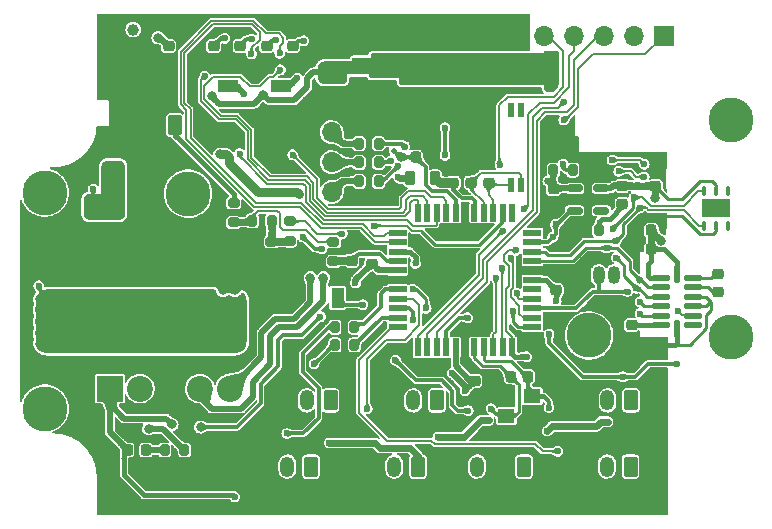
<source format=gbr>
%TF.GenerationSoftware,KiCad,Pcbnew,(6.0.7)*%
%TF.CreationDate,2022-10-06T21:18:37+03:00*%
%TF.ProjectId,RadioSens,52616469-6f53-4656-9e73-2e6b69636164,rev?*%
%TF.SameCoordinates,Original*%
%TF.FileFunction,Copper,L1,Top*%
%TF.FilePolarity,Positive*%
%FSLAX46Y46*%
G04 Gerber Fmt 4.6, Leading zero omitted, Abs format (unit mm)*
G04 Created by KiCad (PCBNEW (6.0.7)) date 2022-10-06 21:18:37*
%MOMM*%
%LPD*%
G01*
G04 APERTURE LIST*
G04 Aperture macros list*
%AMRoundRect*
0 Rectangle with rounded corners*
0 $1 Rounding radius*
0 $2 $3 $4 $5 $6 $7 $8 $9 X,Y pos of 4 corners*
0 Add a 4 corners polygon primitive as box body*
4,1,4,$2,$3,$4,$5,$6,$7,$8,$9,$2,$3,0*
0 Add four circle primitives for the rounded corners*
1,1,$1+$1,$2,$3*
1,1,$1+$1,$4,$5*
1,1,$1+$1,$6,$7*
1,1,$1+$1,$8,$9*
0 Add four rect primitives between the rounded corners*
20,1,$1+$1,$2,$3,$4,$5,0*
20,1,$1+$1,$4,$5,$6,$7,0*
20,1,$1+$1,$6,$7,$8,$9,0*
20,1,$1+$1,$8,$9,$2,$3,0*%
G04 Aperture macros list end*
%TA.AperFunction,SMDPad,CuDef*%
%ADD10RoundRect,0.200000X0.200000X0.275000X-0.200000X0.275000X-0.200000X-0.275000X0.200000X-0.275000X0*%
%TD*%
%TA.AperFunction,SMDPad,CuDef*%
%ADD11RoundRect,0.200000X-0.275000X0.200000X-0.275000X-0.200000X0.275000X-0.200000X0.275000X0.200000X0*%
%TD*%
%TA.AperFunction,SMDPad,CuDef*%
%ADD12RoundRect,0.218750X0.218750X0.256250X-0.218750X0.256250X-0.218750X-0.256250X0.218750X-0.256250X0*%
%TD*%
%TA.AperFunction,SMDPad,CuDef*%
%ADD13RoundRect,0.218750X-0.256250X0.218750X-0.256250X-0.218750X0.256250X-0.218750X0.256250X0.218750X0*%
%TD*%
%TA.AperFunction,SMDPad,CuDef*%
%ADD14RoundRect,0.100000X0.100000X-0.300000X0.100000X0.300000X-0.100000X0.300000X-0.100000X-0.300000X0*%
%TD*%
%TA.AperFunction,SMDPad,CuDef*%
%ADD15R,2.400000X1.500000*%
%TD*%
%TA.AperFunction,SMDPad,CuDef*%
%ADD16R,1.700000X1.100000*%
%TD*%
%TA.AperFunction,ComponentPad*%
%ADD17RoundRect,0.250000X0.350000X0.625000X-0.350000X0.625000X-0.350000X-0.625000X0.350000X-0.625000X0*%
%TD*%
%TA.AperFunction,ComponentPad*%
%ADD18O,1.200000X1.750000*%
%TD*%
%TA.AperFunction,SMDPad,CuDef*%
%ADD19RoundRect,0.225000X0.225000X0.250000X-0.225000X0.250000X-0.225000X-0.250000X0.225000X-0.250000X0*%
%TD*%
%TA.AperFunction,SMDPad,CuDef*%
%ADD20C,0.600000*%
%TD*%
%TA.AperFunction,ComponentPad*%
%ADD21C,2.000000*%
%TD*%
%TA.AperFunction,SMDPad,CuDef*%
%ADD22RoundRect,0.200000X-0.200000X-0.275000X0.200000X-0.275000X0.200000X0.275000X-0.200000X0.275000X0*%
%TD*%
%TA.AperFunction,ComponentPad*%
%ADD23R,1.050000X1.500000*%
%TD*%
%TA.AperFunction,ComponentPad*%
%ADD24O,1.050000X1.500000*%
%TD*%
%TA.AperFunction,ComponentPad*%
%ADD25C,3.800000*%
%TD*%
%TA.AperFunction,SMDPad,CuDef*%
%ADD26RoundRect,0.250000X1.000000X-1.750000X1.000000X1.750000X-1.000000X1.750000X-1.000000X-1.750000X0*%
%TD*%
%TA.AperFunction,SMDPad,CuDef*%
%ADD27RoundRect,0.225000X0.250000X-0.225000X0.250000X0.225000X-0.250000X0.225000X-0.250000X-0.225000X0*%
%TD*%
%TA.AperFunction,ComponentPad*%
%ADD28R,1.700000X1.700000*%
%TD*%
%TA.AperFunction,ComponentPad*%
%ADD29O,1.700000X1.700000*%
%TD*%
%TA.AperFunction,SMDPad,CuDef*%
%ADD30RoundRect,0.225000X-0.250000X0.225000X-0.250000X-0.225000X0.250000X-0.225000X0.250000X0.225000X0*%
%TD*%
%TA.AperFunction,SMDPad,CuDef*%
%ADD31C,0.500000*%
%TD*%
%TA.AperFunction,SMDPad,CuDef*%
%ADD32RoundRect,0.250000X-0.925000X0.787500X-0.925000X-0.787500X0.925000X-0.787500X0.925000X0.787500X0*%
%TD*%
%TA.AperFunction,SMDPad,CuDef*%
%ADD33RoundRect,0.200000X0.275000X-0.200000X0.275000X0.200000X-0.275000X0.200000X-0.275000X-0.200000X0*%
%TD*%
%TA.AperFunction,SMDPad,CuDef*%
%ADD34RoundRect,0.250001X-0.462499X-0.624999X0.462499X-0.624999X0.462499X0.624999X-0.462499X0.624999X0*%
%TD*%
%TA.AperFunction,SMDPad,CuDef*%
%ADD35R,0.600000X1.200000*%
%TD*%
%TA.AperFunction,SMDPad,CuDef*%
%ADD36R,0.550000X1.500000*%
%TD*%
%TA.AperFunction,SMDPad,CuDef*%
%ADD37R,1.500000X0.550000*%
%TD*%
%TA.AperFunction,SMDPad,CuDef*%
%ADD38RoundRect,0.150000X-0.512500X-0.150000X0.512500X-0.150000X0.512500X0.150000X-0.512500X0.150000X0*%
%TD*%
%TA.AperFunction,SMDPad,CuDef*%
%ADD39RoundRect,0.225000X-0.225000X-0.250000X0.225000X-0.250000X0.225000X0.250000X-0.225000X0.250000X0*%
%TD*%
%TA.AperFunction,ComponentPad*%
%ADD40R,2.200000X2.200000*%
%TD*%
%TA.AperFunction,ComponentPad*%
%ADD41C,2.200000*%
%TD*%
%TA.AperFunction,SMDPad,CuDef*%
%ADD42RoundRect,0.250001X-0.624999X0.462499X-0.624999X-0.462499X0.624999X-0.462499X0.624999X0.462499X0*%
%TD*%
%TA.AperFunction,SMDPad,CuDef*%
%ADD43C,1.000000*%
%TD*%
%TA.AperFunction,SMDPad,CuDef*%
%ADD44RoundRect,0.218750X-0.218750X-0.381250X0.218750X-0.381250X0.218750X0.381250X-0.218750X0.381250X0*%
%TD*%
%TA.AperFunction,SMDPad,CuDef*%
%ADD45R,1.400000X1.200000*%
%TD*%
%TA.AperFunction,SMDPad,CuDef*%
%ADD46R,1.100000X1.700000*%
%TD*%
%TA.AperFunction,SMDPad,CuDef*%
%ADD47RoundRect,0.125000X-0.675000X-0.125000X0.675000X-0.125000X0.675000X0.125000X-0.675000X0.125000X0*%
%TD*%
%TA.AperFunction,SMDPad,CuDef*%
%ADD48RoundRect,0.125000X0.125000X-0.675000X0.125000X0.675000X-0.125000X0.675000X-0.125000X-0.675000X0*%
%TD*%
%TA.AperFunction,ViaPad*%
%ADD49C,0.800000*%
%TD*%
%TA.AperFunction,ViaPad*%
%ADD50C,0.600000*%
%TD*%
%TA.AperFunction,ViaPad*%
%ADD51C,1.000000*%
%TD*%
%TA.AperFunction,Conductor*%
%ADD52C,0.250000*%
%TD*%
%TA.AperFunction,Conductor*%
%ADD53C,0.400000*%
%TD*%
%TA.AperFunction,Conductor*%
%ADD54C,0.300000*%
%TD*%
%TA.AperFunction,Conductor*%
%ADD55C,0.600000*%
%TD*%
%TA.AperFunction,Conductor*%
%ADD56C,0.500000*%
%TD*%
%TA.AperFunction,Conductor*%
%ADD57C,0.200000*%
%TD*%
%TA.AperFunction,Conductor*%
%ADD58C,0.750000*%
%TD*%
%TA.AperFunction,Conductor*%
%ADD59C,0.153000*%
%TD*%
G04 APERTURE END LIST*
D10*
%TO.P,R15,1*%
%TO.N,SENS_1*%
X97244815Y-105348180D03*
%TO.P,R15,2*%
%TO.N,/Sensor 1/SIGNAL*%
X95594815Y-105348180D03*
%TD*%
D11*
%TO.P,R31,1*%
%TO.N,/Battery/BAT_UNFUSED*%
X87019815Y-94823180D03*
%TO.P,R31,2*%
%TO.N,Net-(R28-Pad2)*%
X87019815Y-96473180D03*
%TD*%
D12*
%TO.P,HL6,1,A*%
%TO.N,Net-(HL6-Pad1)*%
X79607315Y-115748180D03*
%TO.P,HL6,2,C*%
%TO.N,12V*%
X78032315Y-115748180D03*
%TD*%
D13*
%TO.P,HL4,1,A*%
%TO.N,Net-(HL4-Pad1)*%
X87554839Y-81560680D03*
%TO.P,HL4,2,C*%
%TO.N,GND*%
X87554839Y-83135680D03*
%TD*%
D14*
%TO.P,DA4,1,SDA*%
%TO.N,IIC_SDA*%
X126869815Y-96748180D03*
%TO.P,DA4,2,VSS*%
%TO.N,GND*%
X127869815Y-96748180D03*
%TO.P,DA4,3,NC*%
%TO.N,unconnected-(DA4-Pad3)*%
X128869815Y-96748180D03*
%TO.P,DA4,4,NC*%
%TO.N,unconnected-(DA4-Pad4)*%
X128869815Y-93848180D03*
%TO.P,DA4,5,VDD*%
%TO.N,/3VDC*%
X127869815Y-93848180D03*
%TO.P,DA4,6,SCL*%
%TO.N,IIC_SCL*%
X126869815Y-93848180D03*
D15*
%TO.P,DA4,7*%
%TO.N,N/C*%
X127869815Y-95298180D03*
%TD*%
D16*
%TO.P,SB2,1*%
%TO.N,BUT_1*%
X91019815Y-84948180D03*
%TO.P,SB2,2*%
%TO.N,GND*%
X91019815Y-89148180D03*
%TD*%
D17*
%TO.P,XT7,1,1*%
%TO.N,VCC*%
X95219815Y-111548180D03*
D18*
%TO.P,XT7,2,2*%
%TO.N,/Sensor 4/SIGNAL*%
X93219815Y-111548180D03*
%TO.P,XT7,3,3*%
%TO.N,GND*%
X91219815Y-111548180D03*
%TD*%
D19*
%TO.P,C19,1*%
%TO.N,GND*%
X103994815Y-90948180D03*
%TO.P,C19,2*%
%TO.N,AREF*%
X102444815Y-90948180D03*
%TD*%
D13*
%TO.P,HL1,1,A*%
%TO.N,Net-(HL1-Pad1)*%
X85319815Y-81560680D03*
%TO.P,HL1,2,C*%
%TO.N,GND*%
X85319815Y-83135680D03*
%TD*%
D20*
%TO.P,XB12,1,1*%
%TO.N,/3VDC*%
X121219815Y-93348180D03*
%TD*%
D21*
%TO.P,XP9,1,1*%
%TO.N,GND*%
X72900000Y-109100000D03*
%TD*%
D22*
%TO.P,R18,1*%
%TO.N,Net-(DA1-Pad5)*%
X97644815Y-92998180D03*
%TO.P,R18,2*%
%TO.N,HC12_SET*%
X99294815Y-92998180D03*
%TD*%
D23*
%TO.P,DD3,1,GND*%
%TO.N,GND*%
X116649815Y-100908180D03*
D24*
%TO.P,DD3,2,DQ*%
%TO.N,DS18B20_DQ*%
X117919815Y-100908180D03*
%TO.P,DD3,3,VDD*%
%TO.N,VCC*%
X119189815Y-100908180D03*
%TD*%
D10*
%TO.P,R71,1*%
%TO.N,3V_EN*%
X115744815Y-92048180D03*
%TO.P,R71,2*%
%TO.N,/Voltage Regulator 3V/VIN*%
X114094815Y-92048180D03*
%TD*%
D19*
%TO.P,C21,1*%
%TO.N,XTAL2*%
X110494815Y-109548180D03*
%TO.P,C21,2*%
%TO.N,GND*%
X108944815Y-109548180D03*
%TD*%
D25*
%TO.P,J3,1,Pin_1*%
%TO.N,unconnected-(J3-Pad1)*%
X71019815Y-93948180D03*
%TD*%
D26*
%TO.P,C27,1,+*%
%TO.N,/DC-DC XL1509/VIN_FUSED*%
X75069815Y-104598180D03*
%TO.P,C27,2,-*%
%TO.N,GND*%
X75069815Y-98498180D03*
%TD*%
D27*
%TO.P,C24,1*%
%TO.N,GND*%
X107419815Y-111423180D03*
%TO.P,C24,2*%
%TO.N,VCC*%
X107419815Y-109873180D03*
%TD*%
D20*
%TO.P,XB9,1,1*%
%TO.N,/IIC Connector/INT1*%
X121419815Y-104198180D03*
%TD*%
D17*
%TO.P,XT5,1,1*%
%TO.N,VCC*%
X120669815Y-111548180D03*
D18*
%TO.P,XT5,2,2*%
%TO.N,/Sensor 7/SIGNAL*%
X118669815Y-111548180D03*
%TO.P,XT5,3,3*%
%TO.N,GND*%
X116669815Y-111548180D03*
%TD*%
D19*
%TO.P,C37,1*%
%TO.N,/3VDC*%
X122394815Y-97148180D03*
%TO.P,C37,2*%
%TO.N,GND*%
X120844815Y-97148180D03*
%TD*%
D20*
%TO.P,XB8,1,1*%
%TO.N,/IIC Connector/INT2*%
X121419815Y-103198180D03*
%TD*%
D17*
%TO.P,XT6,1,1*%
%TO.N,VCC*%
X102619815Y-117148180D03*
D18*
%TO.P,XT6,2,2*%
%TO.N,/Sensor 2/SIGNAL*%
X100619815Y-117148180D03*
%TO.P,XT6,3,3*%
%TO.N,GND*%
X98619815Y-117148180D03*
%TD*%
D17*
%TO.P,XT3,1,1*%
%TO.N,VCC*%
X104219815Y-111548180D03*
D18*
%TO.P,XT3,2,2*%
%TO.N,/Sensor 6/SIGNAL*%
X102219815Y-111548180D03*
%TO.P,XT3,3,3*%
%TO.N,GND*%
X100219815Y-111548180D03*
%TD*%
D28*
%TO.P,DA1,1,VCC*%
%TO.N,VCC*%
X95314815Y-83758180D03*
D29*
%TO.P,DA1,2,GND*%
%TO.N,GND*%
X95314815Y-86298180D03*
%TO.P,DA1,3,RXD*%
%TO.N,Net-(DA1-Pad3)*%
X95314815Y-88838180D03*
%TO.P,DA1,4,TXD*%
%TO.N,Net-(DA1-Pad4)*%
X95314815Y-91378180D03*
%TO.P,DA1,5,SET*%
%TO.N,Net-(DA1-Pad5)*%
X95314815Y-93918180D03*
%TD*%
D25*
%TO.P,J4,1,Pin_1*%
%TO.N,unconnected-(J4-Pad1)*%
X71019815Y-112248180D03*
%TD*%
D20*
%TO.P,XB5,1,1*%
%TO.N,/DC-DC XL1509/VIN_FUSED*%
X70519815Y-101848180D03*
%TD*%
D17*
%TO.P,XT10,1,1*%
%TO.N,VCC*%
X111619815Y-117148180D03*
D18*
%TO.P,XT10,2,2*%
%TO.N,GND*%
X109619815Y-117148180D03*
%TO.P,XT10,3,3*%
%TO.N,SENS_3*%
X107619815Y-117148180D03*
%TD*%
D27*
%TO.P,C46,1*%
%TO.N,Net-(C46-Pad1)*%
X119919815Y-94923180D03*
%TO.P,C46,2*%
%TO.N,/3VDC*%
X119919815Y-93373180D03*
%TD*%
D10*
%TO.P,R64,1*%
%TO.N,/GND_RAW*%
X82844815Y-115748180D03*
%TO.P,R64,2*%
%TO.N,Net-(HL6-Pad1)*%
X81194815Y-115748180D03*
%TD*%
D30*
%TO.P,C23,1*%
%TO.N,VCC*%
X98719815Y-99973180D03*
%TO.P,C23,2*%
%TO.N,GND*%
X98719815Y-101523180D03*
%TD*%
D27*
%TO.P,C22,1*%
%TO.N,VCC*%
X114319815Y-102223180D03*
%TO.P,C22,2*%
%TO.N,GND*%
X114319815Y-100673180D03*
%TD*%
D31*
%TO.P,XB4,1,1*%
%TO.N,AREF*%
X100569815Y-90398180D03*
%TD*%
D30*
%TO.P,C45,1*%
%TO.N,/Voltage Regulator 3V/VIN*%
X114119815Y-93648180D03*
%TO.P,C45,2*%
%TO.N,GND*%
X114119815Y-95198180D03*
%TD*%
D32*
%TO.P,C3,1,+*%
%TO.N,VCC*%
X102819815Y-83585680D03*
%TO.P,C3,2,-*%
%TO.N,GND*%
X102819815Y-88510680D03*
%TD*%
D13*
%TO.P,HL3,1,A*%
%TO.N,Net-(HL3-Pad1)*%
X81519815Y-81560680D03*
%TO.P,HL3,2,C*%
%TO.N,GND*%
X81519815Y-83135680D03*
%TD*%
D33*
%TO.P,R30,1*%
%TO.N,GND*%
X90219815Y-99773180D03*
%TO.P,R30,2*%
%TO.N,Net-(R29-Pad2)*%
X90219815Y-98123180D03*
%TD*%
D34*
%TO.P,C33,1*%
%TO.N,5V*%
X76832315Y-92548180D03*
%TO.P,C33,2*%
%TO.N,GND*%
X79807315Y-92548180D03*
%TD*%
D27*
%TO.P,C17,1*%
%TO.N,TOSC2*%
X107119815Y-93123180D03*
%TO.P,C17,2*%
%TO.N,GND*%
X107119815Y-91573180D03*
%TD*%
D10*
%TO.P,R43,1*%
%TO.N,SENS_4*%
X97244815Y-106848180D03*
%TO.P,R43,2*%
%TO.N,/Sensor 4/SIGNAL*%
X95594815Y-106848180D03*
%TD*%
D35*
%TO.P,BQ1,1,1*%
%TO.N,TOSC2*%
X111369815Y-93298180D03*
%TO.P,BQ1,2,2*%
%TO.N,unconnected-(BQ1-Pad2)*%
X111369815Y-86998180D03*
%TO.P,BQ1,3,3*%
%TO.N,unconnected-(BQ1-Pad3)*%
X110469815Y-86998180D03*
%TO.P,BQ1,4,4*%
%TO.N,TOSC1*%
X110469815Y-93298180D03*
%TD*%
D36*
%TO.P,DD1,1,PB5_PCINT13/ICP3/MOSI*%
%TO.N,MOSI*%
X102608693Y-107048180D03*
%TO.P,DD1,2,PB6_PCINT14/OC3A/MISO*%
%TO.N,MISO*%
X103408693Y-107048180D03*
%TO.P,DD1,3,PB7_PCINT15/OC3B/SCK*%
%TO.N,SCK*%
X104208693Y-107048180D03*
%TO.P,DD1,4,~{RESET}*%
%TO.N,RESET*%
X105008693Y-107048180D03*
%TO.P,DD1,5,VCC*%
%TO.N,VCC*%
X105808693Y-107048180D03*
%TO.P,DD1,6,GND*%
%TO.N,GND*%
X106608693Y-107048180D03*
%TO.P,DD1,7,XTAL2*%
%TO.N,XTAL2*%
X107408693Y-107048180D03*
%TO.P,DD1,8,XTAL1*%
%TO.N,XTAL1*%
X108208693Y-107048180D03*
%TO.P,DD1,9,PD0_PCINT24/RXD0/T3\u002A*%
%TO.N,RXD0*%
X109008693Y-107048180D03*
%TO.P,DD1,10,PD1_PCINT25/TXD0*%
%TO.N,TXD0*%
X109808693Y-107048180D03*
%TO.P,DD1,11,PD2_PCINT26/RXD1/INT0*%
%TO.N,RXD1*%
X110608693Y-107048180D03*
D37*
%TO.P,DD1,12,PD3_PCINT27/TXD1/INT1*%
%TO.N,TXD1*%
X112308693Y-105348180D03*
%TO.P,DD1,13,PD4_PCINT28/XCK1/OC1B*%
%TO.N,RS485_SET*%
X112308693Y-104548180D03*
%TO.P,DD1,14,PD5_PCINT29/OC1A*%
%TO.N,DS18B20_DQ*%
X112308693Y-103748180D03*
%TO.P,DD1,15,PD6_PCINT30/OC2B/ICP*%
%TO.N,HC12_SET*%
X112308693Y-102948180D03*
%TO.P,DD1,16,PD7_PCINT31/OC2A*%
%TO.N,unconnected-(DD1-Pad16)*%
X112308693Y-102148180D03*
%TO.P,DD1,17,VCC*%
%TO.N,VCC*%
X112308693Y-101348180D03*
%TO.P,DD1,18,GND*%
%TO.N,GND*%
X112308693Y-100548180D03*
%TO.P,DD1,19,PC0_PCINT16/SCL*%
%TO.N,IIC_SCL*%
X112308693Y-99748180D03*
%TO.P,DD1,20,PC1_PCINT17/SDA*%
%TO.N,IIC_SDA*%
X112308693Y-98948180D03*
%TO.P,DD1,21,PC2_PCINT18/TCK*%
%TO.N,3V_EN*%
X112308693Y-98148180D03*
%TO.P,DD1,22,PC3_PCINT19/TMS*%
%TO.N,unconnected-(DD1-Pad22)*%
X112308693Y-97348180D03*
D36*
%TO.P,DD1,23,PC4_TDO/PCINT20*%
%TO.N,unconnected-(DD1-Pad23)*%
X110608693Y-95648180D03*
%TO.P,DD1,24,PC5_TDI/PCINT21*%
%TO.N,BAT_DIV_EN*%
X109808693Y-95648180D03*
%TO.P,DD1,25,PC6_TOSC1/PCINT22*%
%TO.N,TOSC1*%
X109008693Y-95648180D03*
%TO.P,DD1,26,PC7_TOSC2/PCINT23*%
%TO.N,TOSC2*%
X108208693Y-95648180D03*
%TO.P,DD1,27,AVCC*%
%TO.N,AVCC*%
X107408693Y-95648180D03*
%TO.P,DD1,28,GND*%
%TO.N,GND*%
X106608693Y-95648180D03*
%TO.P,DD1,29,AREF*%
%TO.N,AREF*%
X105808693Y-95648180D03*
%TO.P,DD1,30,PA7_ADC7/PCINT7*%
%TO.N,BUT_1*%
X105008693Y-95648180D03*
%TO.P,DD1,31,PA6_ADC6/PCINT6*%
%TO.N,BUT_2*%
X104208693Y-95648180D03*
%TO.P,DD1,32,PA5_ADC5/PCINT5*%
%TO.N,LED_1*%
X103408693Y-95648180D03*
%TO.P,DD1,33,PA4_ADC4/PCINT4*%
%TO.N,LED_2*%
X102608693Y-95648180D03*
D37*
%TO.P,DD1,34,PA3_ADC3/PCINT3*%
%TO.N,LED_3*%
X100908693Y-97348180D03*
%TO.P,DD1,35,PA2_ADC2/PCINT2*%
%TO.N,LED_4*%
X100908693Y-98148180D03*
%TO.P,DD1,36,PA1_ADC1/PCINT1*%
%TO.N,ADC_EXTERN_VOL*%
X100908693Y-98948180D03*
%TO.P,DD1,37,PA0_ADC0/PCINT0*%
%TO.N,ADC_BAT_VOL*%
X100908693Y-99748180D03*
%TO.P,DD1,38,VCC*%
%TO.N,VCC*%
X100908693Y-100548180D03*
%TO.P,DD1,39,GND*%
%TO.N,GND*%
X100908693Y-101348180D03*
%TO.P,DD1,40,PB0_XCK0/T0/PCINT8*%
%TO.N,SENS_1*%
X100908693Y-102148180D03*
%TO.P,DD1,41,PB1_T1/CLKO/PCINT9*%
%TO.N,SENS_2*%
X100908693Y-102948180D03*
%TO.P,DD1,42,PB2_AIN0/INT2/PCINT10*%
%TO.N,SENS_3*%
X100908693Y-103748180D03*
%TO.P,DD1,43,PB3_AIN1/OC0A/PCINT11*%
%TO.N,SENS_4*%
X100908693Y-104548180D03*
%TO.P,DD1,44,PB4_SS/OC0B/PCINT12*%
%TO.N,SENS_5*%
X100908693Y-105348180D03*
%TD*%
D11*
%TO.P,R29,1*%
%TO.N,BAT_DIV_EN*%
X91769815Y-96398180D03*
%TO.P,R29,2*%
%TO.N,Net-(R29-Pad2)*%
X91769815Y-98048180D03*
%TD*%
D38*
%TO.P,DA6,1,VIN*%
%TO.N,/Voltage Regulator 3V/VIN*%
X115882315Y-93598180D03*
%TO.P,DA6,2,GND*%
%TO.N,GND*%
X115882315Y-94548180D03*
%TO.P,DA6,3,ON/OFF*%
%TO.N,3V_EN*%
X115882315Y-95498180D03*
%TO.P,DA6,4,NC*%
%TO.N,unconnected-(DA6-Pad4)*%
X118157315Y-95498180D03*
%TO.P,DA6,5,VOUT*%
%TO.N,/3VDC*%
X118157315Y-93598180D03*
%TD*%
D27*
%TO.P,C14,1*%
%TO.N,TOSC1*%
X108619815Y-93123180D03*
%TO.P,C14,2*%
%TO.N,GND*%
X108619815Y-91573180D03*
%TD*%
D20*
%TO.P,XB11,1,1*%
%TO.N,3V_EN*%
X114019815Y-97748180D03*
%TD*%
D25*
%TO.P,J2,1,Pin_1*%
%TO.N,unconnected-(J2-Pad1)*%
X117119815Y-106048180D03*
%TD*%
D26*
%TO.P,C26,1,+*%
%TO.N,/DC-DC XL1509/VIN_FUSED*%
X84019815Y-104598180D03*
%TO.P,C26,2,-*%
%TO.N,GND*%
X84019815Y-98498180D03*
%TD*%
D22*
%TO.P,R17,1*%
%TO.N,Net-(DA1-Pad4)*%
X97644815Y-91398180D03*
%TO.P,R17,2*%
%TO.N,RXD0*%
X99294815Y-91398180D03*
%TD*%
D39*
%TO.P,C20,1*%
%TO.N,XTAL1*%
X111944815Y-109548180D03*
%TO.P,C20,2*%
%TO.N,GND*%
X113494815Y-109548180D03*
%TD*%
D13*
%TO.P,HL2,1,A*%
%TO.N,Net-(HL2-Pad1)*%
X92024888Y-81560680D03*
%TO.P,HL2,2,C*%
%TO.N,GND*%
X92024888Y-83135680D03*
%TD*%
D33*
%TO.P,R28,1*%
%TO.N,ADC_BAT_VOL*%
X95469815Y-99773180D03*
%TO.P,R28,2*%
%TO.N,Net-(R28-Pad2)*%
X95469815Y-98123180D03*
%TD*%
D25*
%TO.P,J1,1,Pin_1*%
%TO.N,unconnected-(J1-Pad1)*%
X83160251Y-94045062D03*
%TD*%
D22*
%TO.P,R16,1*%
%TO.N,Net-(DA1-Pad3)*%
X97644815Y-89798180D03*
%TO.P,R16,2*%
%TO.N,TXD0*%
X99294815Y-89798180D03*
%TD*%
D16*
%TO.P,SB1,1*%
%TO.N,BUT_2*%
X86519815Y-84948180D03*
%TO.P,SB1,2*%
%TO.N,GND*%
X86519815Y-89148180D03*
%TD*%
D30*
%TO.P,C39,1*%
%TO.N,/IIC Connector/SETC*%
X128069815Y-100823180D03*
%TO.P,C39,2*%
%TO.N,/IIC Connector/SETP*%
X128069815Y-102373180D03*
%TD*%
D22*
%TO.P,R72,1*%
%TO.N,GND*%
X116294815Y-97148180D03*
%TO.P,R72,2*%
%TO.N,Net-(C46-Pad1)*%
X117944815Y-97148180D03*
%TD*%
D17*
%TO.P,XT2,1,1*%
%TO.N,VCC*%
X93569815Y-117148180D03*
D18*
%TO.P,XT2,2,2*%
%TO.N,/Sensor 1/SIGNAL*%
X91569815Y-117148180D03*
%TO.P,XT2,3,3*%
%TO.N,GND*%
X89569815Y-117148180D03*
%TD*%
D13*
%TO.P,HL5,1,A*%
%TO.N,Net-(HL5-Pad1)*%
X89819815Y-81560680D03*
%TO.P,HL5,2,C*%
%TO.N,GND*%
X89819815Y-83135680D03*
%TD*%
D17*
%TO.P,XT8,1,1*%
%TO.N,VCC*%
X120619815Y-117148180D03*
D18*
%TO.P,XT8,2,2*%
%TO.N,/Sensor 5/SIGNAL*%
X118619815Y-117148180D03*
%TO.P,XT8,3,3*%
%TO.N,GND*%
X116619815Y-117148180D03*
%TD*%
D27*
%TO.P,C36,1*%
%TO.N,/3VDC*%
X122719815Y-93423180D03*
%TO.P,C36,2*%
%TO.N,GND*%
X122719815Y-91873180D03*
%TD*%
D40*
%TO.P,XT1,1,1*%
%TO.N,12V*%
X76539815Y-110548180D03*
D41*
%TO.P,XT1,2,2*%
%TO.N,/GND_RAW*%
X79079815Y-110548180D03*
%TO.P,XT1,3,3*%
%TO.N,GND*%
X81619815Y-110548180D03*
%TO.P,XT1,4,4*%
%TO.N,/RS485/A_RS485*%
X84159815Y-110548180D03*
%TO.P,XT1,5,5*%
%TO.N,/RS485/B_RS485*%
X86699815Y-110548180D03*
%TD*%
D25*
%TO.P,J5,1,Pin_1*%
%TO.N,unconnected-(J5-Pad1)*%
X129119815Y-87848180D03*
%TD*%
D22*
%TO.P,R32,1*%
%TO.N,Net-(R28-Pad2)*%
X88594815Y-96348180D03*
%TO.P,R32,2*%
%TO.N,Net-(R29-Pad2)*%
X90244815Y-96348180D03*
%TD*%
D30*
%TO.P,C15,1*%
%TO.N,GND*%
X105619815Y-91573180D03*
%TO.P,C15,2*%
%TO.N,AVCC*%
X105619815Y-93123180D03*
%TD*%
D34*
%TO.P,C34,1*%
%TO.N,5V*%
X76432315Y-94948180D03*
%TO.P,C34,2*%
%TO.N,GND*%
X79407315Y-94948180D03*
%TD*%
D19*
%TO.P,C35,1*%
%TO.N,/3VDC*%
X122394815Y-98748180D03*
%TO.P,C35,2*%
%TO.N,GND*%
X120844815Y-98748180D03*
%TD*%
D30*
%TO.P,C6,1*%
%TO.N,VCC*%
X97719815Y-83248180D03*
%TO.P,C6,2*%
%TO.N,GND*%
X97719815Y-84798180D03*
%TD*%
D42*
%TO.P,C5,1*%
%TO.N,VCC*%
X99719815Y-83248180D03*
%TO.P,C5,2*%
%TO.N,GND*%
X99719815Y-86223180D03*
%TD*%
D43*
%TO.P,XB2,1,1*%
%TO.N,VCC*%
X78519815Y-80148180D03*
%TD*%
D20*
%TO.P,XB7,1,1*%
%TO.N,5V*%
X75119815Y-93648180D03*
%TD*%
D25*
%TO.P,J6,1,Pin_1*%
%TO.N,unconnected-(J6-Pad1)*%
X129119815Y-106148180D03*
%TD*%
D27*
%TO.P,C9,1*%
%TO.N,ADC_BAT_VOL*%
X97019815Y-99723180D03*
%TO.P,C9,2*%
%TO.N,GND*%
X97019815Y-98173180D03*
%TD*%
D44*
%TO.P,L1,1*%
%TO.N,VCC*%
X101957315Y-92748180D03*
%TO.P,L1,2*%
%TO.N,AVCC*%
X104082315Y-92748180D03*
%TD*%
D45*
%TO.P,BQ2,1,IN*%
%TO.N,XTAL1*%
X112319815Y-111198180D03*
%TO.P,BQ2,2,GND*%
%TO.N,GND*%
X110119815Y-111198180D03*
%TO.P,BQ2,3,OUT*%
%TO.N,XTAL2*%
X110119815Y-112898180D03*
%TO.P,BQ2,4,GND*%
%TO.N,GND*%
X112319815Y-112898180D03*
%TD*%
D30*
%TO.P,C38,1*%
%TO.N,/IIC Connector/C1*%
X120719815Y-105173180D03*
%TO.P,C38,2*%
%TO.N,GND*%
X120719815Y-106723180D03*
%TD*%
D32*
%TO.P,C4,1,+*%
%TO.N,VCC*%
X106669815Y-83585680D03*
%TO.P,C4,2,-*%
%TO.N,GND*%
X106669815Y-88510680D03*
%TD*%
D46*
%TO.P,SB3,1*%
%TO.N,GND*%
X91619815Y-102848180D03*
%TO.P,SB3,2*%
%TO.N,RESET*%
X95819815Y-102848180D03*
%TD*%
D47*
%TO.P,DD4,1,VDDIO*%
%TO.N,/3VDC*%
X123194815Y-101173180D03*
%TO.P,DD4,2,SCL*%
%TO.N,IIC_SCL*%
X123194815Y-101973180D03*
%TO.P,DD4,3,SDA*%
%TO.N,IIC_SDA*%
X123194815Y-102773180D03*
%TO.P,DD4,4,INT2*%
%TO.N,/IIC Connector/INT2*%
X123194815Y-103573180D03*
%TO.P,DD4,5,INT1*%
%TO.N,/IIC Connector/INT1*%
X123194815Y-104373180D03*
%TO.P,DD4,6,C1*%
%TO.N,/IIC Connector/C1*%
X123194815Y-105173180D03*
D48*
%TO.P,DD4,7,GND*%
%TO.N,GND*%
X124544815Y-105473180D03*
D47*
%TO.P,DD4,8,NC*%
%TO.N,unconnected-(DD4-Pad8)*%
X125894815Y-105173180D03*
%TO.P,DD4,9,DRDY*%
%TO.N,Net-(DD4-Pad9)*%
X125894815Y-104373180D03*
%TO.P,DD4,10,GND*%
%TO.N,GND*%
X125894815Y-103573180D03*
%TO.P,DD4,11,GND*%
X125894815Y-102773180D03*
%TO.P,DD4,12,SETP*%
%TO.N,/IIC Connector/SETP*%
X125894815Y-101973180D03*
%TO.P,DD4,13,SETC*%
%TO.N,/IIC Connector/SETC*%
X125894815Y-101173180D03*
D48*
%TO.P,DD4,14,VDD*%
%TO.N,/3VDC*%
X124544815Y-100873180D03*
%TD*%
D17*
%TO.P,XT4,1,1*%
%TO.N,/Battery/BAT_UNFUSED*%
X82019815Y-88248180D03*
D18*
%TO.P,XT4,2,2*%
%TO.N,GND*%
X80019815Y-88248180D03*
%TD*%
D28*
%TO.P,XT9,1,1*%
%TO.N,MISO*%
X123419815Y-80675000D03*
D29*
%TO.P,XT9,2,2*%
%TO.N,VCC*%
X120879815Y-80675000D03*
%TO.P,XT9,3,3*%
%TO.N,SCK*%
X118339815Y-80675000D03*
%TO.P,XT9,4,4*%
%TO.N,MOSI*%
X115799815Y-80675000D03*
%TO.P,XT9,5,5*%
%TO.N,RESET*%
X113259815Y-80675000D03*
%TO.P,XT9,6,6*%
%TO.N,GND*%
X110719815Y-80675000D03*
%TD*%
D49*
%TO.N,GND*%
X87119815Y-102198180D03*
D50*
X83869815Y-82648180D03*
D49*
X91419815Y-100448180D03*
X69719815Y-106348180D03*
X101755701Y-86857448D03*
X72269815Y-99048180D03*
D50*
X83869815Y-83348180D03*
D49*
X69719815Y-101348180D03*
X114969815Y-111398180D03*
X123219815Y-115598180D03*
D50*
X107119815Y-90550680D03*
X89919815Y-91548180D03*
D49*
X75719815Y-116448180D03*
X117219815Y-120548180D03*
D50*
X122167315Y-112948180D03*
D49*
X72269815Y-100048180D03*
D50*
X88719815Y-83198180D03*
X86069815Y-116048180D03*
D49*
X104719815Y-119748180D03*
X91219815Y-120548180D03*
D50*
X119219815Y-108248180D03*
D49*
X69719815Y-107348180D03*
D50*
X106419815Y-86798180D03*
D49*
X92419815Y-99548180D03*
X76519815Y-84748180D03*
X91384341Y-101348180D03*
X83119815Y-91348180D03*
X96819815Y-86948180D03*
D50*
X89019815Y-97598180D03*
D49*
X69719815Y-105348180D03*
X108219815Y-120548180D03*
X105719815Y-118748180D03*
X75719815Y-89948180D03*
X83219815Y-120548180D03*
X122219815Y-120548180D03*
X97219815Y-120548180D03*
X79219815Y-120548180D03*
X76219815Y-117448180D03*
D50*
X117419815Y-92248180D03*
D49*
X80219815Y-84948180D03*
D50*
X122819815Y-106498180D03*
X86719815Y-116748180D03*
D49*
X114719815Y-118698180D03*
X103769815Y-85998180D03*
X87119815Y-100348180D03*
X86119815Y-102198180D03*
D50*
X108469815Y-86848180D03*
D49*
X77069815Y-97048180D03*
X69719815Y-103348180D03*
D50*
X108469815Y-86098180D03*
X90519815Y-92057180D03*
D49*
X69719815Y-97348180D03*
D50*
X88492052Y-87875943D03*
D49*
X103769815Y-86848180D03*
D50*
X115419815Y-100398180D03*
X105719815Y-86548180D03*
D49*
X79919815Y-100248180D03*
X123219815Y-120548180D03*
D50*
X117669815Y-112398180D03*
D49*
X76219815Y-120548180D03*
X74219815Y-114448180D03*
X76219815Y-118550046D03*
D50*
X96419815Y-104548180D03*
D49*
X90069815Y-110598180D03*
X78619815Y-97748180D03*
X90407046Y-101834695D03*
X97719815Y-86048180D03*
X79019815Y-96448180D03*
X113719815Y-119698180D03*
X104219815Y-120548180D03*
X101219815Y-120548180D03*
X91519815Y-108398180D03*
X84219815Y-120548180D03*
X114969815Y-110148180D03*
X106919815Y-80198180D03*
X86219815Y-120548180D03*
D50*
X89369815Y-113798180D03*
D49*
X81219815Y-120548180D03*
X82169815Y-108848180D03*
X92219815Y-120548180D03*
D50*
X119169815Y-107598180D03*
D49*
X114219815Y-120548180D03*
X102762499Y-86007448D03*
D50*
X121619815Y-112598180D03*
D49*
X76219815Y-88948180D03*
X81219815Y-92248180D03*
X98219815Y-120548180D03*
D50*
X99219815Y-112348180D03*
D49*
X104719815Y-118748180D03*
X76519815Y-80948180D03*
X92380075Y-101348180D03*
X82119815Y-96548180D03*
X77069815Y-99048180D03*
D50*
X89219815Y-87198180D03*
D49*
X69719815Y-109348180D03*
X96219815Y-120548180D03*
X114969815Y-112598180D03*
X86119815Y-100348180D03*
X82219815Y-91348180D03*
X70969815Y-109398180D03*
D50*
X83869815Y-81948180D03*
D49*
X95719815Y-119698180D03*
D50*
X107919815Y-112448180D03*
D49*
X97719815Y-86998180D03*
X100219815Y-120548180D03*
D50*
X104919815Y-96948180D03*
X115019815Y-98670680D03*
D49*
X109019815Y-80198180D03*
D50*
X104269815Y-113748180D03*
X100519815Y-94798180D03*
D49*
X116219815Y-120548180D03*
X72269815Y-98048180D03*
X78669815Y-87948180D03*
X76219815Y-119550046D03*
D50*
X98319815Y-102498180D03*
X98392315Y-94748180D03*
D49*
X77219815Y-120548180D03*
D50*
X96419815Y-106148180D03*
X119469815Y-106798180D03*
D49*
X96719815Y-119698180D03*
D50*
X86719815Y-115348180D03*
X88757516Y-84085881D03*
D49*
X107919815Y-80198180D03*
D50*
X86069815Y-115348180D03*
D49*
X109019815Y-79348180D03*
X72269815Y-97048180D03*
D50*
X116719815Y-112898180D03*
D49*
X69719815Y-99348180D03*
X81319815Y-91348180D03*
X103219815Y-120548180D03*
D50*
X121719815Y-96048180D03*
X104269815Y-113048180D03*
D49*
X82169815Y-98498180D03*
X112219815Y-120548180D03*
X87119815Y-101248180D03*
D50*
X123419815Y-106848180D03*
D49*
X73219815Y-92448180D03*
D50*
X106419815Y-86048180D03*
D49*
X90419815Y-100848180D03*
D50*
X86719815Y-116048180D03*
D49*
X101919815Y-80198180D03*
D50*
X113619815Y-104548180D03*
D49*
X69719815Y-104348180D03*
X113719815Y-118698180D03*
D50*
X123219815Y-90848180D03*
D49*
X90219815Y-120548180D03*
X81069815Y-108848180D03*
X102919815Y-80198180D03*
D50*
X117219815Y-99698180D03*
D49*
X76519815Y-83748180D03*
D50*
X105719815Y-85898180D03*
X88319815Y-114448180D03*
D49*
X105919815Y-80198180D03*
D50*
X99919815Y-94798180D03*
D49*
X118619815Y-114298180D03*
X105719815Y-119748180D03*
X77669815Y-84098180D03*
X109219815Y-120548180D03*
X69719815Y-100348180D03*
X119219815Y-120548180D03*
D50*
X114069815Y-98670680D03*
D49*
X93219815Y-120548180D03*
X114719815Y-119698180D03*
X94219815Y-120548180D03*
X80119815Y-96448180D03*
X77069815Y-98048180D03*
X104919815Y-80198180D03*
D50*
X95219815Y-113848180D03*
X122519815Y-90848180D03*
D49*
X87219815Y-120548180D03*
D50*
X104919815Y-102448180D03*
D49*
X73769815Y-112798180D03*
X118219815Y-120548180D03*
D50*
X88719815Y-113798180D03*
D49*
X81219815Y-96348180D03*
D50*
X93169815Y-86848180D03*
D49*
X83769815Y-108298180D03*
X69719815Y-108348180D03*
X111219815Y-120548180D03*
X123219815Y-119598180D03*
D50*
X122367315Y-96100680D03*
X104919815Y-86648180D03*
X86469815Y-82398180D03*
D49*
X82969815Y-108298180D03*
X79019815Y-84098180D03*
D50*
X88319815Y-115148180D03*
D49*
X120219815Y-120548180D03*
X73219815Y-113948180D03*
D50*
X106619815Y-113448180D03*
X86469815Y-81698180D03*
D49*
X102219815Y-120548180D03*
D50*
X116119815Y-102798180D03*
X115069815Y-104598180D03*
X86069815Y-116748180D03*
D49*
X73769815Y-110798180D03*
X115219815Y-120548180D03*
X99019815Y-110648180D03*
D50*
X89419815Y-99048180D03*
D49*
X82169815Y-97648180D03*
D50*
X119469815Y-105198180D03*
D49*
X82219815Y-120548180D03*
X100519815Y-87848180D03*
X89219815Y-120548180D03*
X121219815Y-120548180D03*
X84619815Y-108298180D03*
X73769815Y-111798180D03*
X96819815Y-86048180D03*
X69719815Y-98348180D03*
X99019815Y-109048180D03*
D50*
X102219815Y-101348180D03*
D49*
X103919815Y-80198180D03*
D50*
X115419815Y-102798180D03*
X105719815Y-96948180D03*
D49*
X69719815Y-102348180D03*
X109669815Y-114348180D03*
X77719815Y-87948180D03*
X74219815Y-91948180D03*
X123219815Y-117598180D03*
X76519815Y-79448180D03*
X92419815Y-100448180D03*
X85219815Y-120548180D03*
D50*
X114319815Y-104598180D03*
D49*
X91419815Y-99548180D03*
X113219815Y-120548180D03*
X107219815Y-120548180D03*
X90407046Y-102830430D03*
X95219815Y-120548180D03*
D50*
X105019815Y-85998180D03*
D49*
X110519815Y-115998180D03*
X78619815Y-98748180D03*
X80219815Y-86248180D03*
X123219815Y-116598180D03*
X78619815Y-99748180D03*
X69719815Y-96348180D03*
D50*
X121119815Y-107898180D03*
D49*
X110219815Y-120548180D03*
X86119815Y-101248180D03*
X81219815Y-95548180D03*
X109019815Y-81048180D03*
X78419815Y-92448180D03*
D50*
X120169815Y-108598180D03*
D49*
X78419815Y-91548180D03*
X80219815Y-120548180D03*
X85119815Y-95848180D03*
D50*
X121119815Y-108548180D03*
X105719815Y-90550680D03*
D49*
X90407046Y-103826165D03*
X92019815Y-107198180D03*
X91419815Y-113148180D03*
X105219815Y-120548180D03*
X85519815Y-95048180D03*
D50*
X115419815Y-102148180D03*
D49*
X99553278Y-87828819D03*
X75219815Y-90948180D03*
D50*
X116599146Y-99685559D03*
X93169815Y-88498180D03*
D49*
X77069815Y-100048180D03*
X101755701Y-86007448D03*
X123219815Y-118598180D03*
X100919815Y-80198180D03*
X96719815Y-118698180D03*
X84519815Y-88898180D03*
D50*
X107119815Y-103748180D03*
D49*
X75219815Y-115448180D03*
X78219815Y-120548180D03*
D50*
X116119815Y-102148180D03*
D49*
X88219815Y-120548180D03*
D50*
X90519815Y-91348180D03*
X97619815Y-94748180D03*
X88519815Y-87248180D03*
D49*
X100619815Y-114198180D03*
D50*
X115419815Y-101048180D03*
X93169815Y-87798180D03*
D49*
X95719815Y-118698180D03*
D50*
X108519815Y-90550680D03*
D49*
X76519815Y-82448180D03*
D50*
X97719815Y-102298180D03*
X93169815Y-86148180D03*
X88819815Y-99048180D03*
D49*
X81319815Y-100248180D03*
X84445315Y-87948180D03*
X70969815Y-108398180D03*
D50*
X89096962Y-87845438D03*
X106419815Y-90550680D03*
X95219815Y-113198180D03*
D49*
X76519815Y-85598180D03*
X106219815Y-120548180D03*
X102762499Y-86857448D03*
X99219815Y-120548180D03*
D50*
X118119815Y-92248180D03*
X107819815Y-90550680D03*
%TO.N,XTAL2*%
X108819815Y-112248180D03*
%TO.N,XTAL1*%
X113719815Y-112148180D03*
%TO.N,VCC*%
X95119815Y-115148180D03*
D49*
X113919815Y-83948180D03*
D50*
X108619815Y-113248180D03*
X106619815Y-110748180D03*
D49*
X113919815Y-83148180D03*
X113919815Y-82348180D03*
X89519815Y-85648180D03*
D50*
X104319815Y-114648180D03*
D49*
X85175643Y-85745266D03*
D50*
X114319815Y-103095680D03*
D51*
X78519815Y-80145678D03*
D50*
X105519815Y-109248180D03*
D49*
X113919815Y-84748180D03*
D50*
X97329129Y-101603907D03*
X113569815Y-114148180D03*
X118719815Y-113348180D03*
X100969815Y-92648180D03*
%TO.N,RESET*%
X97969815Y-103447648D03*
X103319815Y-103748180D03*
X106819815Y-104548180D03*
X102169815Y-102123180D03*
X109547315Y-91595057D03*
D49*
%TO.N,Net-(HL3-Pad1)*%
X80619815Y-80848180D03*
D50*
%TO.N,Net-(HL4-Pad1)*%
X88570755Y-80949120D03*
%TO.N,Net-(HL5-Pad1)*%
X90644315Y-80999120D03*
%TO.N,TXD0*%
X101519815Y-90050680D03*
X109739358Y-100328638D03*
%TO.N,RXD0*%
X109203924Y-101157034D03*
X100319815Y-91248180D03*
%TO.N,TXD1*%
X110667315Y-103948180D03*
%TO.N,RXD1*%
X111819815Y-107848180D03*
X110914315Y-98848180D03*
D49*
%TO.N,12V*%
X81799769Y-113568226D03*
D50*
X87114075Y-119702260D03*
D49*
%TO.N,5V*%
X85822666Y-90725165D03*
X75044815Y-95548180D03*
X86619815Y-90948180D03*
X92519815Y-94048180D03*
X75044815Y-94723180D03*
D50*
%TO.N,Net-(HL1-Pad1)*%
X86269815Y-80898180D03*
%TO.N,Net-(C18-Pad1)*%
X104919815Y-90798180D03*
X104919815Y-88448180D03*
%TO.N,AVCC*%
X104819815Y-93098180D03*
%TO.N,BUT_2*%
X87519815Y-90648180D03*
X87924091Y-85601141D03*
%TO.N,BUT_1*%
X92019815Y-90748180D03*
X92419815Y-84248180D03*
D49*
%TO.N,AREF*%
X101219815Y-90898180D03*
D50*
%TO.N,HC12_SET*%
X100948320Y-91706296D03*
X111019815Y-102448180D03*
%TO.N,DS18B20_DQ*%
X120382327Y-102327401D03*
%TO.N,MOSI*%
X111619815Y-95348180D03*
X109805170Y-97181471D03*
%TO.N,MISO*%
X114972315Y-87800680D03*
X114985492Y-86263857D03*
%TO.N,RS485_SET*%
X110472315Y-99498180D03*
%TO.N,IIC_SCL*%
X119619815Y-92148180D03*
X118619815Y-98648180D03*
X119119815Y-97048180D03*
X121419815Y-101348180D03*
X121772315Y-92620680D03*
X120919815Y-94348180D03*
%TO.N,IIC_SDA*%
X121122315Y-102048180D03*
X119400916Y-98067581D03*
X119056152Y-91196649D03*
X121772315Y-91553161D03*
X121419815Y-95248180D03*
X119417385Y-99450610D03*
%TO.N,BAT_DIV_EN*%
X98917315Y-96783180D03*
X96219815Y-97445680D03*
%TO.N,LED_1*%
X90976474Y-83559394D03*
%TO.N,LED_2*%
X84570755Y-84099120D03*
%TO.N,LED_3*%
X88519815Y-82198180D03*
%TO.N,LED_4*%
X90919815Y-82148180D03*
%TO.N,SENS_2*%
X98319815Y-112248180D03*
%TO.N,SENS_3*%
X102195315Y-104748180D03*
%TO.N,SENS_5*%
X114469815Y-115848180D03*
%TO.N,ADC_EXTERN_VOL*%
X102419815Y-99948180D03*
%TO.N,/Voltage Regulator 3V/VIN*%
X113619815Y-92948180D03*
%TO.N,Net-(HL2-Pad1)*%
X92969815Y-81098180D03*
%TO.N,Net-(DD4-Pad9)*%
X124619815Y-103998180D03*
D49*
%TO.N,/3VDC*%
X123219815Y-98048180D03*
X122719815Y-94395680D03*
D50*
%TO.N,3V_EN*%
X114269815Y-96648180D03*
X114902451Y-91535409D03*
%TO.N,/RS485/A_RS485*%
X94502808Y-98708673D03*
X92869815Y-97695678D03*
D49*
X94619815Y-101148180D03*
%TO.N,/RS485/B_RS485*%
X93519815Y-101148180D03*
%TO.N,/GND_RAW*%
X79819815Y-113948180D03*
D50*
%TO.N,/Sensor 1/SIGNAL*%
X91519815Y-114348180D03*
%TO.N,/Sensor 6/SIGNAL*%
X100719815Y-108148180D03*
X106879137Y-112407502D03*
%TO.N,/Sensor 7/SIGNAL*%
X124519815Y-108448180D03*
X119969815Y-109548180D03*
X113719815Y-105948180D03*
%TO.N,/Sensor 4/SIGNAL*%
X93819815Y-108448180D03*
D49*
%TO.N,/DC-DC XL1509/VIN_FUSED*%
X86719815Y-105348180D03*
X72719815Y-105148180D03*
X71119815Y-104344582D03*
X72719815Y-104348180D03*
X87519815Y-106148180D03*
X71119815Y-105144582D03*
X71919815Y-105148180D03*
X86719815Y-106148180D03*
X71919815Y-104348180D03*
X87519815Y-105348180D03*
D50*
%TO.N,Net-(R65-Pad2)*%
X94369815Y-104448180D03*
D49*
X84219815Y-113798180D03*
%TD*%
D52*
%TO.N,GND*%
X125619815Y-106848180D02*
X127019815Y-105448180D01*
X127869815Y-97198180D02*
X127869815Y-96748180D01*
X127569815Y-97498180D02*
X127869815Y-97198180D01*
X126994815Y-103573180D02*
X127269815Y-103298180D01*
X124719815Y-106848180D02*
X125619815Y-106848180D01*
X124978170Y-95956535D02*
X126519815Y-97498180D01*
X127019815Y-105448180D02*
X127019815Y-104298180D01*
X127019815Y-104298180D02*
X127419815Y-103898180D01*
X127269815Y-103298180D02*
X127419815Y-103298180D01*
X125894815Y-103573180D02*
X126994815Y-103573180D01*
D53*
X124544815Y-105473180D02*
X124544815Y-106673180D01*
D52*
X122367315Y-96100680D02*
X122511460Y-95956535D01*
X127419815Y-103898180D02*
X127419815Y-103298180D01*
X125894815Y-102773180D02*
X126994815Y-102773180D01*
D53*
X123419815Y-106848180D02*
X124369815Y-106848180D01*
D52*
X127419815Y-103198180D02*
X127419815Y-103298180D01*
X126994815Y-102773180D02*
X127419815Y-103198180D01*
X122511460Y-95956535D02*
X124978170Y-95956535D01*
X124544815Y-106673180D02*
X124719815Y-106848180D01*
D53*
X124369815Y-106848180D02*
X124544815Y-106673180D01*
D52*
X126519815Y-97498180D02*
X127569815Y-97498180D01*
%TO.N,XTAL2*%
X108122815Y-108651180D02*
X109597815Y-108651180D01*
X110494815Y-109548180D02*
X111144815Y-110198180D01*
X109469815Y-112898180D02*
X110119815Y-112898180D01*
X110769815Y-112898180D02*
X110119815Y-112898180D01*
X109597815Y-108651180D02*
X110494815Y-109548180D01*
X107408693Y-107048180D02*
X107408693Y-107937058D01*
X108819815Y-112248180D02*
X109469815Y-112898180D01*
X111144815Y-112523180D02*
X110769815Y-112898180D01*
X111144815Y-110198180D02*
X111144815Y-112523180D01*
X107408693Y-107937058D02*
X108122815Y-108651180D01*
%TO.N,XTAL1*%
X108208693Y-107048180D02*
X108208693Y-108100662D01*
X110519815Y-108248180D02*
X111819815Y-109548180D01*
X108208693Y-108100662D02*
X108356211Y-108248180D01*
D54*
X113719815Y-111648180D02*
X113269815Y-111198180D01*
D52*
X111819815Y-109548180D02*
X111944815Y-109548180D01*
D54*
X113269815Y-111198180D02*
X112319815Y-111198180D01*
X111944815Y-110823180D02*
X112319815Y-111198180D01*
D52*
X108356211Y-108248180D02*
X110519815Y-108248180D01*
D54*
X113719815Y-112148180D02*
X113719815Y-111648180D01*
X111944815Y-109548180D02*
X111944815Y-110823180D01*
D55*
%TO.N,VCC*%
X99019815Y-115148180D02*
X99425815Y-115554180D01*
X113569815Y-114148180D02*
X113972815Y-113745180D01*
X101922815Y-115551180D02*
X102619815Y-116248180D01*
D56*
X105808693Y-108637058D02*
X107044815Y-109873180D01*
D55*
X101819815Y-115551180D02*
X101922815Y-115551180D01*
X113972815Y-113745180D02*
X117719815Y-113745180D01*
D56*
X106619815Y-110748180D02*
X106619815Y-110348180D01*
X87322776Y-86451141D02*
X88716854Y-86451141D01*
X97329129Y-101363866D02*
X97329129Y-101603907D01*
D55*
X106519815Y-114648180D02*
X104319815Y-114648180D01*
X101069815Y-92748180D02*
X101957315Y-92748180D01*
D56*
X90019815Y-86148180D02*
X92169815Y-86148180D01*
X107044815Y-109873180D02*
X107419815Y-109873180D01*
X85175643Y-85804008D02*
X85819815Y-86448180D01*
X93269815Y-84248180D02*
X93759815Y-83758180D01*
D53*
X114319815Y-102223180D02*
X114319815Y-103095680D01*
D56*
X85819815Y-86448180D02*
X87319815Y-86448180D01*
X85175643Y-85745266D02*
X85175643Y-85804008D01*
D55*
X118116815Y-113348180D02*
X118719815Y-113348180D01*
D56*
X106619815Y-110748180D02*
X106619815Y-110673180D01*
X98719815Y-99973180D02*
X97329129Y-101363866D01*
D53*
X113444815Y-101348180D02*
X114319815Y-102223180D01*
D55*
X107919815Y-113248180D02*
X106519815Y-114648180D01*
D56*
X87319815Y-86448180D02*
X87322776Y-86451141D01*
X93269815Y-85048180D02*
X93269815Y-84248180D01*
D55*
X108619815Y-113248180D02*
X107919815Y-113248180D01*
D56*
X100908693Y-100548180D02*
X99294815Y-100548180D01*
D55*
X95119815Y-115148180D02*
X99019815Y-115148180D01*
D56*
X99294815Y-100548180D02*
X98719815Y-99973180D01*
D55*
X100969815Y-92648180D02*
X101069815Y-92748180D01*
X101816815Y-115554180D02*
X101819815Y-115551180D01*
D56*
X106619815Y-110673180D02*
X107419815Y-109873180D01*
X92169815Y-86148180D02*
X93269815Y-85048180D01*
X105808693Y-107048180D02*
X105808693Y-108637058D01*
D53*
X112308693Y-101348180D02*
X113444815Y-101348180D01*
D55*
X117719815Y-113745180D02*
X118116815Y-113348180D01*
D56*
X89519815Y-85648180D02*
X90019815Y-86148180D01*
D55*
X99425815Y-115554180D02*
X101816815Y-115554180D01*
D56*
X93759815Y-83758180D02*
X95314815Y-83758180D01*
X106619815Y-110348180D02*
X105519815Y-109248180D01*
X88716854Y-86451141D02*
X89519815Y-85648180D01*
D55*
X102619815Y-116248180D02*
X102619815Y-117148180D01*
D57*
%TO.N,RESET*%
X114119815Y-85848180D02*
X114919815Y-85048180D01*
D52*
X102494815Y-102123180D02*
X102169815Y-102123180D01*
D54*
X96419283Y-103447648D02*
X95819815Y-102848180D01*
D57*
X114919815Y-85048180D02*
X114919815Y-81948180D01*
X113646635Y-80675000D02*
X113259815Y-80675000D01*
D54*
X106119815Y-104548180D02*
X105008693Y-105659302D01*
X97969815Y-103447648D02*
X96419283Y-103447648D01*
D57*
X114919815Y-81948180D02*
X113646635Y-80675000D01*
X110219815Y-85848180D02*
X114119815Y-85848180D01*
D52*
X103319815Y-103748180D02*
X103319815Y-102948180D01*
D57*
X109519815Y-86548180D02*
X110219815Y-85848180D01*
D52*
X103319815Y-102948180D02*
X102494815Y-102123180D01*
D57*
X109519815Y-91567557D02*
X109519815Y-86548180D01*
D54*
X105008693Y-105659302D02*
X105008693Y-107048180D01*
X106819815Y-104548180D02*
X106119815Y-104548180D01*
D57*
X109547315Y-91595057D02*
X109519815Y-91567557D01*
D56*
%TO.N,Net-(HL3-Pad1)*%
X80807315Y-80848180D02*
X81519815Y-81560680D01*
X80619815Y-80848180D02*
X80807315Y-80848180D01*
D54*
%TO.N,Net-(HL4-Pad1)*%
X88570755Y-80949120D02*
X88125125Y-80949120D01*
X88125125Y-80949120D02*
X87519815Y-81554430D01*
%TO.N,Net-(HL5-Pad1)*%
X90644315Y-80999120D02*
X90375125Y-80999120D01*
X90375125Y-80999120D02*
X89819815Y-81554430D01*
D56*
%TO.N,Net-(HL6-Pad1)*%
X79607315Y-115748180D02*
X81194815Y-115748180D01*
D57*
%TO.N,TXD0*%
X109760815Y-100350095D02*
X109760815Y-107000302D01*
X109739358Y-100328638D02*
X109760815Y-100350095D01*
X109760815Y-107000302D02*
X109808693Y-107048180D01*
D54*
X101519815Y-90050680D02*
X101267315Y-89798180D01*
X101267315Y-89798180D02*
X99294815Y-89798180D01*
D57*
%TO.N,RXD0*%
X109008693Y-105948180D02*
X109008693Y-107048180D01*
D54*
X100319815Y-91248180D02*
X100169815Y-91398180D01*
D57*
X109203924Y-101157034D02*
X109219815Y-101172925D01*
D54*
X100169815Y-91398180D02*
X99294815Y-91398180D01*
D57*
X109219815Y-101172925D02*
X109219815Y-105737058D01*
X109219815Y-105737058D02*
X109008693Y-105948180D01*
D52*
%TO.N,TXD1*%
X110667315Y-103948180D02*
X110667315Y-104895680D01*
X110667315Y-104895680D02*
X111119815Y-105348180D01*
X111119815Y-105348180D02*
X112308693Y-105348180D01*
D57*
%TO.N,RXD1*%
X110340254Y-98848180D02*
X109919315Y-99269119D01*
X110914315Y-98848180D02*
X110340254Y-98848180D01*
D53*
X110819815Y-107848180D02*
X110608693Y-107637058D01*
D57*
X110113815Y-102072901D02*
X110113815Y-105642180D01*
X109919315Y-99269119D02*
X109919315Y-99727241D01*
X110608693Y-106137058D02*
X110608693Y-107048180D01*
X109919315Y-99727241D02*
X110319815Y-100127741D01*
X110319815Y-101866901D02*
X110113815Y-102072901D01*
X110319815Y-100127741D02*
X110319815Y-101866901D01*
D53*
X111819815Y-107848180D02*
X110819815Y-107848180D01*
D57*
X110113815Y-105642180D02*
X110608693Y-106137058D01*
D53*
X110608693Y-107637058D02*
X110608693Y-107048180D01*
%TO.N,/Battery/BAT_UNFUSED*%
X87019815Y-94080651D02*
X87019815Y-94823180D01*
X82019815Y-88248180D02*
X82019815Y-89080651D01*
X82019815Y-89080651D02*
X87019815Y-94080651D01*
%TO.N,12V*%
X77719815Y-117848180D02*
X77719815Y-116060680D01*
D56*
X76539815Y-111868180D02*
X76539815Y-110548180D01*
D53*
X77719815Y-116060680D02*
X78032315Y-115748180D01*
X79419815Y-119548180D02*
X77719815Y-117848180D01*
D56*
X81330212Y-113098669D02*
X77770304Y-113098669D01*
X76539815Y-114255680D02*
X78032315Y-115748180D01*
X81799769Y-113568226D02*
X81330212Y-113098669D01*
X77770304Y-113098669D02*
X76539815Y-111868180D01*
D53*
X87114075Y-119702260D02*
X86959995Y-119548180D01*
D56*
X76539815Y-110548180D02*
X76539815Y-114255680D01*
D53*
X86959995Y-119548180D02*
X79419815Y-119548180D01*
D58*
%TO.N,5V*%
X89115315Y-93943680D02*
X86619815Y-91448180D01*
X92415315Y-93943680D02*
X89115315Y-93943680D01*
X86619815Y-91448180D02*
X86619815Y-90948180D01*
D54*
X75119815Y-93648180D02*
X75119815Y-94648180D01*
D58*
X92519815Y-94048180D02*
X92415315Y-93943680D01*
X86619815Y-90948180D02*
X86396800Y-90725165D01*
D54*
X75119815Y-94648180D02*
X75044815Y-94723180D01*
D58*
X86396800Y-90725165D02*
X85822666Y-90725165D01*
D54*
%TO.N,Net-(HL1-Pad1)*%
X85969815Y-80898180D02*
X85319815Y-81548180D01*
X86269815Y-80898180D02*
X85969815Y-80898180D01*
%TO.N,Net-(C18-Pad1)*%
X104919815Y-90798180D02*
X104919815Y-88448180D01*
D57*
%TO.N,TOSC1*%
X108794815Y-93298180D02*
X108619815Y-93123180D01*
X108619815Y-93123180D02*
X108619815Y-94148180D01*
X108619815Y-94148180D02*
X109019815Y-94548180D01*
X109008693Y-94559302D02*
X109008693Y-95648180D01*
X109019815Y-94548180D02*
X109008693Y-94559302D01*
X110469815Y-93298180D02*
X108794815Y-93298180D01*
%TO.N,TOSC2*%
X107119815Y-93698180D02*
X108208693Y-94787058D01*
X108208693Y-94787058D02*
X108208693Y-95648180D01*
X107119815Y-93123180D02*
X107119815Y-93698180D01*
X107966815Y-92276180D02*
X111147815Y-92276180D01*
X107119815Y-93123180D02*
X107966815Y-92276180D01*
X111369815Y-92498180D02*
X111369815Y-93298180D01*
X111147815Y-92276180D02*
X111369815Y-92498180D01*
D54*
%TO.N,AVCC*%
X105619815Y-93748180D02*
X106319815Y-94448180D01*
D58*
X104457315Y-93123180D02*
X104082315Y-92748180D01*
X105619815Y-93123180D02*
X104457315Y-93123180D01*
D54*
X106319815Y-94448180D02*
X107219815Y-94448180D01*
X107219815Y-94448180D02*
X107419815Y-94648180D01*
X107419815Y-94648180D02*
X107419815Y-95637058D01*
X105619815Y-93123180D02*
X105619815Y-93748180D01*
X107419815Y-95637058D02*
X107408693Y-95648180D01*
D59*
%TO.N,BUT_2*%
X94627565Y-96254180D02*
X101730693Y-96254180D01*
D56*
X87924091Y-85601141D02*
X87271130Y-84948180D01*
D59*
X104119815Y-96748180D02*
X104208693Y-96659302D01*
X101730693Y-96254180D02*
X102224693Y-96748180D01*
X92919815Y-93198180D02*
X93149315Y-93427680D01*
D56*
X87271130Y-84948180D02*
X86519815Y-84948180D01*
D59*
X93149315Y-94775930D02*
X94627565Y-96254180D01*
X87519815Y-90648180D02*
X87519815Y-90880930D01*
X104208693Y-96659302D02*
X104208693Y-95648180D01*
X89837065Y-93198180D02*
X92919815Y-93198180D01*
X93149315Y-93427680D02*
X93149315Y-94775930D01*
X87519815Y-90880930D02*
X89837065Y-93198180D01*
X102224693Y-96748180D02*
X104119815Y-96748180D01*
D55*
%TO.N,ADC_BAT_VOL*%
X95469815Y-99773180D02*
X95519815Y-99723180D01*
D54*
X100908693Y-99748180D02*
X99984671Y-99748180D01*
X99984671Y-99748180D02*
X99384671Y-99148180D01*
D55*
X95519815Y-99723180D02*
X97019815Y-99723180D01*
D54*
X99384671Y-99148180D02*
X97594815Y-99148180D01*
X97594815Y-99148180D02*
X97019815Y-99723180D01*
D59*
%TO.N,BUT_1*%
X104719815Y-94348180D02*
X103719815Y-94348180D01*
X103219815Y-93848180D02*
X101819815Y-93848180D01*
X101031815Y-95336180D02*
X95007815Y-95336180D01*
X103719815Y-94348180D02*
X103219815Y-93848180D01*
D56*
X91719815Y-84948180D02*
X91019815Y-84948180D01*
D59*
X101219815Y-95148180D02*
X101031815Y-95336180D01*
D56*
X92419815Y-84248180D02*
X91719815Y-84948180D01*
D59*
X105008693Y-94637058D02*
X104719815Y-94348180D01*
X105008693Y-95648180D02*
X105008693Y-94637058D01*
X94067315Y-92795680D02*
X92019815Y-90748180D01*
X94067315Y-94395680D02*
X94067315Y-92795680D01*
X101219815Y-94448180D02*
X101219815Y-95148180D01*
X101819815Y-93848180D02*
X101219815Y-94448180D01*
X95007815Y-95336180D02*
X94067315Y-94395680D01*
D54*
%TO.N,AREF*%
X103819815Y-93848180D02*
X105079177Y-93848180D01*
X102444815Y-90948180D02*
X103269815Y-91773180D01*
X103269815Y-91773180D02*
X103269815Y-93298180D01*
X105808693Y-94577696D02*
X105808693Y-95648180D01*
X105079177Y-93848180D02*
X105808693Y-94577696D01*
D52*
X101269815Y-90948180D02*
X102444815Y-90948180D01*
D54*
X103269815Y-93298180D02*
X103819815Y-93848180D01*
D52*
X101219815Y-90898180D02*
X101069815Y-90898180D01*
X101069815Y-90898180D02*
X100569815Y-90398180D01*
X101219815Y-90898180D02*
X101269815Y-90948180D01*
D57*
%TO.N,HC12_SET*%
X111019815Y-102748180D02*
X111219815Y-102948180D01*
D54*
X99656436Y-92998180D02*
X99294815Y-92998180D01*
D57*
X111019815Y-102448180D02*
X111019815Y-102748180D01*
D54*
X100948320Y-91706296D02*
X99656436Y-92998180D01*
D57*
X111219815Y-102948180D02*
X112308693Y-102948180D01*
D54*
%TO.N,DS18B20_DQ*%
X116369586Y-103401180D02*
X116722815Y-103047951D01*
X112308693Y-103748180D02*
X116019815Y-103748180D01*
X116366815Y-103401180D02*
X116369586Y-103401180D01*
X120361548Y-102348180D02*
X117919815Y-102348180D01*
X116722815Y-103047951D02*
X116722815Y-103045180D01*
X117419815Y-102348180D02*
X117919815Y-102348180D01*
X116019815Y-103748180D02*
X116366815Y-103401180D01*
X117919815Y-102348180D02*
X117919815Y-100908180D01*
X120382327Y-102327401D02*
X120361548Y-102348180D01*
X116722815Y-103045180D02*
X117419815Y-102348180D01*
D57*
%TO.N,MOSI*%
X115799815Y-81968180D02*
X115419815Y-82348180D01*
X115419815Y-85048180D02*
X114119815Y-86348180D01*
X109786524Y-97181471D02*
X107766815Y-99201180D01*
X107766815Y-100940058D02*
X102608693Y-106098180D01*
X114119815Y-86348180D02*
X112919815Y-86348180D01*
X115419815Y-82348180D02*
X115419815Y-85048180D01*
X115799815Y-80198180D02*
X115799815Y-81968180D01*
X111969815Y-87298180D02*
X111969815Y-94998180D01*
X102608693Y-106098180D02*
X102608693Y-107048180D01*
X111969815Y-94998180D02*
X111619815Y-95348180D01*
X112919815Y-86348180D02*
X111969815Y-87298180D01*
X107766815Y-99201180D02*
X107766815Y-100940058D01*
X109805170Y-97181471D02*
X109786524Y-97181471D01*
%TO.N,MISO*%
X116172815Y-83495180D02*
X117419815Y-82248180D01*
X121846635Y-82248180D02*
X123419815Y-80675000D01*
X114501169Y-86748180D02*
X113119815Y-86748180D01*
X114972315Y-87800680D02*
X115066533Y-87800680D01*
X114985492Y-86263857D02*
X114501169Y-86748180D01*
X116172815Y-86694398D02*
X116172815Y-83495180D01*
X108119815Y-101223454D02*
X103408693Y-105934576D01*
X117419815Y-82248180D02*
X121846635Y-82248180D01*
X113119815Y-86748180D02*
X112322815Y-87545180D01*
X103408693Y-105934576D02*
X103408693Y-107048180D01*
X115066533Y-87800680D02*
X116172815Y-86694398D01*
X108119815Y-99648180D02*
X108119815Y-101223454D01*
X112322815Y-87545180D02*
X112322815Y-95445180D01*
X112322815Y-95445180D02*
X108119815Y-99648180D01*
%TO.N,SCK*%
X115219815Y-87148180D02*
X113419815Y-87148180D01*
X112675815Y-87892180D02*
X112675815Y-95592180D01*
X115819815Y-86548180D02*
X115219815Y-87148180D01*
X118339815Y-80675000D02*
X117892995Y-80675000D01*
X113419815Y-87148180D02*
X112675815Y-87892180D01*
X112675815Y-95592180D02*
X108472815Y-99795180D01*
X104208693Y-105770972D02*
X104208693Y-107048180D01*
X115819815Y-82748180D02*
X115819815Y-86548180D01*
X108472815Y-99795180D02*
X108472815Y-101506850D01*
X108472815Y-101506850D02*
X104208693Y-105770972D01*
X117892995Y-80675000D02*
X115819815Y-82748180D01*
%TO.N,RS485_SET*%
X110672815Y-102013118D02*
X110466815Y-102219119D01*
X111219815Y-104190302D02*
X111577693Y-104548180D01*
X110672815Y-99698680D02*
X110672815Y-102013118D01*
X111577693Y-104548180D02*
X112308693Y-104548180D01*
X110466815Y-102219119D02*
X110466815Y-102820180D01*
X110472315Y-99498180D02*
X110672815Y-99698680D01*
X110466815Y-102820180D02*
X111219815Y-103573180D01*
X111219815Y-103573180D02*
X111219815Y-104190302D01*
D53*
%TO.N,Net-(C46-Pad1)*%
X118216815Y-96151180D02*
X118878164Y-96151180D01*
X119919815Y-95109529D02*
X119919815Y-94923180D01*
X117944815Y-97148180D02*
X117944815Y-96423180D01*
X118878164Y-96151180D02*
X119919815Y-95109529D01*
X117944815Y-96423180D02*
X118216815Y-96151180D01*
D52*
%TO.N,IIC_SCL*%
X119119815Y-96978252D02*
X119119815Y-97048180D01*
X122094815Y-101973180D02*
X123194815Y-101973180D01*
X121419815Y-101348180D02*
X120569815Y-100498180D01*
D57*
X126819815Y-93798180D02*
X126869815Y-93848180D01*
X125119815Y-95048180D02*
X126369815Y-93798180D01*
D52*
X120919815Y-94348180D02*
X120841815Y-94426180D01*
X121469815Y-101348180D02*
X122094815Y-101973180D01*
D57*
X121619815Y-94348180D02*
X122319815Y-95048180D01*
D52*
X120569815Y-100498180D02*
X120569815Y-99748180D01*
D57*
X121772315Y-92620680D02*
X121092315Y-92620680D01*
X120919815Y-94348180D02*
X121619815Y-94348180D01*
D52*
X120841815Y-95256252D02*
X119119815Y-96978252D01*
X120841815Y-94426180D02*
X120841815Y-95256252D01*
D57*
X121092315Y-92620680D02*
X120619815Y-92148180D01*
D52*
X115719815Y-99748180D02*
X112308693Y-99748180D01*
X120569815Y-99748180D02*
X119469815Y-98648180D01*
X118619815Y-98648180D02*
X116819815Y-98648180D01*
X116819815Y-98648180D02*
X115719815Y-99748180D01*
X121419815Y-101348180D02*
X121469815Y-101348180D01*
D57*
X122319815Y-95048180D02*
X125119815Y-95048180D01*
D52*
X119469815Y-98648180D02*
X118619815Y-98648180D01*
D57*
X126369815Y-93798180D02*
X126819815Y-93798180D01*
X120619815Y-92148180D02*
X119619815Y-92148180D01*
D52*
%TO.N,IIC_SDA*%
X112308693Y-98948180D02*
X113369815Y-98948180D01*
X120019815Y-96648180D02*
X120019815Y-97448682D01*
X119400916Y-98067581D02*
X116700414Y-98067581D01*
D57*
X121985243Y-95248180D02*
X122138243Y-95401180D01*
X125107387Y-95401180D02*
X126454387Y-96748180D01*
D52*
X121122315Y-102048180D02*
X121319815Y-102048180D01*
X120069815Y-100103040D02*
X120069815Y-100995680D01*
D57*
X122138243Y-95401180D02*
X125107387Y-95401180D01*
D52*
X113669815Y-99248180D02*
X113369815Y-98948180D01*
X121419815Y-95248180D02*
X120019815Y-96648180D01*
X119417385Y-99450610D02*
X120069815Y-100103040D01*
X121319815Y-102048180D02*
X122044815Y-102773180D01*
D57*
X121415803Y-91196649D02*
X119056152Y-91196649D01*
X121419815Y-95248180D02*
X121985243Y-95248180D01*
D52*
X116700414Y-98067581D02*
X115519815Y-99248180D01*
X115519815Y-99248180D02*
X113669815Y-99248180D01*
X120069815Y-100995680D02*
X121122315Y-102048180D01*
X120019815Y-97448682D02*
X119400916Y-98067581D01*
D57*
X126454387Y-96748180D02*
X126869815Y-96748180D01*
X121772315Y-91553161D02*
X121415803Y-91196649D01*
D52*
X122044815Y-102773180D02*
X123194815Y-102773180D01*
D56*
%TO.N,Net-(DA1-Pad3)*%
X96274815Y-89798180D02*
X95314815Y-88838180D01*
X97644815Y-89798180D02*
X96274815Y-89798180D01*
%TO.N,Net-(DA1-Pad4)*%
X97644815Y-91398180D02*
X95334815Y-91398180D01*
X95334815Y-91398180D02*
X95314815Y-91378180D01*
D52*
%TO.N,BAT_DIV_EN*%
X107821045Y-98348180D02*
X104069815Y-98348180D01*
D57*
X93069815Y-96398180D02*
X94117315Y-97445680D01*
X94117315Y-97445680D02*
X96219815Y-97445680D01*
D52*
X104069815Y-98348180D02*
X102919815Y-97198180D01*
X109808693Y-95648180D02*
X109808693Y-96360532D01*
D57*
X98952315Y-96748180D02*
X101719815Y-96748180D01*
X102890315Y-97168680D02*
X102919815Y-97198180D01*
X102140315Y-97168680D02*
X102890315Y-97168680D01*
X91769815Y-96398180D02*
X93069815Y-96398180D01*
X101719815Y-96748180D02*
X102140315Y-97168680D01*
D52*
X109808693Y-96360532D02*
X107821045Y-98348180D01*
D57*
X98917315Y-96783180D02*
X98952315Y-96748180D01*
D59*
%TO.N,LED_1*%
X90387688Y-84148180D02*
X90019815Y-84148180D01*
X93761315Y-93139680D02*
X93761315Y-94522430D01*
X101613815Y-94537805D02*
X101909440Y-94242180D01*
X84519815Y-84898180D02*
X84519815Y-86048180D01*
X103013815Y-94242180D02*
X103408693Y-94637058D01*
X90976474Y-83559394D02*
X90387688Y-84148180D01*
X84519815Y-86048180D02*
X85913815Y-87442180D01*
X87578815Y-84148180D02*
X85269815Y-84148180D01*
X87310169Y-87442180D02*
X88507617Y-88639628D01*
X93761315Y-94522430D02*
X94881065Y-95642180D01*
X89219815Y-84948180D02*
X88378815Y-84948180D01*
X88507617Y-91003232D02*
X90090565Y-92586180D01*
X88507617Y-88639628D02*
X88507617Y-91003232D01*
X103408693Y-94637058D02*
X103408693Y-95648180D01*
X93207815Y-92586180D02*
X93761315Y-93139680D01*
X90019815Y-84148180D02*
X89219815Y-84948180D01*
X101613815Y-95354180D02*
X101613815Y-94537805D01*
X88378815Y-84948180D02*
X87578815Y-84148180D01*
X101325815Y-95642180D02*
X101613815Y-95354180D01*
X85269815Y-84148180D02*
X84519815Y-84898180D01*
X90090565Y-92586180D02*
X93207815Y-92586180D01*
X101909440Y-94242180D02*
X103013815Y-94242180D01*
X94881065Y-95642180D02*
X101325815Y-95642180D01*
X85913815Y-87442180D02*
X87310169Y-87442180D01*
%TO.N,LED_2*%
X93455315Y-94649180D02*
X94754315Y-95948180D01*
X101519815Y-95948180D02*
X101919815Y-95548180D01*
X93455315Y-93300931D02*
X93455315Y-94649180D01*
X88201617Y-91129982D02*
X89963815Y-92892180D01*
X101919815Y-94848180D02*
X102219815Y-94548180D01*
X88201617Y-88766378D02*
X88201617Y-91129982D01*
X84213815Y-86174930D02*
X85787065Y-87748180D01*
X101919815Y-95548180D02*
X101919815Y-94848180D01*
X102219815Y-94548180D02*
X102519815Y-94548180D01*
X84213815Y-84456060D02*
X84213815Y-86174930D01*
X94754315Y-95948180D02*
X101519815Y-95948180D01*
X102519815Y-94548180D02*
X102608693Y-94637058D01*
X87183419Y-87748180D02*
X88201617Y-88766378D01*
X85787065Y-87748180D02*
X87183419Y-87748180D01*
X89963815Y-92892180D02*
X93046565Y-92892180D01*
X84570755Y-84099120D02*
X84213815Y-84456060D01*
X93046565Y-92892180D02*
X93455315Y-93300931D01*
X102608693Y-94637058D02*
X102608693Y-95648180D01*
%TO.N,LED_3*%
X89219815Y-80348180D02*
X89219815Y-81048180D01*
X82825815Y-86354180D02*
X82825815Y-82142180D01*
X88569815Y-79698180D02*
X89219815Y-80348180D01*
X99719815Y-97598180D02*
X98944815Y-97598180D01*
X82825815Y-82142180D02*
X85269815Y-79698180D01*
X98944815Y-97598180D02*
X97950815Y-96604180D01*
X97950815Y-96604180D02*
X94544815Y-96604180D01*
X88519815Y-81748180D02*
X88519815Y-82198180D01*
X94544815Y-96604180D02*
X92738815Y-94798180D01*
X92738815Y-94798180D02*
X88869815Y-94798180D01*
X85269815Y-79698180D02*
X88569815Y-79698180D01*
X88869815Y-94798180D02*
X83369815Y-89298180D01*
X83369815Y-86898180D02*
X82825815Y-86354180D01*
X89219815Y-81048180D02*
X88519815Y-81748180D01*
X83369815Y-89298180D02*
X83369815Y-86898180D01*
X100908693Y-97348180D02*
X99969815Y-97348180D01*
X99969815Y-97348180D02*
X99719815Y-97598180D01*
%TO.N,LED_4*%
X83019815Y-89448180D02*
X88719815Y-95148180D01*
X90919815Y-82148180D02*
X90919815Y-81548180D01*
X82519815Y-86480930D02*
X83019815Y-86980930D01*
X85143065Y-79392180D02*
X82519815Y-82015430D01*
X88719815Y-95148180D02*
X92656065Y-95148180D01*
X94418065Y-96910180D02*
X97781815Y-96910180D01*
X91219815Y-80825793D02*
X90863642Y-80469620D01*
X89774005Y-80469620D02*
X88696565Y-79392180D01*
X90919815Y-81548180D02*
X91219815Y-81248180D01*
X82519815Y-82015430D02*
X82519815Y-86480930D01*
X83019815Y-86980930D02*
X83019815Y-89448180D01*
X99019815Y-98148180D02*
X100908693Y-98148180D01*
X88696565Y-79392180D02*
X85143065Y-79392180D01*
X90863642Y-80469620D02*
X89774005Y-80469620D01*
X97781815Y-96910180D02*
X99019815Y-98148180D01*
X92656065Y-95148180D02*
X94418065Y-96910180D01*
X91219815Y-81248180D02*
X91219815Y-80825793D01*
D54*
%TO.N,SENS_1*%
X100908693Y-102148180D02*
X99869815Y-102148180D01*
X98019815Y-105048180D02*
X97219815Y-105048180D01*
X99869815Y-102148180D02*
X99469815Y-102548180D01*
X99469815Y-103598180D02*
X98019815Y-105048180D01*
X99469815Y-102548180D02*
X99469815Y-103598180D01*
D57*
%TO.N,SENS_2*%
X98319815Y-108048180D02*
X99919815Y-106448180D01*
X102747815Y-105195180D02*
X102747815Y-103476180D01*
X102747815Y-103476180D02*
X102219815Y-102948180D01*
X101494815Y-106448180D02*
X102747815Y-105195180D01*
X98319815Y-112148180D02*
X98319815Y-108048180D01*
X102219815Y-102948180D02*
X100908693Y-102948180D01*
X99919815Y-106448180D02*
X101494815Y-106448180D01*
D54*
%TO.N,SENS_3*%
X101839693Y-103748180D02*
X100908693Y-103748180D01*
X102195315Y-104103802D02*
X101839693Y-103748180D01*
X102195315Y-104748180D02*
X102195315Y-104103802D01*
%TO.N,SENS_4*%
X97244815Y-106848180D02*
X99544815Y-104548180D01*
X99544815Y-104548180D02*
X100908693Y-104548180D01*
D57*
%TO.N,SENS_5*%
X104070044Y-115251180D02*
X103767044Y-114948180D01*
X100914008Y-114948180D02*
X100911008Y-114951180D01*
X100911008Y-114951180D02*
X100022815Y-114951180D01*
X97666815Y-112595180D02*
X97666815Y-108101180D01*
X113169815Y-115848180D02*
X112572815Y-115251180D01*
X112572815Y-115251180D02*
X104070044Y-115251180D01*
X103767044Y-114948180D02*
X100914008Y-114948180D01*
X100022815Y-114951180D02*
X97666815Y-112595180D01*
X100419815Y-105348180D02*
X100908693Y-105348180D01*
X114469815Y-115848180D02*
X113169815Y-115848180D01*
X97666815Y-108101180D02*
X100419815Y-105348180D01*
D56*
%TO.N,Net-(DA1-Pad5)*%
X96234815Y-92998180D02*
X95314815Y-93918180D01*
X97644815Y-92998180D02*
X96234815Y-92998180D01*
D53*
%TO.N,ADC_EXTERN_VOL*%
X102419815Y-99434302D02*
X102419815Y-99948180D01*
X100908693Y-98948180D02*
X101933693Y-98948180D01*
X101933693Y-98948180D02*
X102419815Y-99434302D01*
D56*
%TO.N,/Voltage Regulator 3V/VIN*%
X115882315Y-93598180D02*
X114169815Y-93598180D01*
X114119815Y-93448180D02*
X113619815Y-92948180D01*
X113619815Y-92948180D02*
X113569815Y-92948180D01*
X114169815Y-93598180D02*
X114119815Y-93648180D01*
X114094815Y-93623180D02*
X114119815Y-93648180D01*
X114119815Y-93648180D02*
X114119815Y-93448180D01*
X114094815Y-92048180D02*
X114094815Y-93623180D01*
D54*
%TO.N,Net-(HL2-Pad1)*%
X92969815Y-81098180D02*
X92482315Y-81098180D01*
X92482315Y-81098180D02*
X92019815Y-81560680D01*
D53*
%TO.N,/IIC Connector/C1*%
X123194815Y-105173180D02*
X120719815Y-105173180D01*
D52*
%TO.N,/IIC Connector/SETC*%
X125894815Y-101173180D02*
X127394815Y-101173180D01*
X127394815Y-101173180D02*
X127744815Y-100823180D01*
X127744815Y-100823180D02*
X128069815Y-100823180D01*
%TO.N,/IIC Connector/SETP*%
X127194815Y-101973180D02*
X127594815Y-102373180D01*
X127594815Y-102373180D02*
X128069815Y-102373180D01*
X125894815Y-101973180D02*
X127194815Y-101973180D01*
D57*
%TO.N,Net-(DD4-Pad9)*%
X124969815Y-104348180D02*
X124619815Y-103998180D01*
X125869815Y-104348180D02*
X124969815Y-104348180D01*
X125894815Y-104373180D02*
X125869815Y-104348180D01*
D53*
%TO.N,/3VDC*%
X124544815Y-99798180D02*
X123494815Y-98748180D01*
D56*
X118969815Y-93598180D02*
X119219815Y-93348180D01*
D52*
X127519815Y-92948180D02*
X126519815Y-92948180D01*
D55*
X122719815Y-94395680D02*
X122719815Y-93423180D01*
D52*
X127869815Y-93298180D02*
X127519815Y-92948180D01*
D53*
X122394815Y-98748180D02*
X122394815Y-99723180D01*
X122294815Y-101173180D02*
X123194815Y-101173180D01*
D55*
X123219815Y-98048180D02*
X122394815Y-97223180D01*
D56*
X119894815Y-93348180D02*
X119919815Y-93373180D01*
D52*
X127869815Y-93848180D02*
X127869815Y-93298180D01*
X123794815Y-94498180D02*
X122719815Y-93423180D01*
X124969815Y-94498180D02*
X123794815Y-94498180D01*
D53*
X122119815Y-100998180D02*
X122294815Y-101173180D01*
D55*
X122394815Y-97223180D02*
X122394815Y-97148180D01*
D56*
X118157315Y-93598180D02*
X118969815Y-93598180D01*
D53*
X122119815Y-99998180D02*
X122119815Y-100998180D01*
X122394815Y-99723180D02*
X122119815Y-99998180D01*
D55*
X122394815Y-97148180D02*
X122394815Y-98748180D01*
D53*
X123494815Y-98748180D02*
X122394815Y-98748180D01*
D55*
X122669815Y-93373180D02*
X119919815Y-93373180D01*
D53*
X124544815Y-100873180D02*
X124544815Y-99798180D01*
D56*
X119219815Y-93348180D02*
X119894815Y-93348180D01*
D52*
X126519815Y-92948180D02*
X124969815Y-94498180D01*
D55*
X122719815Y-93423180D02*
X122669815Y-93373180D01*
D54*
%TO.N,3V_EN*%
X114269815Y-96648180D02*
X114269815Y-97498180D01*
X114902451Y-91535409D02*
X114902451Y-91830816D01*
X115119815Y-92048180D02*
X115744815Y-92048180D01*
X114269815Y-96648180D02*
X114419815Y-96648180D01*
X115569815Y-95498180D02*
X115882315Y-95498180D01*
X114902451Y-91830816D02*
X115119815Y-92048180D01*
X114419815Y-96648180D02*
X115569815Y-95498180D01*
X114269815Y-97498180D02*
X113619815Y-98148180D01*
X113619815Y-98148180D02*
X112308693Y-98148180D01*
%TO.N,/RS485/A_RS485*%
X93882810Y-98708673D02*
X94502808Y-98708673D01*
D56*
X94619815Y-103138129D02*
X92409764Y-105348180D01*
X94619815Y-101148180D02*
X94619815Y-103138129D01*
X87619815Y-112248180D02*
X85169815Y-112248180D01*
X90069815Y-106098180D02*
X90069815Y-108498180D01*
X88619815Y-109948180D02*
X88619815Y-111248180D01*
X92409764Y-105348180D02*
X90819815Y-105348180D01*
X85169815Y-112248180D02*
X84159815Y-111238180D01*
X90819815Y-105348180D02*
X90069815Y-106098180D01*
X88619815Y-111248180D02*
X87619815Y-112248180D01*
X84159815Y-111238180D02*
X84159815Y-110548180D01*
D54*
X92869815Y-97695678D02*
X93882810Y-98708673D01*
D56*
X90069815Y-108498180D02*
X88619815Y-109948180D01*
%TO.N,/RS485/B_RS485*%
X86719815Y-110548180D02*
X86699815Y-110548180D01*
X89369815Y-105798180D02*
X89369815Y-107898180D01*
X93519815Y-103248180D02*
X92119815Y-104648180D01*
X89369815Y-107898180D02*
X86719815Y-110548180D01*
X90519815Y-104648180D02*
X89369815Y-105798180D01*
X93519815Y-101148180D02*
X93519815Y-103248180D01*
X92119815Y-104648180D02*
X90519815Y-104648180D01*
%TO.N,/GND_RAW*%
X82844815Y-115748180D02*
X81044815Y-113948180D01*
X81044815Y-113948180D02*
X79819815Y-113948180D01*
D54*
%TO.N,/Sensor 1/SIGNAL*%
X94219815Y-110498180D02*
X94219815Y-113048180D01*
X94219815Y-113048180D02*
X92919815Y-114348180D01*
X92869815Y-107548180D02*
X92869815Y-109148180D01*
X95569815Y-105048180D02*
X95369815Y-105048180D01*
X92919815Y-114348180D02*
X91519815Y-114348180D01*
X95369815Y-105048180D02*
X92869815Y-107548180D01*
X92869815Y-109148180D02*
X94219815Y-110498180D01*
%TO.N,/Sensor 6/SIGNAL*%
X105519815Y-110748180D02*
X105519815Y-111948180D01*
X100719815Y-108148180D02*
X102419815Y-109848180D01*
X105519815Y-111948180D02*
X105979137Y-112407502D01*
X104619815Y-109848180D02*
X105519815Y-110748180D01*
X105979137Y-112407502D02*
X106879137Y-112407502D01*
X102419815Y-109848180D02*
X104619815Y-109848180D01*
%TO.N,/Sensor 7/SIGNAL*%
X119969815Y-109548180D02*
X121019815Y-109548180D01*
X121019815Y-109548180D02*
X122119815Y-108448180D01*
X116569815Y-109548180D02*
X113719815Y-106698180D01*
X119969815Y-109548180D02*
X116569815Y-109548180D01*
X122119815Y-108448180D02*
X124519815Y-108448180D01*
X113719815Y-106698180D02*
X113719815Y-105948180D01*
D52*
%TO.N,/Sensor 4/SIGNAL*%
X95419815Y-106848180D02*
X95594815Y-106848180D01*
X93819815Y-108448180D02*
X95419815Y-106848180D01*
D54*
%TO.N,/DC-DC XL1509/VIN_FUSED*%
X70519815Y-102148180D02*
X71119815Y-102748180D01*
X70519815Y-101848180D02*
X70519815Y-102148180D01*
D57*
%TO.N,Net-(R28-Pad2)*%
X90919815Y-95698180D02*
X90919815Y-96848180D01*
X94144815Y-98123180D02*
X95469815Y-98123180D01*
X89069815Y-95498180D02*
X90719815Y-95498180D01*
X90719815Y-95498180D02*
X90919815Y-95698180D01*
D55*
X88494815Y-96448180D02*
X87044815Y-96448180D01*
X87044815Y-96448180D02*
X87019815Y-96473180D01*
D57*
X90919815Y-96848180D02*
X91214313Y-97142678D01*
X91214313Y-97142678D02*
X93164313Y-97142678D01*
D55*
X88594815Y-96348180D02*
X88494815Y-96448180D01*
D57*
X93164313Y-97142678D02*
X94144815Y-98123180D01*
X88594815Y-96348180D02*
X88594815Y-95973180D01*
X88594815Y-95973180D02*
X89069815Y-95498180D01*
D55*
%TO.N,Net-(R29-Pad2)*%
X90244815Y-96348180D02*
X90244815Y-98098180D01*
X91819815Y-98123180D02*
X90219815Y-98123180D01*
X90244815Y-98098180D02*
X90219815Y-98123180D01*
D54*
%TO.N,Net-(R65-Pad2)*%
X89319815Y-110148180D02*
X89319815Y-111798180D01*
X91219815Y-106048180D02*
X90816815Y-106451180D01*
X94369815Y-104448180D02*
X92769815Y-106048180D01*
X89319815Y-111798180D02*
X87319815Y-113798180D01*
X90816815Y-108651180D02*
X89319815Y-110148180D01*
X92769815Y-106048180D02*
X91219815Y-106048180D01*
X90816815Y-106451180D02*
X90816815Y-108651180D01*
X87319815Y-113798180D02*
X84219815Y-113798180D01*
D52*
%TO.N,/IIC Connector/INT2*%
X123194815Y-103573180D02*
X121794815Y-103573180D01*
X121794815Y-103573180D02*
X121419815Y-103198180D01*
%TO.N,/IIC Connector/INT1*%
X121594815Y-104373180D02*
X121419815Y-104198180D01*
X123194815Y-104373180D02*
X121594815Y-104373180D01*
%TD*%
%TA.AperFunction,Conductor*%
%TO.N,12V*%
G36*
X76548248Y-110006949D02*
G01*
X77523957Y-111021567D01*
X77527222Y-111029906D01*
X77525873Y-111035134D01*
X77452242Y-111174778D01*
X77451980Y-111175249D01*
X77391542Y-111278080D01*
X77391532Y-111278096D01*
X77371101Y-111312859D01*
X77292904Y-111443175D01*
X77223646Y-111567981D01*
X77223538Y-111568223D01*
X77193473Y-111635521D01*
X77169453Y-111689286D01*
X77136451Y-111809102D01*
X77136421Y-111809744D01*
X77136420Y-111809748D01*
X77130800Y-111928649D01*
X77130763Y-111929437D01*
X77158516Y-112052301D01*
X77158876Y-112052982D01*
X77158877Y-112052985D01*
X77225541Y-112179148D01*
X77225835Y-112179704D01*
X77331915Y-112305442D01*
X77334629Y-112313974D01*
X77331244Y-112321258D01*
X76993643Y-112658859D01*
X76985370Y-112662286D01*
X76977020Y-112658782D01*
X76968207Y-112649802D01*
X76810220Y-112488837D01*
X76810107Y-112488719D01*
X76665256Y-112334910D01*
X76543628Y-112200075D01*
X76438352Y-112078762D01*
X76342498Y-111965456D01*
X76249136Y-111854643D01*
X76151335Y-111740805D01*
X76042166Y-111618428D01*
X75914696Y-111481997D01*
X75761998Y-111325997D01*
X76535814Y-110005011D01*
X76539586Y-110003361D01*
X76548248Y-110006949D01*
G37*
%TD.AperFunction*%
%TD*%
%TA.AperFunction,Conductor*%
%TO.N,Net-(HL4-Pad1)*%
G36*
X88365761Y-80741169D02*
G01*
X88558759Y-80854225D01*
X88707417Y-80941307D01*
X88712823Y-80948445D01*
X88711598Y-80957316D01*
X88709614Y-80959834D01*
X88699075Y-80969969D01*
X88446129Y-81213215D01*
X88437790Y-81216480D01*
X88432486Y-81215091D01*
X88406219Y-81200985D01*
X88405672Y-81200671D01*
X88373270Y-81180871D01*
X88341648Y-81160920D01*
X88341561Y-81160868D01*
X88341537Y-81160854D01*
X88310949Y-81142805D01*
X88310950Y-81142805D01*
X88310744Y-81142684D01*
X88280232Y-81127859D01*
X88279837Y-81127733D01*
X88279832Y-81127731D01*
X88250386Y-81118337D01*
X88249781Y-81118144D01*
X88249154Y-81118085D01*
X88249151Y-81118084D01*
X88219857Y-81115312D01*
X88219065Y-81115237D01*
X88218282Y-81115377D01*
X88218281Y-81115377D01*
X88188557Y-81120691D01*
X88188554Y-81120692D01*
X88187754Y-81120835D01*
X88155520Y-81136637D01*
X88154987Y-81137078D01*
X88130237Y-81157555D01*
X88121679Y-81160188D01*
X88114506Y-81156813D01*
X87909903Y-80952210D01*
X87961422Y-80907228D01*
X88010622Y-80875774D01*
X88057817Y-80854731D01*
X88103324Y-80840980D01*
X88147459Y-80831402D01*
X88163631Y-80828203D01*
X88190414Y-80822905D01*
X88190431Y-80822901D01*
X88190538Y-80822880D01*
X88190657Y-80822850D01*
X88190667Y-80822848D01*
X88215624Y-80816609D01*
X88232878Y-80812296D01*
X88233186Y-80812180D01*
X88233193Y-80812178D01*
X88274351Y-80796698D01*
X88274795Y-80796531D01*
X88316604Y-80772468D01*
X88317003Y-80772131D01*
X88317006Y-80772129D01*
X88352301Y-80742326D01*
X88360833Y-80739606D01*
X88365761Y-80741169D01*
G37*
%TD.AperFunction*%
%TD*%
%TA.AperFunction,Conductor*%
%TO.N,IIC_SCL*%
G36*
X121099280Y-100850453D02*
G01*
X121139260Y-100888427D01*
X121182735Y-100924803D01*
X121222766Y-100953305D01*
X121223000Y-100953442D01*
X121223003Y-100953444D01*
X121260449Y-100975373D01*
X121260457Y-100975377D01*
X121260682Y-100975509D01*
X121297815Y-100992993D01*
X121298017Y-100993070D01*
X121298029Y-100993075D01*
X121325637Y-101003582D01*
X121335493Y-101007333D01*
X121375048Y-101020106D01*
X121375097Y-101020121D01*
X121375117Y-101020127D01*
X121417758Y-101032874D01*
X121417808Y-101032889D01*
X121422057Y-101034180D01*
X121428977Y-101039864D01*
X121430356Y-101045399D01*
X121429515Y-101452362D01*
X121328755Y-101450392D01*
X121144716Y-101446794D01*
X121136512Y-101443206D01*
X121133834Y-101438761D01*
X121118947Y-101393626D01*
X121118863Y-101393363D01*
X121104524Y-101346173D01*
X121104509Y-101346122D01*
X121091762Y-101303482D01*
X121091754Y-101303456D01*
X121091741Y-101303413D01*
X121078968Y-101263858D01*
X121075217Y-101254002D01*
X121064710Y-101226394D01*
X121064705Y-101226382D01*
X121064628Y-101226180D01*
X121047144Y-101189047D01*
X121024940Y-101151131D01*
X120996438Y-101111100D01*
X120960062Y-101067625D01*
X120922088Y-101027645D01*
X120918875Y-101019286D01*
X120922298Y-101011314D01*
X121082949Y-100850663D01*
X121091222Y-100847236D01*
X121099280Y-100850453D01*
G37*
%TD.AperFunction*%
%TD*%
%TA.AperFunction,Conductor*%
%TO.N,ADC_BAT_VOL*%
G36*
X95605658Y-99396539D02*
G01*
X95654074Y-99410796D01*
X95654093Y-99410801D01*
X95654318Y-99410867D01*
X95671097Y-99414333D01*
X95708874Y-99422138D01*
X95708881Y-99422139D01*
X95709103Y-99422185D01*
X95751546Y-99427540D01*
X95763779Y-99429083D01*
X95763781Y-99429083D01*
X95763954Y-99429105D01*
X95820302Y-99432445D01*
X95820456Y-99432447D01*
X95820470Y-99432447D01*
X95879445Y-99433024D01*
X95879460Y-99433024D01*
X95879574Y-99433025D01*
X95909165Y-99432392D01*
X95943171Y-99431665D01*
X95943199Y-99431664D01*
X96012607Y-99429180D01*
X96089125Y-99426396D01*
X96089238Y-99426392D01*
X96127489Y-99425372D01*
X96129815Y-99425310D01*
X96174486Y-99424119D01*
X96269815Y-99423180D01*
X96269815Y-100023180D01*
X96185995Y-100022982D01*
X96129815Y-100022889D01*
X96117605Y-100022869D01*
X96110553Y-100022857D01*
X96110442Y-100022857D01*
X96079400Y-100023153D01*
X96042244Y-100023507D01*
X96042135Y-100023511D01*
X96042122Y-100023511D01*
X96017744Y-100024350D01*
X95980361Y-100025635D01*
X95923839Y-100029944D01*
X95923651Y-100029970D01*
X95923641Y-100029971D01*
X95894521Y-100033988D01*
X95871701Y-100037135D01*
X95871469Y-100037186D01*
X95871465Y-100037187D01*
X95823256Y-100047847D01*
X95823252Y-100047848D01*
X95822972Y-100047910D01*
X95822706Y-100047997D01*
X95822697Y-100047999D01*
X95795812Y-100056747D01*
X95776675Y-100062974D01*
X95731835Y-100083027D01*
X95731565Y-100083184D01*
X95694160Y-100104894D01*
X95685285Y-100106083D01*
X95681286Y-100104149D01*
X95281108Y-99805266D01*
X95276530Y-99797570D01*
X95279016Y-99788530D01*
X95303807Y-99757910D01*
X95593261Y-99400399D01*
X95601129Y-99396126D01*
X95605658Y-99396539D01*
G37*
%TD.AperFunction*%
%TD*%
%TA.AperFunction,Conductor*%
%TO.N,TOSC1*%
G36*
X109105618Y-95106607D02*
G01*
X109109040Y-95114522D01*
X109110591Y-95165149D01*
X109116097Y-95217407D01*
X109124929Y-95261973D01*
X109136806Y-95300869D01*
X109151444Y-95336115D01*
X109168563Y-95369731D01*
X109168615Y-95369823D01*
X109168619Y-95369830D01*
X109187853Y-95403693D01*
X109187879Y-95403739D01*
X109209066Y-95440079D01*
X109209168Y-95440258D01*
X109231865Y-95480810D01*
X109232069Y-95481192D01*
X109252390Y-95520884D01*
X109253110Y-95529810D01*
X109250409Y-95534326D01*
X109017126Y-95776911D01*
X109008922Y-95780499D01*
X109000260Y-95776911D01*
X108766977Y-95534326D01*
X108763712Y-95525987D01*
X108764995Y-95520884D01*
X108785315Y-95481192D01*
X108785520Y-95480810D01*
X108808217Y-95440258D01*
X108808319Y-95440079D01*
X108829506Y-95403739D01*
X108829532Y-95403693D01*
X108848766Y-95369830D01*
X108848770Y-95369823D01*
X108848822Y-95369731D01*
X108865941Y-95336115D01*
X108880579Y-95300869D01*
X108892456Y-95261973D01*
X108901288Y-95217407D01*
X108906794Y-95165149D01*
X108908345Y-95114521D01*
X108912024Y-95106357D01*
X108920040Y-95103180D01*
X109097345Y-95103180D01*
X109105618Y-95106607D01*
G37*
%TD.AperFunction*%
%TD*%
%TA.AperFunction,Conductor*%
%TO.N,Net-(HL3-Pad1)*%
G36*
X81085099Y-80773400D02*
G01*
X81088517Y-80775730D01*
X81152102Y-80838136D01*
X81213403Y-80895268D01*
X81269030Y-80943332D01*
X81269137Y-80943416D01*
X81269156Y-80943431D01*
X81314732Y-80978942D01*
X81320934Y-80983775D01*
X81321099Y-80983887D01*
X81321102Y-80983890D01*
X81370906Y-81017934D01*
X81370913Y-81017939D01*
X81371066Y-81018043D01*
X81371227Y-81018137D01*
X81371234Y-81018142D01*
X81418389Y-81045831D01*
X81421375Y-81047584D01*
X81473811Y-81073844D01*
X81473957Y-81073907D01*
X81473976Y-81073916D01*
X81530233Y-81098231D01*
X81530326Y-81098271D01*
X81530410Y-81098303D01*
X81530424Y-81098309D01*
X81582426Y-81118297D01*
X81592869Y-81122311D01*
X81638121Y-81138417D01*
X81655774Y-81144700D01*
X81662419Y-81150703D01*
X81663549Y-81155494D01*
X81674256Y-81703194D01*
X81670991Y-81711533D01*
X81662329Y-81715121D01*
X81114629Y-81704414D01*
X81106425Y-81700826D01*
X81103835Y-81696639D01*
X81081473Y-81633811D01*
X81081446Y-81633734D01*
X81057406Y-81571191D01*
X81057366Y-81571098D01*
X81033051Y-81514841D01*
X81033042Y-81514822D01*
X81032979Y-81514676D01*
X81006719Y-81462240D01*
X80977178Y-81411931D01*
X80942910Y-81361799D01*
X80902467Y-81309895D01*
X80854403Y-81254268D01*
X80797271Y-81192967D01*
X80729625Y-81124043D01*
X81081761Y-80771907D01*
X81085099Y-80773400D01*
G37*
%TD.AperFunction*%
%TD*%
%TA.AperFunction,Conductor*%
%TO.N,Net-(HL2-Pad1)*%
G36*
X92764703Y-80890161D02*
G01*
X92918887Y-80980479D01*
X93106477Y-81090367D01*
X93111883Y-81097505D01*
X93110658Y-81106376D01*
X93108674Y-81108894D01*
X92900497Y-81309088D01*
X92845305Y-81362164D01*
X92836966Y-81365429D01*
X92831477Y-81363939D01*
X92803672Y-81348365D01*
X92802824Y-81347841D01*
X92769328Y-81325131D01*
X92768973Y-81324880D01*
X92736386Y-81300971D01*
X92704656Y-81278205D01*
X92704510Y-81278100D01*
X92673116Y-81258515D01*
X92641787Y-81244327D01*
X92610109Y-81237649D01*
X92577667Y-81240593D01*
X92544046Y-81255271D01*
X92508831Y-81283795D01*
X92296700Y-81071664D01*
X92347716Y-81028240D01*
X92349410Y-81027041D01*
X92397713Y-80998911D01*
X92399589Y-80998030D01*
X92446387Y-80980946D01*
X92448033Y-80980479D01*
X92468013Y-80976352D01*
X92493874Y-80971012D01*
X92494901Y-80970847D01*
X92540368Y-80965678D01*
X92585296Y-80961505D01*
X92629331Y-80954920D01*
X92641389Y-80951450D01*
X92641390Y-80951450D01*
X92642029Y-80951266D01*
X92642030Y-80951266D01*
X92654544Y-80947665D01*
X92672633Y-80942459D01*
X92697821Y-80929607D01*
X92714803Y-80920943D01*
X92714805Y-80920942D01*
X92715363Y-80920657D01*
X92715846Y-80920262D01*
X92715849Y-80920260D01*
X92751384Y-80891199D01*
X92759958Y-80888614D01*
X92764703Y-80890161D01*
G37*
%TD.AperFunction*%
%TD*%
%TA.AperFunction,Conductor*%
%TO.N,BAT_DIV_EN*%
G36*
X109817126Y-95519449D02*
G01*
X110050484Y-95762112D01*
X110053749Y-95770451D01*
X110052530Y-95775426D01*
X110033653Y-95813436D01*
X110033594Y-95813553D01*
X110013214Y-95853461D01*
X109995005Y-95889771D01*
X109979054Y-95924225D01*
X109965413Y-95958631D01*
X109954133Y-95994796D01*
X109945269Y-96034526D01*
X109938873Y-96079629D01*
X109934996Y-96131911D01*
X109934993Y-96132073D01*
X109933937Y-96181729D01*
X109930335Y-96189927D01*
X109922240Y-96193180D01*
X109695146Y-96193180D01*
X109686873Y-96189753D01*
X109683449Y-96181729D01*
X109682392Y-96132073D01*
X109682389Y-96131911D01*
X109678512Y-96079629D01*
X109672116Y-96034526D01*
X109663252Y-95994796D01*
X109651972Y-95958631D01*
X109638331Y-95924225D01*
X109622380Y-95889771D01*
X109604171Y-95853461D01*
X109583791Y-95813553D01*
X109583732Y-95813436D01*
X109564856Y-95775426D01*
X109564246Y-95766492D01*
X109566902Y-95762112D01*
X109800260Y-95519449D01*
X109808464Y-95515861D01*
X109817126Y-95519449D01*
G37*
%TD.AperFunction*%
%TD*%
%TA.AperFunction,Conductor*%
%TO.N,/3VDC*%
G36*
X122935120Y-97339934D02*
G01*
X122990170Y-97396428D01*
X123039842Y-97447235D01*
X123085494Y-97492672D01*
X123128485Y-97533057D01*
X123135666Y-97539198D01*
X123135669Y-97539201D01*
X123170175Y-97568709D01*
X123211920Y-97599944D01*
X123255082Y-97627081D01*
X123301017Y-97650439D01*
X123301268Y-97650539D01*
X123301273Y-97650541D01*
X123343859Y-97667463D01*
X123350282Y-97673703D01*
X123351237Y-97678107D01*
X123360998Y-98177436D01*
X123357733Y-98185775D01*
X123349071Y-98189363D01*
X122950265Y-98181567D01*
X122849742Y-98179602D01*
X122841538Y-98176014D01*
X122839098Y-98172224D01*
X122822176Y-98129638D01*
X122822174Y-98129633D01*
X122822074Y-98129382D01*
X122798716Y-98083447D01*
X122771579Y-98040285D01*
X122740344Y-97998540D01*
X122704692Y-97956850D01*
X122664307Y-97913859D01*
X122618870Y-97868207D01*
X122568063Y-97818535D01*
X122511569Y-97763485D01*
X122449070Y-97701699D01*
X122873334Y-97277435D01*
X122935120Y-97339934D01*
G37*
%TD.AperFunction*%
%TD*%
%TA.AperFunction,Conductor*%
%TO.N,AREF*%
G36*
X100737482Y-90384285D02*
G01*
X100792854Y-90425655D01*
X100844996Y-90455111D01*
X100858241Y-90460255D01*
X100878224Y-90468015D01*
X100895022Y-90474539D01*
X100895027Y-90474541D01*
X100895417Y-90474692D01*
X100945626Y-90486438D01*
X100945944Y-90486475D01*
X100945951Y-90486476D01*
X100996932Y-90492368D01*
X100996935Y-90492368D01*
X100997132Y-90492391D01*
X100997331Y-90492399D01*
X100997343Y-90492400D01*
X101044716Y-90494316D01*
X101051442Y-90494588D01*
X101051522Y-90494589D01*
X101051534Y-90494589D01*
X101110067Y-90495072D01*
X101110117Y-90495073D01*
X101138335Y-90495427D01*
X101174347Y-90495880D01*
X101174656Y-90495888D01*
X101237960Y-90498689D01*
X101246074Y-90502479D01*
X101248662Y-90507058D01*
X101393648Y-90997083D01*
X100991887Y-91099060D01*
X100898403Y-91122788D01*
X100889542Y-91121502D01*
X100885688Y-91117783D01*
X100843467Y-91052225D01*
X100843099Y-91051613D01*
X100825580Y-91020374D01*
X100806672Y-90986658D01*
X100806397Y-90986136D01*
X100776924Y-90926594D01*
X100776774Y-90926279D01*
X100751055Y-90870162D01*
X100725984Y-90815712D01*
X100698469Y-90761230D01*
X100665340Y-90704852D01*
X100623430Y-90644718D01*
X100569571Y-90578967D01*
X100500595Y-90505737D01*
X100677372Y-90328960D01*
X100737482Y-90384285D01*
G37*
%TD.AperFunction*%
%TD*%
%TA.AperFunction,Conductor*%
%TO.N,IIC_SDA*%
G36*
X112435938Y-98704343D02*
G01*
X112455442Y-98714028D01*
X112473949Y-98723219D01*
X112474066Y-98723278D01*
X112513974Y-98743658D01*
X112550284Y-98761867D01*
X112550397Y-98761919D01*
X112550415Y-98761928D01*
X112584588Y-98777749D01*
X112584601Y-98777755D01*
X112584738Y-98777818D01*
X112584885Y-98777876D01*
X112584889Y-98777878D01*
X112618926Y-98791373D01*
X112618936Y-98791377D01*
X112619144Y-98791459D01*
X112619363Y-98791527D01*
X112619365Y-98791528D01*
X112655068Y-98802664D01*
X112655072Y-98802665D01*
X112655309Y-98802739D01*
X112655552Y-98802793D01*
X112655555Y-98802794D01*
X112688020Y-98810037D01*
X112695039Y-98811603D01*
X112695266Y-98811635D01*
X112695265Y-98811635D01*
X112739958Y-98817973D01*
X112739961Y-98817973D01*
X112740142Y-98817999D01*
X112740316Y-98818012D01*
X112740326Y-98818013D01*
X112792270Y-98821865D01*
X112792424Y-98821876D01*
X112842243Y-98822936D01*
X112850440Y-98826538D01*
X112853693Y-98834633D01*
X112853693Y-99061727D01*
X112850266Y-99070000D01*
X112842243Y-99073424D01*
X112792424Y-99074483D01*
X112792270Y-99074494D01*
X112740326Y-99078346D01*
X112740316Y-99078347D01*
X112740142Y-99078360D01*
X112739961Y-99078386D01*
X112739958Y-99078386D01*
X112710662Y-99082541D01*
X112695039Y-99084756D01*
X112694814Y-99084806D01*
X112694815Y-99084806D01*
X112655555Y-99093565D01*
X112655552Y-99093566D01*
X112655309Y-99093620D01*
X112655072Y-99093694D01*
X112655068Y-99093695D01*
X112619365Y-99104831D01*
X112619144Y-99104900D01*
X112618936Y-99104982D01*
X112618926Y-99104986D01*
X112584889Y-99118481D01*
X112584738Y-99118541D01*
X112584601Y-99118604D01*
X112584588Y-99118610D01*
X112550422Y-99134428D01*
X112550284Y-99134492D01*
X112513974Y-99152701D01*
X112474066Y-99173081D01*
X112473949Y-99173140D01*
X112459082Y-99180523D01*
X112435938Y-99192017D01*
X112427005Y-99192628D01*
X112422625Y-99189971D01*
X112364868Y-99134428D01*
X112179962Y-98956613D01*
X112176374Y-98948409D01*
X112179962Y-98939747D01*
X112422626Y-98706389D01*
X112430964Y-98703124D01*
X112435938Y-98704343D01*
G37*
%TD.AperFunction*%
%TD*%
%TA.AperFunction,Conductor*%
%TO.N,VCC*%
G36*
X85557076Y-85652597D02*
G01*
X85564867Y-85657009D01*
X85566975Y-85661295D01*
X85580673Y-85714619D01*
X85597765Y-85769160D01*
X85617136Y-85818807D01*
X85639659Y-85865171D01*
X85666206Y-85909862D01*
X85697649Y-85954493D01*
X85734860Y-86000674D01*
X85778711Y-86050016D01*
X85778786Y-86050095D01*
X85830010Y-86104066D01*
X85830099Y-86104159D01*
X85881650Y-86156360D01*
X85885025Y-86164654D01*
X85881598Y-86172854D01*
X85544531Y-86509921D01*
X85536258Y-86513348D01*
X85527994Y-86509930D01*
X85469833Y-86451896D01*
X85411488Y-86394453D01*
X85359319Y-86344641D01*
X85311409Y-86301246D01*
X85265844Y-86263052D01*
X85265754Y-86262984D01*
X85265743Y-86262975D01*
X85220827Y-86228934D01*
X85220711Y-86228846D01*
X85174093Y-86197412D01*
X85124077Y-86167536D01*
X85068748Y-86138003D01*
X85013405Y-86111106D01*
X85007462Y-86104408D01*
X85006860Y-86099607D01*
X85011006Y-86050095D01*
X85048509Y-85602168D01*
X85052614Y-85594209D01*
X85061599Y-85591532D01*
X85557076Y-85652597D01*
G37*
%TD.AperFunction*%
%TD*%
%TA.AperFunction,Conductor*%
%TO.N,Net-(HL5-Pad1)*%
G36*
X90467298Y-81149120D02*
G01*
X90390293Y-81158057D01*
X90336011Y-81183344D01*
X90300405Y-81222697D01*
X90279435Y-81273831D01*
X90271862Y-81318070D01*
X90269056Y-81334459D01*
X90265226Y-81402298D01*
X90265224Y-81402426D01*
X90265223Y-81402443D01*
X90263903Y-81474920D01*
X90263897Y-81475151D01*
X90261053Y-81550042D01*
X90260989Y-81550894D01*
X90252677Y-81625465D01*
X90252414Y-81626950D01*
X90236641Y-81691396D01*
X90231345Y-81698618D01*
X90225626Y-81700310D01*
X89899237Y-81710013D01*
X89682282Y-81716462D01*
X89673910Y-81713282D01*
X89670239Y-81705115D01*
X89670605Y-81701846D01*
X89671001Y-81700310D01*
X89817764Y-81131132D01*
X89823148Y-81123977D01*
X89827990Y-81122406D01*
X89900879Y-81115506D01*
X89901456Y-81115327D01*
X89901459Y-81115326D01*
X89967316Y-81094845D01*
X89967317Y-81094845D01*
X89967856Y-81094677D01*
X90024669Y-81063983D01*
X90075241Y-81026710D01*
X90123426Y-80986208D01*
X90123520Y-80986129D01*
X90172958Y-80945912D01*
X90173781Y-80945301D01*
X90228013Y-80908806D01*
X90229536Y-80907939D01*
X90292614Y-80878079D01*
X90294609Y-80877348D01*
X90349872Y-80862630D01*
X90351198Y-80862277D01*
X90371789Y-80856793D01*
X90467298Y-80849120D01*
X90467298Y-81149120D01*
G37*
%TD.AperFunction*%
%TD*%
%TA.AperFunction,Conductor*%
%TO.N,RXD0*%
G36*
X100079406Y-91081584D02*
G01*
X100437301Y-91170144D01*
X100444509Y-91175457D01*
X100445848Y-91184311D01*
X100445547Y-91185327D01*
X100423868Y-91247894D01*
X100322542Y-91540310D01*
X100316595Y-91547005D01*
X100311487Y-91548179D01*
X100084815Y-91548179D01*
X100084815Y-91547431D01*
X100084793Y-91547431D01*
X100084815Y-91548179D01*
X99837487Y-91548179D01*
X99759815Y-91548180D01*
X99759815Y-91248180D01*
X99809459Y-91246628D01*
X99852648Y-91241913D01*
X99890266Y-91233947D01*
X99897445Y-91231481D01*
X99922805Y-91222772D01*
X99922806Y-91222772D01*
X99923192Y-91222639D01*
X99925945Y-91221246D01*
X99937401Y-91215447D01*
X99952309Y-91207902D01*
X99978499Y-91189647D01*
X100002644Y-91167783D01*
X100025625Y-91142223D01*
X100036067Y-91128723D01*
X100048240Y-91112986D01*
X100048250Y-91112972D01*
X100048323Y-91112878D01*
X100067018Y-91086222D01*
X100074573Y-91081417D01*
X100079406Y-91081584D01*
G37*
%TD.AperFunction*%
%TD*%
%TA.AperFunction,Conductor*%
%TO.N,/DC-DC XL1509/VIN_FUSED*%
G36*
X85465172Y-102168182D02*
G01*
X85511665Y-102221838D01*
X85521973Y-102257733D01*
X85534771Y-102354942D01*
X85595279Y-102501021D01*
X85691533Y-102626462D01*
X85816974Y-102722716D01*
X85963053Y-102783224D01*
X86119815Y-102803862D01*
X86128003Y-102802784D01*
X86268389Y-102784302D01*
X86276577Y-102783224D01*
X86422656Y-102722716D01*
X86543111Y-102630288D01*
X86609332Y-102604688D01*
X86678880Y-102618953D01*
X86696519Y-102630288D01*
X86816974Y-102722716D01*
X86963053Y-102783224D01*
X87119815Y-102803862D01*
X87128003Y-102802784D01*
X87268389Y-102784302D01*
X87276577Y-102783224D01*
X87422656Y-102722716D01*
X87548097Y-102626462D01*
X87644351Y-102501021D01*
X87647510Y-102493395D01*
X87648310Y-102492009D01*
X87699692Y-102443016D01*
X87769406Y-102429580D01*
X87835317Y-102455966D01*
X87854825Y-102475073D01*
X87943410Y-102583014D01*
X87943411Y-102583015D01*
X87957132Y-102603549D01*
X87972064Y-102631485D01*
X88037844Y-102754551D01*
X88047297Y-102777370D01*
X88097000Y-102941223D01*
X88101816Y-102965440D01*
X88109790Y-103046397D01*
X88119208Y-103142017D01*
X88119815Y-103154367D01*
X88119815Y-106541993D01*
X88119208Y-106554343D01*
X88103825Y-106710532D01*
X88101817Y-106730917D01*
X88097000Y-106755137D01*
X88047297Y-106918989D01*
X88037844Y-106941809D01*
X87957134Y-107092808D01*
X87943416Y-107113338D01*
X87834789Y-107245701D01*
X87817336Y-107263154D01*
X87684973Y-107371781D01*
X87664446Y-107385497D01*
X87572232Y-107434787D01*
X87513444Y-107466209D01*
X87490625Y-107475662D01*
X87326772Y-107525365D01*
X87302555Y-107530181D01*
X87125978Y-107547573D01*
X87113628Y-107548180D01*
X71226002Y-107548180D01*
X71213652Y-107547573D01*
X71037075Y-107530181D01*
X71012858Y-107525365D01*
X70849005Y-107475662D01*
X70826186Y-107466209D01*
X70767398Y-107434787D01*
X70675184Y-107385497D01*
X70654657Y-107371781D01*
X70522294Y-107263154D01*
X70504841Y-107245701D01*
X70396214Y-107113338D01*
X70382496Y-107092808D01*
X70301786Y-106941809D01*
X70292333Y-106918989D01*
X70242630Y-106755137D01*
X70237813Y-106730918D01*
X70237813Y-106730917D01*
X70235805Y-106710530D01*
X70244789Y-106649963D01*
X70301699Y-106512571D01*
X70304859Y-106504942D01*
X70325497Y-106348180D01*
X70304859Y-106191418D01*
X70244351Y-106045339D01*
X70239324Y-106038787D01*
X70236695Y-106034234D01*
X70219815Y-105971235D01*
X70219815Y-105725125D01*
X70236695Y-105662126D01*
X70239324Y-105657573D01*
X70244351Y-105651021D01*
X70304859Y-105504942D01*
X70325497Y-105348180D01*
X70304859Y-105191418D01*
X70244351Y-105045339D01*
X70239324Y-105038787D01*
X70236695Y-105034234D01*
X70219815Y-104971235D01*
X70219815Y-104725125D01*
X70236695Y-104662126D01*
X70239324Y-104657573D01*
X70244351Y-104651021D01*
X70304859Y-104504942D01*
X70325497Y-104348180D01*
X70304859Y-104191418D01*
X70244351Y-104045339D01*
X70239324Y-104038787D01*
X70236695Y-104034234D01*
X70219815Y-103971235D01*
X70219815Y-103725125D01*
X70236695Y-103662126D01*
X70239324Y-103657573D01*
X70244351Y-103651021D01*
X70304859Y-103504942D01*
X70325497Y-103348180D01*
X70304859Y-103191418D01*
X70244789Y-103046396D01*
X70235805Y-102985830D01*
X70237814Y-102965438D01*
X70242630Y-102941223D01*
X70292333Y-102777370D01*
X70301786Y-102754551D01*
X70367566Y-102631485D01*
X70382498Y-102603549D01*
X70396214Y-102583022D01*
X70504841Y-102450659D01*
X70522294Y-102433206D01*
X70563524Y-102399370D01*
X70576589Y-102414626D01*
X70625881Y-102466378D01*
X70838013Y-102254246D01*
X70819257Y-102233854D01*
X70826186Y-102230151D01*
X70849006Y-102220698D01*
X71012858Y-102170995D01*
X71037075Y-102166179D01*
X71213652Y-102148787D01*
X71226002Y-102148180D01*
X85397051Y-102148180D01*
X85465172Y-102168182D01*
G37*
%TD.AperFunction*%
%TD*%
%TA.AperFunction,Conductor*%
%TO.N,3V_EN*%
G36*
X114919108Y-91405459D02*
G01*
X115169335Y-91653778D01*
X115172794Y-91662038D01*
X115171486Y-91667459D01*
X115160964Y-91687799D01*
X115160637Y-91688389D01*
X115142703Y-91718645D01*
X115142601Y-91718814D01*
X115123042Y-91750507D01*
X115104110Y-91782122D01*
X115087950Y-91812332D01*
X115087835Y-91812612D01*
X115087833Y-91812617D01*
X115078163Y-91836227D01*
X115076669Y-91839876D01*
X115072370Y-91863493D01*
X115077158Y-91881923D01*
X115093138Y-91893905D01*
X115122415Y-91898180D01*
X115122415Y-92184031D01*
X115118988Y-92192304D01*
X115110715Y-92195731D01*
X115108522Y-92195523D01*
X115072099Y-92188559D01*
X115067048Y-92186251D01*
X115036359Y-92162018D01*
X115033213Y-92158199D01*
X115020231Y-92133016D01*
X115013429Y-92119821D01*
X115002223Y-92070484D01*
X114996523Y-92016794D01*
X114992096Y-91963104D01*
X114984709Y-91913767D01*
X114979165Y-91898318D01*
X114970535Y-91874274D01*
X114970127Y-91873137D01*
X114944119Y-91845566D01*
X114923254Y-91840480D01*
X114911309Y-91837568D01*
X114904083Y-91832279D01*
X114902380Y-91826292D01*
X114901306Y-91688389D01*
X114899167Y-91413854D01*
X114902530Y-91405556D01*
X114910776Y-91402064D01*
X114919108Y-91405459D01*
G37*
%TD.AperFunction*%
%TD*%
%TA.AperFunction,Conductor*%
%TO.N,Net-(DA1-Pad4)*%
G36*
X95710575Y-90626170D02*
G01*
X95851694Y-90704038D01*
X95852201Y-90704335D01*
X95978823Y-90783162D01*
X95979064Y-90783318D01*
X96090879Y-90857952D01*
X96125234Y-90880857D01*
X96194338Y-90926930D01*
X96194359Y-90926943D01*
X96194450Y-90927004D01*
X96194566Y-90927075D01*
X96194576Y-90927081D01*
X96296131Y-90988937D01*
X96296144Y-90988944D01*
X96296344Y-90989066D01*
X96296558Y-90989174D01*
X96296566Y-90989178D01*
X96370950Y-91026575D01*
X96403252Y-91042815D01*
X96521864Y-91086925D01*
X96522194Y-91087005D01*
X96522201Y-91087007D01*
X96608249Y-91107825D01*
X96658868Y-91120072D01*
X96659183Y-91120113D01*
X96659191Y-91120114D01*
X96748189Y-91131567D01*
X96820955Y-91140932D01*
X96983597Y-91147013D01*
X96983600Y-91147013D01*
X97014815Y-91148180D01*
X97014815Y-91648180D01*
X96983067Y-91649336D01*
X96983066Y-91649336D01*
X96888071Y-91652795D01*
X96817734Y-91655356D01*
X96817730Y-91655356D01*
X96817464Y-91655366D01*
X96652393Y-91675971D01*
X96512713Y-91708558D01*
X96512410Y-91708666D01*
X96512406Y-91708667D01*
X96391824Y-91751590D01*
X96391535Y-91751693D01*
X96281970Y-91803943D01*
X96281792Y-91804045D01*
X96177219Y-91863819D01*
X96177198Y-91863832D01*
X96177129Y-91863871D01*
X96177042Y-91863925D01*
X96177040Y-91863926D01*
X96070172Y-91930013D01*
X96070123Y-91930043D01*
X95954238Y-92000918D01*
X95953875Y-92001131D01*
X95822344Y-92075223D01*
X95821774Y-92075524D01*
X95747924Y-92111916D01*
X95674772Y-92147963D01*
X95665837Y-92148546D01*
X95661295Y-92145708D01*
X95591668Y-92075524D01*
X95195353Y-91676043D01*
X94898502Y-91376820D01*
X94895108Y-91368533D01*
X94898899Y-91359958D01*
X95697016Y-90627793D01*
X95705429Y-90624726D01*
X95710575Y-90626170D01*
G37*
%TD.AperFunction*%
%TD*%
%TA.AperFunction,Conductor*%
%TO.N,IIC_SCL*%
G36*
X121429123Y-101642246D02*
G01*
X121425679Y-101650512D01*
X121417399Y-101653922D01*
X121415144Y-101653698D01*
X121408713Y-101652421D01*
X121408577Y-101652393D01*
X121395408Y-101649615D01*
X121362680Y-101642711D01*
X121355293Y-101637650D01*
X121353502Y-101632836D01*
X121329068Y-101452697D01*
X121329068Y-101452696D01*
X121328755Y-101450392D01*
X121302254Y-101255018D01*
X121429948Y-101242757D01*
X121429123Y-101642246D01*
G37*
%TD.AperFunction*%
%TD*%
%TA.AperFunction,Conductor*%
%TO.N,Net-(DA1-Pad4)*%
G36*
X97476233Y-91043732D02*
G01*
X97836046Y-91389747D01*
X97839634Y-91397951D01*
X97836046Y-91406613D01*
X97476233Y-91752628D01*
X97467894Y-91755893D01*
X97463196Y-91754807D01*
X97443777Y-91745791D01*
X97411514Y-91730811D01*
X97357201Y-91708357D01*
X97305566Y-91690340D01*
X97305411Y-91690297D01*
X97305404Y-91690295D01*
X97287873Y-91685454D01*
X97254653Y-91676279D01*
X97247674Y-91674863D01*
X97202689Y-91665734D01*
X97202685Y-91665733D01*
X97202506Y-91665697D01*
X97147169Y-91658113D01*
X97147007Y-91658099D01*
X97147003Y-91658099D01*
X97086807Y-91653058D01*
X97086809Y-91653058D01*
X97086688Y-91653048D01*
X97019105Y-91650024D01*
X97012086Y-91649890D01*
X96983245Y-91649339D01*
X96983231Y-91649339D01*
X96983066Y-91649336D01*
X96983065Y-91649336D01*
X96942466Y-91648561D01*
X96854815Y-91648180D01*
X96854815Y-91148180D01*
X96942466Y-91147798D01*
X96983594Y-91147013D01*
X96983597Y-91147013D01*
X96983762Y-91147010D01*
X96983774Y-91147010D01*
X97011631Y-91146478D01*
X97019105Y-91146335D01*
X97086688Y-91143311D01*
X97105901Y-91141702D01*
X97147003Y-91138260D01*
X97147007Y-91138260D01*
X97147169Y-91138246D01*
X97202506Y-91130662D01*
X97202685Y-91130626D01*
X97202689Y-91130625D01*
X97254441Y-91120123D01*
X97254440Y-91120123D01*
X97254653Y-91120080D01*
X97287873Y-91110905D01*
X97305404Y-91106064D01*
X97305411Y-91106062D01*
X97305566Y-91106019D01*
X97357201Y-91088002D01*
X97411514Y-91065548D01*
X97411654Y-91065483D01*
X97463196Y-91041553D01*
X97472143Y-91041177D01*
X97476233Y-91043732D01*
G37*
%TD.AperFunction*%
%TD*%
%TA.AperFunction,Conductor*%
%TO.N,XTAL2*%
G36*
X110388854Y-112362212D02*
G01*
X110461519Y-112401246D01*
X110462030Y-112401537D01*
X110546572Y-112452583D01*
X110546722Y-112452676D01*
X110632765Y-112506421D01*
X110632787Y-112506435D01*
X110632824Y-112506457D01*
X110632841Y-112506468D01*
X110650754Y-112517289D01*
X110717302Y-112557490D01*
X110797121Y-112600376D01*
X110797404Y-112600491D01*
X110861711Y-112626646D01*
X110869217Y-112629699D01*
X110930562Y-112640067D01*
X110931841Y-112639691D01*
X110931843Y-112639691D01*
X110966658Y-112629458D01*
X110978128Y-112626087D01*
X110979270Y-112624464D01*
X111008084Y-112583509D01*
X111008084Y-112583508D01*
X111008888Y-112582366D01*
X111018416Y-112513604D01*
X111022946Y-112505881D01*
X111030005Y-112503511D01*
X111255814Y-112503511D01*
X111264087Y-112506938D01*
X111267514Y-112515211D01*
X111267328Y-112517289D01*
X111254892Y-112586181D01*
X111252831Y-112590997D01*
X111214056Y-112644166D01*
X111210506Y-112647374D01*
X111152289Y-112681391D01*
X111149598Y-112682540D01*
X111076860Y-112703304D01*
X111075549Y-112703598D01*
X111016971Y-112713233D01*
X110994912Y-112716862D01*
X110994734Y-112716890D01*
X110913647Y-112728951D01*
X110913636Y-112728953D01*
X110913415Y-112728986D01*
X110884546Y-112735742D01*
X110839232Y-112746345D01*
X110839229Y-112746346D01*
X110838614Y-112746490D01*
X110838045Y-112746763D01*
X110838043Y-112746764D01*
X110778099Y-112775550D01*
X110778097Y-112775551D01*
X110777015Y-112776071D01*
X110735215Y-112824407D01*
X110734910Y-112825868D01*
X110721758Y-112888871D01*
X110716713Y-112896269D01*
X110710305Y-112898180D01*
X109819815Y-112898180D01*
X110119815Y-112609684D01*
X110132319Y-112597660D01*
X110283181Y-112452583D01*
X110375207Y-112364086D01*
X110383546Y-112360821D01*
X110388854Y-112362212D01*
G37*
%TD.AperFunction*%
%TD*%
%TA.AperFunction,Conductor*%
%TO.N,BUT_1*%
G36*
X92522055Y-84145617D02*
G01*
X92525643Y-84154279D01*
X92518412Y-84524124D01*
X92514825Y-84532327D01*
X92511464Y-84534587D01*
X92492438Y-84543037D01*
X92492428Y-84543042D01*
X92492064Y-84543204D01*
X92491714Y-84543421D01*
X92491713Y-84543422D01*
X92465544Y-84559684D01*
X92465540Y-84559687D01*
X92465279Y-84559849D01*
X92437490Y-84581240D01*
X92408274Y-84607118D01*
X92377211Y-84637226D01*
X92343877Y-84671304D01*
X92307851Y-84709094D01*
X92268711Y-84750337D01*
X92226035Y-84794774D01*
X92179620Y-84841924D01*
X92179394Y-84842142D01*
X91825847Y-84488595D01*
X91873220Y-84441959D01*
X91917657Y-84399283D01*
X91958900Y-84360143D01*
X91996690Y-84324117D01*
X92030768Y-84290783D01*
X92060876Y-84259720D01*
X92086754Y-84230504D01*
X92108145Y-84202715D01*
X92124790Y-84175930D01*
X92133408Y-84156531D01*
X92139898Y-84150362D01*
X92143871Y-84149583D01*
X92513716Y-84142352D01*
X92522055Y-84145617D01*
G37*
%TD.AperFunction*%
%TD*%
%TA.AperFunction,Conductor*%
%TO.N,VCC*%
G36*
X98878792Y-99820300D02*
G01*
X99136052Y-99825329D01*
X99144256Y-99828917D01*
X99147138Y-99834054D01*
X99160556Y-99885134D01*
X99160815Y-99886406D01*
X99169905Y-99948641D01*
X99169981Y-99949282D01*
X99175719Y-100012937D01*
X99181144Y-100075479D01*
X99189354Y-100134406D01*
X99203478Y-100187527D01*
X99226641Y-100232654D01*
X99261972Y-100267598D01*
X99312596Y-100290169D01*
X99313479Y-100290271D01*
X99313481Y-100290272D01*
X99371290Y-100296979D01*
X99379114Y-100301336D01*
X99381642Y-100308601D01*
X99381642Y-100785226D01*
X99378215Y-100793499D01*
X99369942Y-100796926D01*
X99368755Y-100796866D01*
X99279971Y-100787815D01*
X99277382Y-100787249D01*
X99196293Y-100759601D01*
X99193946Y-100758497D01*
X99127546Y-100717720D01*
X99125898Y-100716497D01*
X99069720Y-100666586D01*
X99068847Y-100665724D01*
X99018742Y-100610795D01*
X99018541Y-100610569D01*
X98970693Y-100555313D01*
X98970578Y-100555180D01*
X98920876Y-100504179D01*
X98865321Y-100462180D01*
X98799704Y-100433680D01*
X98719815Y-100423180D01*
X98562105Y-99819398D01*
X98563735Y-99818685D01*
X98567013Y-99815277D01*
X98571927Y-99814300D01*
X98878792Y-99820300D01*
G37*
%TD.AperFunction*%
%TD*%
%TA.AperFunction,Conductor*%
%TO.N,RS485_SET*%
G36*
X112194838Y-104306463D02*
G01*
X112340209Y-104446260D01*
X112437424Y-104539747D01*
X112441012Y-104547951D01*
X112437424Y-104556613D01*
X112237784Y-104748598D01*
X112194839Y-104789896D01*
X112186500Y-104793161D01*
X112181397Y-104791877D01*
X112141705Y-104771556D01*
X112141323Y-104771352D01*
X112130249Y-104765154D01*
X112100725Y-104748629D01*
X112100628Y-104748574D01*
X112064252Y-104727366D01*
X112030244Y-104708050D01*
X112012510Y-104699019D01*
X111996839Y-104691038D01*
X111996830Y-104691034D01*
X111996628Y-104690931D01*
X111961382Y-104676293D01*
X111961123Y-104676214D01*
X111961115Y-104676211D01*
X111944018Y-104670991D01*
X111922486Y-104664416D01*
X111922201Y-104664360D01*
X111922195Y-104664358D01*
X111878184Y-104655636D01*
X111878177Y-104655635D01*
X111877920Y-104655584D01*
X111877660Y-104655557D01*
X111877656Y-104655556D01*
X111825864Y-104650099D01*
X111825857Y-104650099D01*
X111825662Y-104650078D01*
X111807262Y-104649514D01*
X111775035Y-104648527D01*
X111766870Y-104644848D01*
X111763693Y-104636832D01*
X111763693Y-104459527D01*
X111767120Y-104451254D01*
X111775034Y-104447832D01*
X111825662Y-104446281D01*
X111825857Y-104446260D01*
X111825864Y-104446260D01*
X111877656Y-104440803D01*
X111877660Y-104440802D01*
X111877920Y-104440775D01*
X111878177Y-104440724D01*
X111878184Y-104440723D01*
X111922195Y-104432001D01*
X111922201Y-104431999D01*
X111922486Y-104431943D01*
X111944018Y-104425368D01*
X111961115Y-104420148D01*
X111961123Y-104420145D01*
X111961382Y-104420066D01*
X111996628Y-104405428D01*
X111996830Y-104405325D01*
X111996839Y-104405321D01*
X112012510Y-104397340D01*
X112030244Y-104388309D01*
X112064252Y-104368993D01*
X112100628Y-104347785D01*
X112100725Y-104347730D01*
X112141323Y-104325007D01*
X112141705Y-104324802D01*
X112165441Y-104312650D01*
X112181397Y-104304482D01*
X112190323Y-104303763D01*
X112194838Y-104306463D01*
G37*
%TD.AperFunction*%
%TD*%
%TA.AperFunction,Conductor*%
%TO.N,BAT_DIV_EN*%
G36*
X96095092Y-97181492D02*
G01*
X96277584Y-97356985D01*
X96361046Y-97437247D01*
X96364634Y-97445451D01*
X96361046Y-97454113D01*
X96116922Y-97688876D01*
X96095093Y-97709868D01*
X96086754Y-97713133D01*
X96081605Y-97711826D01*
X96037521Y-97688998D01*
X96037040Y-97688734D01*
X95992999Y-97663241D01*
X95992766Y-97663102D01*
X95972843Y-97650841D01*
X95970710Y-97649158D01*
X95952932Y-97631411D01*
X95952063Y-97630986D01*
X95848019Y-97580128D01*
X95848017Y-97580127D01*
X95847202Y-97579729D01*
X95843131Y-97579135D01*
X95841077Y-97578642D01*
X95801585Y-97565254D01*
X95753614Y-97554651D01*
X95697113Y-97547990D01*
X95641114Y-97546068D01*
X95632963Y-97542359D01*
X95629815Y-97534375D01*
X95629815Y-97356985D01*
X95633242Y-97348712D01*
X95641113Y-97345292D01*
X95697113Y-97343369D01*
X95753614Y-97336708D01*
X95801585Y-97326105D01*
X95843294Y-97311966D01*
X95881008Y-97294698D01*
X95881206Y-97294588D01*
X95881212Y-97294585D01*
X95916902Y-97274762D01*
X95916911Y-97274757D01*
X95916997Y-97274709D01*
X95953528Y-97252405D01*
X95992737Y-97228275D01*
X95992999Y-97228118D01*
X96037040Y-97202625D01*
X96037521Y-97202361D01*
X96077824Y-97181492D01*
X96081604Y-97179535D01*
X96090526Y-97178774D01*
X96095092Y-97181492D01*
G37*
%TD.AperFunction*%
%TD*%
%TA.AperFunction,Conductor*%
%TO.N,/Sensor 4/SIGNAL*%
G36*
X94156680Y-107950662D02*
G01*
X94317332Y-108111314D01*
X94320759Y-108119587D01*
X94317542Y-108127644D01*
X94279567Y-108167625D01*
X94243191Y-108211100D01*
X94214689Y-108251131D01*
X94192485Y-108289047D01*
X94175001Y-108326180D01*
X94174924Y-108326382D01*
X94174919Y-108326394D01*
X94164412Y-108354002D01*
X94160661Y-108363858D01*
X94147888Y-108403413D01*
X94147875Y-108403456D01*
X94147867Y-108403482D01*
X94135120Y-108446122D01*
X94135105Y-108446173D01*
X94120766Y-108493363D01*
X94120682Y-108493626D01*
X94105796Y-108538761D01*
X94099951Y-108545544D01*
X94094914Y-108546794D01*
X93725914Y-108554008D01*
X93717575Y-108550743D01*
X93713987Y-108542081D01*
X93721201Y-108173081D01*
X93724789Y-108164877D01*
X93729234Y-108162199D01*
X93774368Y-108147312D01*
X93774631Y-108147228D01*
X93821821Y-108132889D01*
X93821872Y-108132874D01*
X93864512Y-108120127D01*
X93864532Y-108120121D01*
X93864581Y-108120106D01*
X93904136Y-108107333D01*
X93913992Y-108103582D01*
X93941600Y-108093075D01*
X93941612Y-108093070D01*
X93941814Y-108092993D01*
X93978947Y-108075509D01*
X93979172Y-108075377D01*
X93979180Y-108075373D01*
X94016626Y-108053444D01*
X94016629Y-108053442D01*
X94016863Y-108053305D01*
X94056894Y-108024803D01*
X94100369Y-107988427D01*
X94140352Y-107950451D01*
X94148708Y-107947239D01*
X94156680Y-107950662D01*
G37*
%TD.AperFunction*%
%TD*%
%TA.AperFunction,Conductor*%
%TO.N,XTAL2*%
G36*
X109864299Y-112363967D02*
G01*
X110118136Y-112608070D01*
X110118137Y-112608070D01*
X110419815Y-112898180D01*
X109703376Y-113317860D01*
X109694506Y-113319085D01*
X109689161Y-113316009D01*
X109609776Y-113236060D01*
X109609712Y-113235996D01*
X109536937Y-113161567D01*
X109536875Y-113161503D01*
X109473619Y-113095814D01*
X109473569Y-113095761D01*
X109416156Y-113035393D01*
X109416130Y-113035366D01*
X109360944Y-112976962D01*
X109304380Y-112917178D01*
X109274871Y-112886251D01*
X109242858Y-112852699D01*
X109172777Y-112780181D01*
X109090531Y-112696282D01*
X108992518Y-112597660D01*
X109169295Y-112420883D01*
X109240680Y-112482122D01*
X109241147Y-112482388D01*
X109308764Y-112520935D01*
X109374576Y-112540105D01*
X109375298Y-112540131D01*
X109375299Y-112540131D01*
X109388225Y-112540594D01*
X109439149Y-112542418D01*
X109439772Y-112542304D01*
X109439774Y-112542304D01*
X109503055Y-112530741D01*
X109503059Y-112530740D01*
X109503513Y-112530657D01*
X109503942Y-112530505D01*
X109503947Y-112530504D01*
X109568425Y-112507702D01*
X109568427Y-112507701D01*
X109568699Y-112507605D01*
X109620925Y-112483021D01*
X109635605Y-112476111D01*
X109635618Y-112476105D01*
X109635738Y-112476048D01*
X109635857Y-112475984D01*
X109635880Y-112475973D01*
X109705660Y-112438769D01*
X109771077Y-112403138D01*
X109779350Y-112398632D01*
X109779610Y-112398494D01*
X109850853Y-112361987D01*
X109859779Y-112361264D01*
X109864299Y-112363967D01*
G37*
%TD.AperFunction*%
%TD*%
%TA.AperFunction,Conductor*%
%TO.N,Net-(R29-Pad2)*%
G36*
X90443641Y-97784515D02*
G01*
X90492638Y-97800480D01*
X90542347Y-97811811D01*
X90566293Y-97815260D01*
X90593770Y-97819217D01*
X90593780Y-97819218D01*
X90593953Y-97819243D01*
X90625122Y-97821676D01*
X90648535Y-97823504D01*
X90648546Y-97823505D01*
X90648641Y-97823512D01*
X90648747Y-97823515D01*
X90648760Y-97823516D01*
X90679851Y-97824488D01*
X90707597Y-97825355D01*
X90740869Y-97825434D01*
X90771935Y-97825507D01*
X90772008Y-97825507D01*
X90843057Y-97824705D01*
X90921859Y-97823684D01*
X90921944Y-97823683D01*
X90936217Y-97823601D01*
X90998049Y-97823247D01*
X91006341Y-97826627D01*
X91009815Y-97834947D01*
X91009815Y-98411413D01*
X91006388Y-98419686D01*
X90998049Y-98423113D01*
X90932830Y-98422739D01*
X90921944Y-98422676D01*
X90921859Y-98422675D01*
X90843057Y-98421654D01*
X90772008Y-98420852D01*
X90771935Y-98420852D01*
X90740869Y-98420925D01*
X90707597Y-98421004D01*
X90679851Y-98421871D01*
X90648760Y-98422843D01*
X90648747Y-98422844D01*
X90648641Y-98422847D01*
X90648546Y-98422854D01*
X90648535Y-98422855D01*
X90625122Y-98424683D01*
X90593953Y-98427116D01*
X90593780Y-98427141D01*
X90593770Y-98427142D01*
X90542568Y-98434516D01*
X90542564Y-98434517D01*
X90542347Y-98434548D01*
X90542123Y-98434599D01*
X90542118Y-98434600D01*
X90508155Y-98442342D01*
X90492638Y-98445879D01*
X90477003Y-98450973D01*
X90443900Y-98461759D01*
X90443888Y-98461763D01*
X90443641Y-98461844D01*
X90443397Y-98461949D01*
X90443387Y-98461953D01*
X90401309Y-98480101D01*
X90392356Y-98480231D01*
X90388566Y-98477791D01*
X90222032Y-98317643D01*
X90217669Y-98313447D01*
X90028584Y-98131613D01*
X90024996Y-98123409D01*
X90027456Y-98117470D01*
X90027168Y-98117344D01*
X90028101Y-98115212D01*
X90394170Y-97763180D01*
X90443641Y-97784515D01*
G37*
%TD.AperFunction*%
%TD*%
%TA.AperFunction,Conductor*%
%TO.N,VCC*%
G36*
X114655903Y-102578381D02*
G01*
X114661544Y-102585336D01*
X114661798Y-102590972D01*
X114648922Y-102654999D01*
X114644821Y-102675391D01*
X114644815Y-102675420D01*
X114607836Y-102856922D01*
X114607799Y-102857098D01*
X114582402Y-102972623D01*
X114582055Y-102974203D01*
X114573876Y-103011402D01*
X114573740Y-103011956D01*
X114546692Y-103111576D01*
X114541217Y-103118662D01*
X114532335Y-103119801D01*
X114525249Y-103114326D01*
X114523753Y-103109617D01*
X114520035Y-103070497D01*
X114519815Y-103068180D01*
X114334036Y-103068180D01*
X114313311Y-103093580D01*
X114305175Y-103093580D01*
X114296902Y-103090153D01*
X114293475Y-103081880D01*
X114296110Y-103074483D01*
X114301253Y-103068180D01*
X114334036Y-103068180D01*
X114362860Y-103032854D01*
X114443363Y-102916892D01*
X114524216Y-102787681D01*
X114601013Y-102655098D01*
X114601067Y-102654999D01*
X114640042Y-102583092D01*
X114646997Y-102577451D01*
X114655903Y-102578381D01*
G37*
%TD.AperFunction*%
%TA.AperFunction,Conductor*%
G36*
X114736437Y-102206491D02*
G01*
X114742305Y-102213256D01*
X114742573Y-102219722D01*
X114715814Y-102329643D01*
X114710246Y-102356138D01*
X114706510Y-102373916D01*
X114701455Y-102381308D01*
X114692654Y-102382960D01*
X114686627Y-102379620D01*
X114638638Y-102329717D01*
X114319815Y-101998180D01*
X114736437Y-102206491D01*
G37*
%TD.AperFunction*%
%TD*%
%TA.AperFunction,Conductor*%
%TO.N,Net-(C18-Pad1)*%
G36*
X105066586Y-90211607D02*
G01*
X105070011Y-90219680D01*
X105070940Y-90274095D01*
X105074350Y-90330669D01*
X105080093Y-90379740D01*
X105088220Y-90423143D01*
X105098780Y-90462716D01*
X105111823Y-90500295D01*
X105127398Y-90537718D01*
X105127438Y-90537804D01*
X105145539Y-90576786D01*
X105145555Y-90576820D01*
X105166344Y-90619440D01*
X105186218Y-90660062D01*
X105186775Y-90669000D01*
X105184141Y-90673314D01*
X104928248Y-90939411D01*
X104920044Y-90942999D01*
X104911382Y-90939411D01*
X104655489Y-90673314D01*
X104652224Y-90664975D01*
X104653412Y-90660062D01*
X104673285Y-90619440D01*
X104694074Y-90576820D01*
X104694090Y-90576786D01*
X104712191Y-90537804D01*
X104712231Y-90537718D01*
X104727806Y-90500295D01*
X104740849Y-90462716D01*
X104751409Y-90423143D01*
X104759536Y-90379740D01*
X104765279Y-90330669D01*
X104768689Y-90274095D01*
X104769619Y-90219680D01*
X104773186Y-90211467D01*
X104781317Y-90208180D01*
X105058313Y-90208180D01*
X105066586Y-90211607D01*
G37*
%TD.AperFunction*%
%TD*%
%TA.AperFunction,Conductor*%
%TO.N,MOSI*%
G36*
X112065613Y-94896582D02*
G01*
X112069016Y-94905604D01*
X112065668Y-94957776D01*
X112065442Y-94959430D01*
X112054391Y-95012080D01*
X112053922Y-95013715D01*
X112042496Y-95044785D01*
X112037663Y-95057925D01*
X112037081Y-95059247D01*
X112017224Y-95097762D01*
X112016782Y-95098545D01*
X111994864Y-95134062D01*
X111994779Y-95134198D01*
X111972615Y-95169038D01*
X111952214Y-95205373D01*
X111935415Y-95245663D01*
X111924015Y-95292427D01*
X111923979Y-95292909D01*
X111920443Y-95339850D01*
X111916404Y-95347842D01*
X111911733Y-95350291D01*
X111528706Y-95450339D01*
X111519835Y-95449114D01*
X111514429Y-95441976D01*
X111514051Y-95438790D01*
X111515986Y-95339850D01*
X111520711Y-95098168D01*
X111521191Y-95073598D01*
X111524779Y-95065394D01*
X111529870Y-95062523D01*
X111542135Y-95059247D01*
X111568391Y-95052234D01*
X111569657Y-95051971D01*
X111617144Y-95044836D01*
X111617825Y-95044755D01*
X111665398Y-95040535D01*
X111711384Y-95036907D01*
X111711495Y-95036893D01*
X111711504Y-95036892D01*
X111729886Y-95034558D01*
X111754066Y-95031489D01*
X111792070Y-95021870D01*
X111811343Y-95012080D01*
X111823160Y-95006077D01*
X111823161Y-95006077D01*
X111824022Y-95005639D01*
X111838166Y-94991073D01*
X111847798Y-94981154D01*
X111847799Y-94981152D01*
X111848546Y-94980383D01*
X111864268Y-94943692D01*
X111868671Y-94903578D01*
X111872980Y-94895729D01*
X111880301Y-94893155D01*
X112057340Y-94893155D01*
X112065613Y-94896582D01*
G37*
%TD.AperFunction*%
%TD*%
%TA.AperFunction,Conductor*%
%TO.N,/Sensor 1/SIGNAL*%
G36*
X95319697Y-105071245D02*
G01*
X95473446Y-105188820D01*
X95763788Y-105410851D01*
X95768278Y-105418599D01*
X95765975Y-105427252D01*
X95761028Y-105431007D01*
X95305175Y-105613335D01*
X95296221Y-105613226D01*
X95292462Y-105610649D01*
X95275995Y-105593798D01*
X95275991Y-105593794D01*
X95275808Y-105593607D01*
X95275612Y-105593440D01*
X95275606Y-105593434D01*
X95252894Y-105574042D01*
X95252892Y-105574040D01*
X95252649Y-105573833D01*
X95252392Y-105573659D01*
X95252385Y-105573653D01*
X95228889Y-105557690D01*
X95228888Y-105557689D01*
X95228568Y-105557472D01*
X95203689Y-105545086D01*
X95203238Y-105544947D01*
X95203232Y-105544945D01*
X95178669Y-105537397D01*
X95178665Y-105537396D01*
X95178134Y-105537233D01*
X95152028Y-105534475D01*
X95125492Y-105537370D01*
X95124887Y-105537575D01*
X95124884Y-105537576D01*
X95113368Y-105541485D01*
X95098652Y-105546480D01*
X95098143Y-105546779D01*
X95098139Y-105546781D01*
X95072066Y-105562106D01*
X95071629Y-105562363D01*
X95071242Y-105562694D01*
X95071243Y-105562694D01*
X95052773Y-105578528D01*
X95044262Y-105581311D01*
X95036885Y-105577918D01*
X94841054Y-105382087D01*
X94837627Y-105373814D01*
X94841419Y-105365191D01*
X94889835Y-105320794D01*
X94890679Y-105320091D01*
X94942967Y-105280614D01*
X94943911Y-105279971D01*
X94992458Y-105250273D01*
X94993330Y-105249790D01*
X94998128Y-105247390D01*
X95039256Y-105226821D01*
X95039808Y-105226563D01*
X95084285Y-105207301D01*
X95128078Y-105188882D01*
X95128211Y-105188820D01*
X95171608Y-105168555D01*
X95171620Y-105168549D01*
X95171823Y-105168454D01*
X95180794Y-105163344D01*
X95216165Y-105143196D01*
X95216170Y-105143193D01*
X95216440Y-105143039D01*
X95262850Y-105109659D01*
X95263082Y-105109449D01*
X95263089Y-105109444D01*
X95304753Y-105071852D01*
X95313191Y-105068854D01*
X95319697Y-105071245D01*
G37*
%TD.AperFunction*%
%TD*%
%TA.AperFunction,Conductor*%
%TO.N,TXD0*%
G36*
X99476592Y-89441969D02*
G01*
X99537228Y-89472922D01*
X99537556Y-89473097D01*
X99596315Y-89505705D01*
X99596442Y-89505777D01*
X99649112Y-89536056D01*
X99649159Y-89536082D01*
X99698316Y-89563482D01*
X99698328Y-89563489D01*
X99698428Y-89563544D01*
X99747233Y-89587836D01*
X99798418Y-89608556D01*
X99798678Y-89608633D01*
X99798683Y-89608635D01*
X99840268Y-89620987D01*
X99854877Y-89625326D01*
X99919501Y-89637772D01*
X99919752Y-89637798D01*
X99919761Y-89637799D01*
X99994975Y-89645494D01*
X99994980Y-89645494D01*
X99995182Y-89645515D01*
X100073464Y-89647843D01*
X100081630Y-89651513D01*
X100084815Y-89659537D01*
X100084815Y-89936822D01*
X100081388Y-89945095D01*
X100073463Y-89948517D01*
X99996105Y-89950817D01*
X99995182Y-89950844D01*
X99994980Y-89950865D01*
X99994975Y-89950865D01*
X99919761Y-89958560D01*
X99919752Y-89958561D01*
X99919501Y-89958587D01*
X99854877Y-89971033D01*
X99854606Y-89971113D01*
X99854608Y-89971113D01*
X99798683Y-89987724D01*
X99798678Y-89987726D01*
X99798418Y-89987803D01*
X99747233Y-90008523D01*
X99698428Y-90032815D01*
X99698328Y-90032870D01*
X99698316Y-90032877D01*
X99664680Y-90051625D01*
X99649112Y-90060303D01*
X99596469Y-90090567D01*
X99596342Y-90090639D01*
X99537556Y-90123262D01*
X99537228Y-90123437D01*
X99476592Y-90154391D01*
X99467666Y-90155100D01*
X99463163Y-90152403D01*
X99103584Y-89806613D01*
X99099996Y-89798409D01*
X99103584Y-89789747D01*
X99463163Y-89443957D01*
X99471502Y-89440692D01*
X99476592Y-89441969D01*
G37*
%TD.AperFunction*%
%TD*%
%TA.AperFunction,Conductor*%
%TO.N,TOSC1*%
G36*
X108959023Y-92829464D02*
G01*
X108963278Y-92832692D01*
X109008876Y-92887757D01*
X109009166Y-92888124D01*
X109052968Y-92945980D01*
X109092561Y-92999674D01*
X109130624Y-93048361D01*
X109169978Y-93091376D01*
X109170259Y-93091614D01*
X109170261Y-93091615D01*
X109199958Y-93116676D01*
X109213444Y-93128057D01*
X109213862Y-93128303D01*
X109213866Y-93128306D01*
X109246218Y-93147362D01*
X109263840Y-93157741D01*
X109264337Y-93157923D01*
X109323535Y-93179600D01*
X109323541Y-93179602D01*
X109323987Y-93179765D01*
X109396705Y-93193465D01*
X109473741Y-93197587D01*
X109481818Y-93201451D01*
X109484815Y-93209270D01*
X109484815Y-93386904D01*
X109481388Y-93395177D01*
X109473547Y-93398596D01*
X109367155Y-93402528D01*
X109367150Y-93402528D01*
X109366917Y-93402537D01*
X109366688Y-93402565D01*
X109366683Y-93402565D01*
X109268418Y-93414418D01*
X109268410Y-93414419D01*
X109268164Y-93414449D01*
X109184187Y-93432172D01*
X109183960Y-93432239D01*
X109183961Y-93432239D01*
X109110770Y-93453918D01*
X109110762Y-93453921D01*
X109110619Y-93453963D01*
X109043092Y-93478081D01*
X109043063Y-93478092D01*
X108977391Y-93502724D01*
X108977082Y-93502835D01*
X108909038Y-93526203D01*
X108908319Y-93526424D01*
X108896154Y-93529745D01*
X108896153Y-93529745D01*
X108833074Y-93546965D01*
X108746031Y-93562962D01*
X108643189Y-93572572D01*
X108417298Y-93046932D01*
X108417181Y-93037980D01*
X108423852Y-93031393D01*
X108530270Y-92990510D01*
X108530271Y-92990510D01*
X108660494Y-92940481D01*
X108950072Y-92829232D01*
X108959023Y-92829464D01*
G37*
%TD.AperFunction*%
%TD*%
%TA.AperFunction,Conductor*%
%TO.N,/3VDC*%
G36*
X122403248Y-96931949D02*
G01*
X122799815Y-97344330D01*
X122770859Y-97407999D01*
X122747784Y-97467690D01*
X122729921Y-97525369D01*
X122716605Y-97583007D01*
X122707167Y-97642571D01*
X122700941Y-97706029D01*
X122697260Y-97775351D01*
X122695457Y-97852504D01*
X122694864Y-97939457D01*
X122694815Y-98038180D01*
X122094815Y-98038180D01*
X122094765Y-97939457D01*
X122094173Y-97852606D01*
X122094172Y-97852571D01*
X122094172Y-97852504D01*
X122092394Y-97776399D01*
X122092371Y-97775435D01*
X122092371Y-97775432D01*
X122092369Y-97775351D01*
X122088688Y-97706029D01*
X122082462Y-97642571D01*
X122082434Y-97642394D01*
X122073054Y-97583194D01*
X122073052Y-97583184D01*
X122073024Y-97583007D01*
X122059708Y-97525369D01*
X122053983Y-97506882D01*
X122041910Y-97467898D01*
X122041905Y-97467883D01*
X122041845Y-97467690D01*
X122018770Y-97407999D01*
X121993103Y-97351560D01*
X121992797Y-97342610D01*
X121995320Y-97338606D01*
X122243468Y-97080562D01*
X122337383Y-96982902D01*
X122340708Y-96979445D01*
X122386382Y-96931949D01*
X122394586Y-96928361D01*
X122403248Y-96931949D01*
G37*
%TD.AperFunction*%
%TD*%
%TA.AperFunction,Conductor*%
%TO.N,Net-(DA1-Pad3)*%
G36*
X96108962Y-88559059D02*
G01*
X96117165Y-88562647D01*
X96120027Y-88567705D01*
X96141818Y-88648415D01*
X96154518Y-88695453D01*
X96154781Y-88696689D01*
X96176366Y-88834216D01*
X96176452Y-88834893D01*
X96189732Y-88970915D01*
X96201409Y-89101370D01*
X96201426Y-89101492D01*
X96201428Y-89101510D01*
X96218185Y-89221767D01*
X96218236Y-89222133D01*
X96247001Y-89329422D01*
X96294490Y-89419454D01*
X96295191Y-89420116D01*
X96295192Y-89420118D01*
X96349940Y-89471859D01*
X96367490Y-89488446D01*
X96472787Y-89532616D01*
X96473626Y-89532706D01*
X96473628Y-89532707D01*
X96606723Y-89547054D01*
X96614581Y-89551348D01*
X96617169Y-89558687D01*
X96617169Y-90035825D01*
X96613742Y-90044098D01*
X96604833Y-90047508D01*
X96536898Y-90043806D01*
X96432894Y-90038138D01*
X96431487Y-90037975D01*
X96317329Y-90017723D01*
X96278677Y-90010866D01*
X96277268Y-90010525D01*
X96148122Y-89970606D01*
X96146947Y-89970173D01*
X96034254Y-89921617D01*
X96033541Y-89921281D01*
X95930100Y-89868180D01*
X95829183Y-89814900D01*
X95724166Y-89765939D01*
X95723881Y-89765840D01*
X95723876Y-89765838D01*
X95608454Y-89725750D01*
X95608451Y-89725749D01*
X95608079Y-89725620D01*
X95541016Y-89711940D01*
X95474340Y-89698339D01*
X95474338Y-89698339D01*
X95473952Y-89698260D01*
X95473562Y-89698235D01*
X95473560Y-89698235D01*
X95415446Y-89694554D01*
X95323256Y-89688715D01*
X95315217Y-89684772D01*
X95312677Y-89679995D01*
X95018202Y-88552617D01*
X95019427Y-88543746D01*
X95026565Y-88538340D01*
X95029750Y-88537962D01*
X96108962Y-88559059D01*
G37*
%TD.AperFunction*%
%TD*%
%TA.AperFunction,Conductor*%
%TO.N,RESET*%
G36*
X106694949Y-104283854D02*
G01*
X106961046Y-104539747D01*
X106964634Y-104547951D01*
X106961046Y-104556613D01*
X106694949Y-104812506D01*
X106686610Y-104815771D01*
X106681697Y-104814583D01*
X106641075Y-104794709D01*
X106598499Y-104773941D01*
X106598421Y-104773904D01*
X106559439Y-104755803D01*
X106559353Y-104755763D01*
X106521930Y-104740188D01*
X106484351Y-104727145D01*
X106484159Y-104727094D01*
X106484150Y-104727091D01*
X106444995Y-104716643D01*
X106444778Y-104716585D01*
X106401375Y-104708458D01*
X106352304Y-104702715D01*
X106321541Y-104700861D01*
X106295867Y-104699313D01*
X106295855Y-104699313D01*
X106295730Y-104699305D01*
X106295601Y-104699303D01*
X106295580Y-104699302D01*
X106241315Y-104698376D01*
X106233102Y-104694809D01*
X106229815Y-104686678D01*
X106229815Y-104409682D01*
X106233242Y-104401409D01*
X106241315Y-104397984D01*
X106295580Y-104397057D01*
X106295601Y-104397056D01*
X106295730Y-104397054D01*
X106295855Y-104397046D01*
X106295867Y-104397046D01*
X106321541Y-104395498D01*
X106352304Y-104393644D01*
X106401375Y-104387901D01*
X106444778Y-104379774D01*
X106453031Y-104377572D01*
X106484150Y-104369268D01*
X106484159Y-104369265D01*
X106484351Y-104369214D01*
X106521930Y-104356171D01*
X106559353Y-104340596D01*
X106598455Y-104322439D01*
X106598465Y-104322434D01*
X106598499Y-104322418D01*
X106641075Y-104301650D01*
X106681697Y-104281777D01*
X106690635Y-104281220D01*
X106694949Y-104283854D01*
G37*
%TD.AperFunction*%
%TD*%
%TA.AperFunction,Conductor*%
%TO.N,Net-(R29-Pad2)*%
G36*
X90253248Y-96156949D02*
G01*
X90599426Y-96516931D01*
X90602691Y-96525270D01*
X90601736Y-96529674D01*
X90583588Y-96571752D01*
X90583584Y-96571762D01*
X90583479Y-96572006D01*
X90583398Y-96572253D01*
X90583394Y-96572265D01*
X90572608Y-96605368D01*
X90567514Y-96621003D01*
X90556183Y-96670712D01*
X90548751Y-96722318D01*
X90544482Y-96777006D01*
X90542639Y-96835962D01*
X90542487Y-96900373D01*
X90542488Y-96900432D01*
X90543289Y-96971422D01*
X90544310Y-97050210D01*
X90544311Y-97050295D01*
X90544748Y-97126413D01*
X90541369Y-97134706D01*
X90533048Y-97138180D01*
X89956582Y-97138180D01*
X89948309Y-97134753D01*
X89944882Y-97126413D01*
X89945318Y-97050295D01*
X89945319Y-97050210D01*
X89946340Y-96971422D01*
X89947141Y-96900432D01*
X89947142Y-96900373D01*
X89946990Y-96835962D01*
X89945147Y-96777006D01*
X89940878Y-96722318D01*
X89933446Y-96670712D01*
X89922115Y-96621003D01*
X89906150Y-96572006D01*
X89906041Y-96571752D01*
X89887894Y-96529674D01*
X89887765Y-96520720D01*
X89890205Y-96516931D01*
X90236382Y-96156949D01*
X90244586Y-96153361D01*
X90253248Y-96156949D01*
G37*
%TD.AperFunction*%
%TD*%
%TA.AperFunction,Conductor*%
%TO.N,XTAL1*%
G36*
X111343706Y-108894623D02*
G01*
X111406771Y-108952561D01*
X111472256Y-109001203D01*
X111472590Y-109001390D01*
X111533379Y-109035420D01*
X111533387Y-109035424D01*
X111533750Y-109035627D01*
X111593098Y-109058501D01*
X111626094Y-109066320D01*
X111651850Y-109072423D01*
X111651853Y-109072423D01*
X111652146Y-109072493D01*
X111652447Y-109072532D01*
X111652449Y-109072532D01*
X111677979Y-109075808D01*
X111712740Y-109080269D01*
X111712902Y-109080280D01*
X111712915Y-109080281D01*
X111756187Y-109083140D01*
X111776726Y-109084497D01*
X111827880Y-109086971D01*
X111845801Y-109087838D01*
X111846021Y-109087850D01*
X111868424Y-109089357D01*
X111922011Y-109092962D01*
X111922502Y-109093007D01*
X111967784Y-109098100D01*
X111999153Y-109101629D01*
X112006991Y-109105960D01*
X112009278Y-109110769D01*
X112131680Y-109673504D01*
X111556325Y-109775281D01*
X111514791Y-109698500D01*
X111510096Y-109689820D01*
X111509754Y-109689135D01*
X111474717Y-109612831D01*
X111474475Y-109612264D01*
X111446815Y-109542549D01*
X111446702Y-109542253D01*
X111422796Y-109476892D01*
X111399154Y-109414053D01*
X111399113Y-109413943D01*
X111372102Y-109351441D01*
X111338156Y-109287283D01*
X111293672Y-109219362D01*
X111235045Y-109145574D01*
X111166390Y-109072076D01*
X111163247Y-109063692D01*
X111166667Y-109055817D01*
X111327518Y-108894966D01*
X111335791Y-108891539D01*
X111343706Y-108894623D01*
G37*
%TD.AperFunction*%
%TD*%
%TA.AperFunction,Conductor*%
%TO.N,BUT_1*%
G36*
X91266963Y-84456932D02*
G01*
X91320595Y-84484093D01*
X91320748Y-84484172D01*
X91379184Y-84514857D01*
X91379268Y-84514901D01*
X91405884Y-84528232D01*
X91435765Y-84543198D01*
X91435781Y-84543206D01*
X91435926Y-84543278D01*
X91491208Y-84567042D01*
X91491490Y-84567130D01*
X91491491Y-84567130D01*
X91545243Y-84583838D01*
X91545248Y-84583839D01*
X91545685Y-84583975D01*
X91568507Y-84587293D01*
X91599324Y-84591773D01*
X91599326Y-84591773D01*
X91599924Y-84591860D01*
X91600523Y-84591823D01*
X91600526Y-84591823D01*
X91637563Y-84589528D01*
X91654494Y-84588479D01*
X91709964Y-84571613D01*
X91766904Y-84539047D01*
X91825881Y-84488561D01*
X92179429Y-84842109D01*
X92179225Y-84842305D01*
X92092932Y-84921444D01*
X92086711Y-84927149D01*
X92085861Y-84927858D01*
X92000760Y-84992219D01*
X91999830Y-84992854D01*
X91920547Y-85041601D01*
X91919691Y-85042079D01*
X91844702Y-85079930D01*
X91844123Y-85080203D01*
X91771868Y-85111841D01*
X91771740Y-85111896D01*
X91734645Y-85127615D01*
X91700998Y-85141872D01*
X91630622Y-85174748D01*
X91630435Y-85174854D01*
X91630433Y-85174855D01*
X91559602Y-85214996D01*
X91559597Y-85214999D01*
X91559345Y-85215142D01*
X91485825Y-85267705D01*
X91485579Y-85267927D01*
X91485577Y-85267928D01*
X91415082Y-85331366D01*
X91406640Y-85334353D01*
X91401342Y-85332764D01*
X90758153Y-84955993D01*
X90752747Y-84948855D01*
X90753972Y-84939984D01*
X90755957Y-84937465D01*
X90765947Y-84927858D01*
X91253568Y-84458937D01*
X91261906Y-84455672D01*
X91266963Y-84456932D01*
G37*
%TD.AperFunction*%
%TD*%
%TA.AperFunction,Conductor*%
%TO.N,Net-(R28-Pad2)*%
G36*
X88788547Y-96298505D02*
G01*
X88521567Y-96730134D01*
X88519460Y-96733540D01*
X88512194Y-96738773D01*
X88507606Y-96738929D01*
X88454474Y-96730168D01*
X88454475Y-96730168D01*
X88454268Y-96730134D01*
X88454075Y-96730116D01*
X88454064Y-96730115D01*
X88395501Y-96724785D01*
X88395500Y-96724785D01*
X88395325Y-96724769D01*
X88395153Y-96724765D01*
X88395144Y-96724764D01*
X88337034Y-96723252D01*
X88336880Y-96723248D01*
X88336717Y-96723252D01*
X88277407Y-96724711D01*
X88277384Y-96724712D01*
X88277302Y-96724714D01*
X88214963Y-96728308D01*
X88148232Y-96733174D01*
X88148228Y-96733174D01*
X88120593Y-96735179D01*
X88075482Y-96738452D01*
X87995187Y-96743278D01*
X87994975Y-96743288D01*
X87914894Y-96746439D01*
X87905554Y-96746807D01*
X87905253Y-96746815D01*
X87883482Y-96747111D01*
X87824815Y-96747908D01*
X87809664Y-96748114D01*
X87809641Y-96748114D01*
X87808232Y-96748133D01*
X87805220Y-96748174D01*
X87804815Y-96748096D01*
X87804815Y-96148273D01*
X87805273Y-96148179D01*
X87882208Y-96148063D01*
X87882230Y-96148063D01*
X87922141Y-96147626D01*
X87952263Y-96147297D01*
X87952349Y-96147294D01*
X87952361Y-96147294D01*
X88015592Y-96145261D01*
X88015596Y-96145261D01*
X88015714Y-96145257D01*
X88073293Y-96141317D01*
X88099434Y-96138094D01*
X88125508Y-96134880D01*
X88125511Y-96134879D01*
X88125734Y-96134852D01*
X88173768Y-96125236D01*
X88218130Y-96111845D01*
X88259552Y-96094053D01*
X88259857Y-96093875D01*
X88259864Y-96093872D01*
X88298468Y-96071409D01*
X88298767Y-96071235D01*
X88336508Y-96042767D01*
X88788547Y-96298505D01*
G37*
%TD.AperFunction*%
%TD*%
%TA.AperFunction,Conductor*%
%TO.N,MISO*%
G36*
X103505618Y-106506607D02*
G01*
X103509040Y-106514522D01*
X103510591Y-106565149D01*
X103516097Y-106617407D01*
X103524929Y-106661973D01*
X103536806Y-106700869D01*
X103551444Y-106736115D01*
X103568563Y-106769731D01*
X103568615Y-106769823D01*
X103568619Y-106769830D01*
X103587853Y-106803693D01*
X103587879Y-106803739D01*
X103609066Y-106840079D01*
X103609168Y-106840258D01*
X103631865Y-106880810D01*
X103632069Y-106881192D01*
X103652390Y-106920884D01*
X103653110Y-106929810D01*
X103650409Y-106934326D01*
X103417126Y-107176911D01*
X103408922Y-107180499D01*
X103400260Y-107176911D01*
X103166977Y-106934326D01*
X103163712Y-106925987D01*
X103164995Y-106920884D01*
X103185315Y-106881192D01*
X103185520Y-106880810D01*
X103208217Y-106840258D01*
X103208319Y-106840079D01*
X103229506Y-106803739D01*
X103229532Y-106803693D01*
X103248766Y-106769830D01*
X103248770Y-106769823D01*
X103248822Y-106769731D01*
X103265941Y-106736115D01*
X103280579Y-106700869D01*
X103292456Y-106661973D01*
X103301288Y-106617407D01*
X103306794Y-106565149D01*
X103308345Y-106514521D01*
X103312024Y-106506357D01*
X103320040Y-106503180D01*
X103497345Y-106503180D01*
X103505618Y-106506607D01*
G37*
%TD.AperFunction*%
%TD*%
%TA.AperFunction,Conductor*%
%TO.N,/Voltage Regulator 3V/VIN*%
G36*
X114348230Y-93251363D02*
G01*
X114418135Y-93274663D01*
X114435432Y-93279899D01*
X114437838Y-93280627D01*
X114437839Y-93280628D01*
X114462597Y-93288122D01*
X114482594Y-93294175D01*
X114525988Y-93305403D01*
X114544309Y-93310144D01*
X114544316Y-93310146D01*
X114544445Y-93310179D01*
X114606529Y-93322955D01*
X114606663Y-93322975D01*
X114606673Y-93322977D01*
X114671523Y-93332757D01*
X114671539Y-93332759D01*
X114671685Y-93332781D01*
X114742752Y-93339937D01*
X114822570Y-93344702D01*
X114913977Y-93347357D01*
X114914021Y-93347357D01*
X114914049Y-93347358D01*
X115008206Y-93348090D01*
X115016452Y-93351581D01*
X115019815Y-93359790D01*
X115019815Y-93836632D01*
X115016388Y-93844905D01*
X115008269Y-93848331D01*
X114924203Y-93849428D01*
X114841244Y-93853424D01*
X114841109Y-93853437D01*
X114841098Y-93853438D01*
X114768837Y-93860521D01*
X114768823Y-93860523D01*
X114768658Y-93860539D01*
X114768499Y-93860565D01*
X114768485Y-93860567D01*
X114704387Y-93871111D01*
X114704379Y-93871113D01*
X114704164Y-93871148D01*
X114703950Y-93871201D01*
X114703949Y-93871201D01*
X114645709Y-93885566D01*
X114645703Y-93885568D01*
X114645483Y-93885622D01*
X114645271Y-93885694D01*
X114645264Y-93885696D01*
X114617910Y-93894978D01*
X114590336Y-93904335D01*
X114536442Y-93927660D01*
X114536278Y-93927744D01*
X114536277Y-93927745D01*
X114481654Y-93955903D01*
X114481641Y-93955910D01*
X114481523Y-93955971D01*
X114481378Y-93956055D01*
X114423393Y-93989585D01*
X114423362Y-93989604D01*
X114423299Y-93989640D01*
X114366361Y-94024798D01*
X114357522Y-94026229D01*
X114353086Y-94024120D01*
X114264401Y-93955971D01*
X114172852Y-93885622D01*
X114141741Y-93861715D01*
X113896192Y-93673027D01*
X114270040Y-93223996D01*
X114348230Y-93251363D01*
G37*
%TD.AperFunction*%
%TD*%
%TA.AperFunction,Conductor*%
%TO.N,SENS_2*%
G36*
X101035989Y-102704482D02*
G01*
X101075680Y-102724802D01*
X101076062Y-102725007D01*
X101116660Y-102747730D01*
X101116757Y-102747785D01*
X101153133Y-102768993D01*
X101187141Y-102788309D01*
X101204875Y-102797340D01*
X101220546Y-102805321D01*
X101220555Y-102805325D01*
X101220757Y-102805428D01*
X101256003Y-102820066D01*
X101256262Y-102820145D01*
X101256270Y-102820148D01*
X101273367Y-102825368D01*
X101294899Y-102831943D01*
X101295184Y-102831999D01*
X101295190Y-102832001D01*
X101339201Y-102840723D01*
X101339208Y-102840724D01*
X101339465Y-102840775D01*
X101339725Y-102840802D01*
X101339729Y-102840803D01*
X101391521Y-102846260D01*
X101391528Y-102846260D01*
X101391723Y-102846281D01*
X101442352Y-102847832D01*
X101450516Y-102851511D01*
X101453693Y-102859527D01*
X101453693Y-103036832D01*
X101450266Y-103045105D01*
X101442351Y-103048527D01*
X101410289Y-103049509D01*
X101391723Y-103050078D01*
X101391528Y-103050099D01*
X101391521Y-103050099D01*
X101339729Y-103055556D01*
X101339725Y-103055557D01*
X101339465Y-103055584D01*
X101339208Y-103055635D01*
X101339201Y-103055636D01*
X101295190Y-103064358D01*
X101295184Y-103064360D01*
X101294899Y-103064416D01*
X101273367Y-103070991D01*
X101256270Y-103076211D01*
X101256262Y-103076214D01*
X101256003Y-103076293D01*
X101220757Y-103090931D01*
X101220555Y-103091034D01*
X101220546Y-103091038D01*
X101204875Y-103099019D01*
X101187141Y-103108050D01*
X101153133Y-103127366D01*
X101116757Y-103148574D01*
X101116660Y-103148629D01*
X101076041Y-103171364D01*
X101075659Y-103171568D01*
X101035990Y-103191877D01*
X101027064Y-103192597D01*
X101022548Y-103189896D01*
X100779962Y-102956613D01*
X100776374Y-102948409D01*
X100779962Y-102939747D01*
X100863381Y-102859527D01*
X101022548Y-102706464D01*
X101030886Y-102703199D01*
X101035989Y-102704482D01*
G37*
%TD.AperFunction*%
%TD*%
%TA.AperFunction,Conductor*%
%TO.N,/Voltage Regulator 3V/VIN*%
G36*
X113583647Y-92843481D02*
G01*
X113721816Y-92846182D01*
X113903200Y-92849728D01*
X113914839Y-92875930D01*
X113931484Y-92902715D01*
X113952875Y-92930504D01*
X113978753Y-92959720D01*
X114008861Y-92990783D01*
X114042939Y-93024117D01*
X114080729Y-93060143D01*
X114121972Y-93099283D01*
X114166409Y-93141959D01*
X114213783Y-93188595D01*
X113860230Y-93542148D01*
X113813594Y-93494774D01*
X113770918Y-93450337D01*
X113731778Y-93409094D01*
X113695752Y-93371304D01*
X113662418Y-93337226D01*
X113631355Y-93307118D01*
X113602139Y-93281240D01*
X113574350Y-93259849D01*
X113547565Y-93243204D01*
X113547204Y-93243044D01*
X113547199Y-93243041D01*
X113528166Y-93234587D01*
X113521996Y-93228097D01*
X113521217Y-93224122D01*
X113520956Y-93210758D01*
X113513987Y-92854279D01*
X113517252Y-92845940D01*
X113525914Y-92842352D01*
X113583647Y-92843481D01*
G37*
%TD.AperFunction*%
%TD*%
%TA.AperFunction,Conductor*%
%TO.N,HC12_SET*%
G36*
X99883507Y-92574715D02*
G01*
X100079483Y-92770691D01*
X100082910Y-92778964D01*
X100079470Y-92787251D01*
X100017735Y-92848786D01*
X100017705Y-92848815D01*
X99957983Y-92907925D01*
X99957953Y-92907955D01*
X99906165Y-92958839D01*
X99906138Y-92958865D01*
X99860128Y-93003778D01*
X99860110Y-93003796D01*
X99817530Y-93045183D01*
X99817526Y-93045186D01*
X99776164Y-93085354D01*
X99733754Y-93126667D01*
X99688038Y-93171479D01*
X99636759Y-93222145D01*
X99583838Y-93274864D01*
X99575559Y-93278275D01*
X99569992Y-93276854D01*
X99108510Y-93025917D01*
X99102879Y-93018954D01*
X99103820Y-93010049D01*
X99105153Y-93008098D01*
X99383523Y-92677823D01*
X99425392Y-92628148D01*
X99433343Y-92624030D01*
X99438266Y-92624668D01*
X99448022Y-92628148D01*
X99481755Y-92640183D01*
X99481784Y-92640193D01*
X99481849Y-92640216D01*
X99529708Y-92655984D01*
X99546494Y-92660522D01*
X99574646Y-92668133D01*
X99574656Y-92668135D01*
X99574903Y-92668202D01*
X99575167Y-92668249D01*
X99575169Y-92668249D01*
X99617766Y-92675764D01*
X99617770Y-92675764D01*
X99618136Y-92675829D01*
X99618505Y-92675847D01*
X99618509Y-92675847D01*
X99659639Y-92677801D01*
X99659642Y-92677801D01*
X99660108Y-92677823D01*
X99678590Y-92675734D01*
X99701010Y-92673201D01*
X99701012Y-92673201D01*
X99701522Y-92673143D01*
X99743080Y-92660746D01*
X99743525Y-92660524D01*
X99743530Y-92660522D01*
X99785091Y-92639788D01*
X99785095Y-92639785D01*
X99785483Y-92639592D01*
X99829435Y-92608639D01*
X99867385Y-92574311D01*
X99875820Y-92571303D01*
X99883507Y-92574715D01*
G37*
%TD.AperFunction*%
%TD*%
%TA.AperFunction,Conductor*%
%TO.N,SCK*%
G36*
X104305618Y-106506607D02*
G01*
X104309040Y-106514522D01*
X104310591Y-106565149D01*
X104316097Y-106617407D01*
X104324929Y-106661973D01*
X104336806Y-106700869D01*
X104351444Y-106736115D01*
X104368563Y-106769731D01*
X104368615Y-106769823D01*
X104368619Y-106769830D01*
X104387853Y-106803693D01*
X104387879Y-106803739D01*
X104409066Y-106840079D01*
X104409168Y-106840258D01*
X104431865Y-106880810D01*
X104432069Y-106881192D01*
X104452390Y-106920884D01*
X104453110Y-106929810D01*
X104450409Y-106934326D01*
X104217126Y-107176911D01*
X104208922Y-107180499D01*
X104200260Y-107176911D01*
X103966977Y-106934326D01*
X103963712Y-106925987D01*
X103964995Y-106920884D01*
X103985315Y-106881192D01*
X103985520Y-106880810D01*
X104008217Y-106840258D01*
X104008319Y-106840079D01*
X104029506Y-106803739D01*
X104029532Y-106803693D01*
X104048766Y-106769830D01*
X104048770Y-106769823D01*
X104048822Y-106769731D01*
X104065941Y-106736115D01*
X104080579Y-106700869D01*
X104092456Y-106661973D01*
X104101288Y-106617407D01*
X104106794Y-106565149D01*
X104108345Y-106514521D01*
X104112024Y-106506357D01*
X104120040Y-106503180D01*
X104297345Y-106503180D01*
X104305618Y-106506607D01*
G37*
%TD.AperFunction*%
%TD*%
%TA.AperFunction,Conductor*%
%TO.N,HC12_SET*%
G36*
X111039948Y-102319116D02*
G01*
X111283940Y-102572837D01*
X111287205Y-102581176D01*
X111285842Y-102586432D01*
X111272393Y-102611774D01*
X111272164Y-102612184D01*
X111251631Y-102647245D01*
X111230057Y-102683382D01*
X111209747Y-102719053D01*
X111192888Y-102752918D01*
X111192781Y-102753211D01*
X111192778Y-102753218D01*
X111182834Y-102780446D01*
X111181670Y-102783634D01*
X111178280Y-102809860D01*
X111184909Y-102830254D01*
X111203743Y-102843475D01*
X111210023Y-102844364D01*
X111226912Y-102846756D01*
X111234623Y-102851309D01*
X111236972Y-102858340D01*
X111236972Y-103034195D01*
X111233545Y-103042468D01*
X111225272Y-103045895D01*
X111223210Y-103045711D01*
X111192750Y-103040247D01*
X111187995Y-103038237D01*
X111160345Y-103018383D01*
X111157148Y-103014917D01*
X111138910Y-102984638D01*
X111137729Y-102981974D01*
X111126064Y-102943231D01*
X111125748Y-102941905D01*
X111118002Y-102898320D01*
X111117966Y-102898110D01*
X111110957Y-102854011D01*
X111110956Y-102854004D01*
X111110920Y-102853780D01*
X111101135Y-102812979D01*
X111085063Y-102779380D01*
X111059143Y-102756580D01*
X111057675Y-102756266D01*
X111057674Y-102756266D01*
X111029071Y-102750157D01*
X111021696Y-102745078D01*
X111019815Y-102738715D01*
X111019815Y-102327226D01*
X111023242Y-102318953D01*
X111031515Y-102315526D01*
X111039948Y-102319116D01*
G37*
%TD.AperFunction*%
%TD*%
%TA.AperFunction,Conductor*%
%TO.N,BUT_2*%
G36*
X86915070Y-84564865D02*
G01*
X86985874Y-84627265D01*
X86986199Y-84627481D01*
X86986202Y-84627484D01*
X87060130Y-84676768D01*
X87060435Y-84676971D01*
X87133497Y-84713402D01*
X87206147Y-84741574D01*
X87235686Y-84751615D01*
X87279430Y-84766484D01*
X87279584Y-84766538D01*
X87317030Y-84779849D01*
X87354224Y-84793070D01*
X87354905Y-84793337D01*
X87384755Y-84806156D01*
X87432004Y-84826447D01*
X87433047Y-84826958D01*
X87513858Y-84871630D01*
X87514997Y-84872349D01*
X87600839Y-84933650D01*
X87601873Y-84934480D01*
X87683118Y-85007731D01*
X87693793Y-85017355D01*
X87694320Y-85018103D01*
X87694379Y-85018045D01*
X87340995Y-85371429D01*
X87341359Y-85371059D01*
X87341322Y-85371024D01*
X87340910Y-85371514D01*
X87280119Y-85320381D01*
X87279568Y-85320090D01*
X87279564Y-85320087D01*
X87252576Y-85305818D01*
X87221589Y-85289433D01*
X87164692Y-85275959D01*
X87163944Y-85275976D01*
X87163942Y-85275976D01*
X87138712Y-85276558D01*
X87108803Y-85277248D01*
X87053295Y-85290589D01*
X87052896Y-85290751D01*
X87052897Y-85290751D01*
X86997787Y-85313170D01*
X86997781Y-85313173D01*
X86997542Y-85313270D01*
X86965441Y-85329887D01*
X86941030Y-85342522D01*
X86941013Y-85342532D01*
X86940917Y-85342581D01*
X86882795Y-85375810D01*
X86822738Y-85410139D01*
X86822371Y-85410340D01*
X86767014Y-85439279D01*
X86758095Y-85440075D01*
X86753484Y-85437343D01*
X86725404Y-85410340D01*
X86255957Y-84958895D01*
X86252369Y-84950691D01*
X86255634Y-84942352D01*
X86258153Y-84940367D01*
X86509610Y-84793067D01*
X86901422Y-84563549D01*
X86910292Y-84562324D01*
X86915070Y-84564865D01*
G37*
%TD.AperFunction*%
%TD*%
%TA.AperFunction,Conductor*%
%TO.N,/RS485/A_RS485*%
G36*
X84002710Y-110037312D02*
G01*
X85243615Y-110680637D01*
X85249383Y-110687487D01*
X85249733Y-110693162D01*
X85218878Y-110859141D01*
X85218671Y-110860052D01*
X85170246Y-111039426D01*
X85170134Y-111039814D01*
X85115014Y-111219153D01*
X85062739Y-111392677D01*
X85022859Y-111554667D01*
X85022818Y-111555000D01*
X85022816Y-111555009D01*
X85012368Y-111639142D01*
X85004860Y-111699595D01*
X85018233Y-111821937D01*
X85024160Y-111832235D01*
X85071694Y-111914828D01*
X85071695Y-111914829D01*
X85072464Y-111916165D01*
X85177043Y-111976755D01*
X85331272Y-111996853D01*
X85339032Y-112001319D01*
X85341459Y-112008454D01*
X85341459Y-112484947D01*
X85338032Y-112493220D01*
X85329759Y-112496647D01*
X85328326Y-112496559D01*
X85150302Y-112474587D01*
X85147073Y-112473706D01*
X85094064Y-112450678D01*
X85001440Y-112410441D01*
X84998641Y-112408721D01*
X84885965Y-112315366D01*
X84884253Y-112313615D01*
X84793998Y-112199495D01*
X84793241Y-112198418D01*
X84715379Y-112073280D01*
X84715279Y-112073117D01*
X84669539Y-111996852D01*
X84639868Y-111947380D01*
X84607489Y-111902255D01*
X84557248Y-111832235D01*
X84557244Y-111832230D01*
X84556920Y-111831779D01*
X84556516Y-111831397D01*
X84556513Y-111831394D01*
X84456767Y-111737168D01*
X84456145Y-111736580D01*
X84327219Y-111671980D01*
X84168814Y-111649459D01*
X84161107Y-111644902D01*
X84158831Y-111639142D01*
X83985694Y-110048965D01*
X83988205Y-110040370D01*
X83996059Y-110036068D01*
X84002710Y-110037312D01*
G37*
%TD.AperFunction*%
%TD*%
%TA.AperFunction,Conductor*%
%TO.N,TXD0*%
G36*
X109857769Y-106498729D02*
G01*
X109861190Y-106506614D01*
X109862775Y-106554398D01*
X109868547Y-106604326D01*
X109868612Y-106604618D01*
X109868613Y-106604626D01*
X109877891Y-106646534D01*
X109877966Y-106646871D01*
X109890869Y-106683820D01*
X109891021Y-106684130D01*
X109904612Y-106711894D01*
X109907091Y-106716959D01*
X109926468Y-106748074D01*
X109948836Y-106778953D01*
X109974031Y-106811380D01*
X109986840Y-106827823D01*
X110001795Y-106847022D01*
X110001959Y-106847237D01*
X110027298Y-106881364D01*
X110029478Y-106890049D01*
X110027593Y-106894898D01*
X109977172Y-106969357D01*
X109838862Y-107173609D01*
X109831386Y-107178538D01*
X109822241Y-107176473D01*
X109551154Y-106977020D01*
X109546521Y-106969357D01*
X109546919Y-106964111D01*
X109561533Y-106917274D01*
X109561685Y-106916821D01*
X109578461Y-106869883D01*
X109578574Y-106869580D01*
X109594791Y-106827881D01*
X109594813Y-106827823D01*
X109610105Y-106789117D01*
X109610112Y-106789098D01*
X109610126Y-106789063D01*
X109613890Y-106778851D01*
X109624035Y-106751322D01*
X109624036Y-106751320D01*
X109624088Y-106751178D01*
X109636333Y-106711894D01*
X109646494Y-106668937D01*
X109654206Y-106620035D01*
X109659101Y-106562914D01*
X109660526Y-106506705D01*
X109664161Y-106498522D01*
X109672222Y-106495302D01*
X109849496Y-106495302D01*
X109857769Y-106498729D01*
G37*
%TD.AperFunction*%
%TD*%
%TA.AperFunction,Conductor*%
%TO.N,IIC_SDA*%
G36*
X119692484Y-99351996D02*
G01*
X119700688Y-99355584D01*
X119703366Y-99360029D01*
X119718252Y-99405163D01*
X119718336Y-99405426D01*
X119732675Y-99452616D01*
X119745458Y-99495376D01*
X119758231Y-99534931D01*
X119758286Y-99535075D01*
X119772489Y-99572395D01*
X119772494Y-99572407D01*
X119772571Y-99572609D01*
X119790055Y-99609742D01*
X119812259Y-99647658D01*
X119840761Y-99687689D01*
X119877137Y-99731164D01*
X119877263Y-99731297D01*
X119877266Y-99731300D01*
X119915112Y-99771145D01*
X119918325Y-99779504D01*
X119914902Y-99787476D01*
X119754251Y-99948127D01*
X119745978Y-99951554D01*
X119737920Y-99948337D01*
X119698075Y-99910491D01*
X119698072Y-99910488D01*
X119697939Y-99910362D01*
X119654464Y-99873986D01*
X119614433Y-99845484D01*
X119614196Y-99845345D01*
X119576750Y-99823416D01*
X119576742Y-99823412D01*
X119576517Y-99823280D01*
X119539384Y-99805796D01*
X119539182Y-99805719D01*
X119539170Y-99805714D01*
X119511562Y-99795207D01*
X119501706Y-99791456D01*
X119462151Y-99778683D01*
X119462102Y-99778668D01*
X119462082Y-99778662D01*
X119419442Y-99765915D01*
X119419391Y-99765900D01*
X119372201Y-99751561D01*
X119371938Y-99751477D01*
X119326804Y-99736591D01*
X119320021Y-99730746D01*
X119318771Y-99725709D01*
X119311557Y-99356709D01*
X119314822Y-99348370D01*
X119323484Y-99344782D01*
X119692484Y-99351996D01*
G37*
%TD.AperFunction*%
%TD*%
%TA.AperFunction,Conductor*%
%TO.N,/Sensor 1/SIGNAL*%
G36*
X91657933Y-114081777D02*
G01*
X91698554Y-114101650D01*
X91741130Y-114122418D01*
X91741164Y-114122434D01*
X91741174Y-114122439D01*
X91780276Y-114140596D01*
X91817699Y-114156171D01*
X91855278Y-114169214D01*
X91855470Y-114169265D01*
X91855479Y-114169268D01*
X91886598Y-114177572D01*
X91894851Y-114179774D01*
X91938254Y-114187901D01*
X91987325Y-114193644D01*
X92018088Y-114195498D01*
X92043762Y-114197046D01*
X92043774Y-114197046D01*
X92043899Y-114197054D01*
X92044028Y-114197056D01*
X92044049Y-114197057D01*
X92098315Y-114197984D01*
X92106528Y-114201551D01*
X92109815Y-114209682D01*
X92109815Y-114486678D01*
X92106388Y-114494951D01*
X92098315Y-114498376D01*
X92044049Y-114499302D01*
X92044028Y-114499303D01*
X92043899Y-114499305D01*
X92043774Y-114499313D01*
X92043762Y-114499313D01*
X92018088Y-114500861D01*
X91987325Y-114502715D01*
X91938254Y-114508458D01*
X91894851Y-114516585D01*
X91894634Y-114516643D01*
X91855479Y-114527091D01*
X91855470Y-114527094D01*
X91855278Y-114527145D01*
X91817699Y-114540188D01*
X91780276Y-114555763D01*
X91780190Y-114555803D01*
X91741208Y-114573904D01*
X91741130Y-114573941D01*
X91698554Y-114594709D01*
X91657933Y-114614583D01*
X91648995Y-114615140D01*
X91644681Y-114612506D01*
X91378584Y-114356613D01*
X91374996Y-114348409D01*
X91378584Y-114339747D01*
X91644681Y-114083854D01*
X91653020Y-114080589D01*
X91657933Y-114081777D01*
G37*
%TD.AperFunction*%
%TD*%
%TA.AperFunction,Conductor*%
%TO.N,SENS_2*%
G36*
X98416767Y-111651607D02*
G01*
X98420188Y-111659494D01*
X98422078Y-111716802D01*
X98428619Y-111774477D01*
X98439060Y-111823501D01*
X98453027Y-111866172D01*
X98470144Y-111904787D01*
X98490034Y-111941643D01*
X98490113Y-111941775D01*
X98512322Y-111979036D01*
X98536563Y-112019150D01*
X98536704Y-112019390D01*
X98562467Y-112064413D01*
X98562710Y-112064861D01*
X98585978Y-112109974D01*
X98586725Y-112118897D01*
X98584013Y-112123447D01*
X98328248Y-112389411D01*
X98320044Y-112392999D01*
X98311382Y-112389411D01*
X98055618Y-112123448D01*
X98052353Y-112115109D01*
X98053652Y-112109975D01*
X98076928Y-112064843D01*
X98077172Y-112064395D01*
X98102925Y-112019390D01*
X98103066Y-112019150D01*
X98127307Y-111979036D01*
X98149516Y-111941775D01*
X98149595Y-111941643D01*
X98169485Y-111904787D01*
X98186602Y-111866172D01*
X98200569Y-111823501D01*
X98211010Y-111774477D01*
X98217551Y-111716802D01*
X98219442Y-111659494D01*
X98223140Y-111651339D01*
X98231136Y-111648180D01*
X98408494Y-111648180D01*
X98416767Y-111651607D01*
G37*
%TD.AperFunction*%
%TD*%
%TA.AperFunction,Conductor*%
%TO.N,RXD1*%
G36*
X110705618Y-106506607D02*
G01*
X110709040Y-106514522D01*
X110710591Y-106565149D01*
X110716097Y-106617407D01*
X110724929Y-106661973D01*
X110736806Y-106700869D01*
X110751444Y-106736115D01*
X110768563Y-106769731D01*
X110768615Y-106769823D01*
X110768619Y-106769830D01*
X110787853Y-106803693D01*
X110787879Y-106803739D01*
X110809066Y-106840079D01*
X110809168Y-106840258D01*
X110831865Y-106880810D01*
X110832069Y-106881192D01*
X110852390Y-106920884D01*
X110853110Y-106929810D01*
X110850410Y-106934325D01*
X110608693Y-107185680D01*
X110366977Y-106934325D01*
X110363712Y-106925987D01*
X110364995Y-106920884D01*
X110385315Y-106881192D01*
X110385520Y-106880810D01*
X110408217Y-106840258D01*
X110408319Y-106840079D01*
X110429506Y-106803739D01*
X110429532Y-106803693D01*
X110448766Y-106769830D01*
X110448770Y-106769823D01*
X110448822Y-106769731D01*
X110465941Y-106736115D01*
X110480579Y-106700869D01*
X110492456Y-106661973D01*
X110501288Y-106617407D01*
X110506794Y-106565149D01*
X110508345Y-106514521D01*
X110512024Y-106506357D01*
X110520040Y-106503180D01*
X110697345Y-106503180D01*
X110705618Y-106506607D01*
G37*
%TD.AperFunction*%
%TD*%
%TA.AperFunction,Conductor*%
%TO.N,/3VDC*%
G36*
X123019311Y-93693564D02*
G01*
X123018289Y-93772437D01*
X123017487Y-93843486D01*
X123017639Y-93907897D01*
X123019482Y-93966853D01*
X123023751Y-94021541D01*
X123031183Y-94073147D01*
X123042514Y-94122856D01*
X123042599Y-94123116D01*
X123058394Y-94171594D01*
X123058398Y-94171606D01*
X123058479Y-94171853D01*
X123058584Y-94172097D01*
X123058588Y-94172107D01*
X123076736Y-94214186D01*
X123076866Y-94223140D01*
X123074426Y-94226929D01*
X122991482Y-94313180D01*
X122989828Y-94314900D01*
X122728248Y-94586911D01*
X122720044Y-94590499D01*
X122711382Y-94586911D01*
X122449802Y-94314900D01*
X122394650Y-94257549D01*
X122365205Y-94226929D01*
X122361940Y-94218590D01*
X122362894Y-94214186D01*
X122381045Y-94172097D01*
X122381047Y-94172093D01*
X122381150Y-94171853D01*
X122397115Y-94122856D01*
X122408446Y-94073147D01*
X122415878Y-94021541D01*
X122420147Y-93966853D01*
X122421990Y-93907897D01*
X122422142Y-93843486D01*
X122421340Y-93772437D01*
X122420318Y-93693564D01*
X122419815Y-93605680D01*
X123019815Y-93605680D01*
X123019311Y-93693564D01*
G37*
%TD.AperFunction*%
%TD*%
%TA.AperFunction,Conductor*%
%TO.N,LED_4*%
G36*
X100794906Y-97906529D02*
G01*
X101037424Y-98139747D01*
X101041012Y-98147951D01*
X101037424Y-98156613D01*
X100966643Y-98224680D01*
X100794907Y-98389830D01*
X100786568Y-98393095D01*
X100781353Y-98391753D01*
X100740262Y-98370154D01*
X100739652Y-98369810D01*
X100698588Y-98344977D01*
X100698195Y-98344729D01*
X100661960Y-98320803D01*
X100661892Y-98320757D01*
X100628499Y-98298371D01*
X100628488Y-98298364D01*
X100628424Y-98298321D01*
X100628358Y-98298280D01*
X100595749Y-98278032D01*
X100595740Y-98278027D01*
X100595563Y-98277917D01*
X100595379Y-98277822D01*
X100595369Y-98277816D01*
X100561444Y-98260242D01*
X100561434Y-98260238D01*
X100561157Y-98260094D01*
X100522988Y-98245355D01*
X100478834Y-98234204D01*
X100446777Y-98229882D01*
X100426752Y-98227182D01*
X100426745Y-98227181D01*
X100426475Y-98227145D01*
X100426199Y-98227134D01*
X100426197Y-98227134D01*
X100374934Y-98225121D01*
X100366802Y-98221372D01*
X100363693Y-98213430D01*
X100363693Y-98082929D01*
X100367120Y-98074656D01*
X100374933Y-98071239D01*
X100418664Y-98069521D01*
X100426197Y-98069225D01*
X100426199Y-98069225D01*
X100426475Y-98069214D01*
X100426745Y-98069178D01*
X100426752Y-98069177D01*
X100446777Y-98066477D01*
X100478834Y-98062155D01*
X100522988Y-98051004D01*
X100561157Y-98036265D01*
X100561434Y-98036121D01*
X100561444Y-98036117D01*
X100595369Y-98018543D01*
X100595379Y-98018537D01*
X100595563Y-98018442D01*
X100595740Y-98018332D01*
X100595749Y-98018327D01*
X100628358Y-97998079D01*
X100628359Y-97998078D01*
X100628424Y-97998038D01*
X100628499Y-97997988D01*
X100661892Y-97975602D01*
X100661960Y-97975556D01*
X100698195Y-97951630D01*
X100698588Y-97951382D01*
X100739640Y-97926556D01*
X100740250Y-97926211D01*
X100777694Y-97906530D01*
X100781355Y-97904606D01*
X100790272Y-97903791D01*
X100794906Y-97906529D01*
G37*
%TD.AperFunction*%
%TD*%
%TA.AperFunction,Conductor*%
%TO.N,3V_EN*%
G36*
X112435882Y-97904194D02*
G01*
X112471779Y-97921427D01*
X112510542Y-97939253D01*
X112510569Y-97939265D01*
X112510628Y-97939292D01*
X112510691Y-97939319D01*
X112510715Y-97939329D01*
X112546534Y-97954374D01*
X112546543Y-97954377D01*
X112546687Y-97954438D01*
X112581536Y-97967031D01*
X112616756Y-97977235D01*
X112616941Y-97977275D01*
X112616954Y-97977278D01*
X112636807Y-97981539D01*
X112653925Y-97985214D01*
X112654115Y-97985242D01*
X112654128Y-97985244D01*
X112694168Y-97991067D01*
X112694624Y-97991133D01*
X112740432Y-97995158D01*
X112740528Y-97995162D01*
X112740540Y-97995163D01*
X112792825Y-97997447D01*
X112792849Y-97997448D01*
X112792928Y-97997451D01*
X112842134Y-97998041D01*
X112850365Y-98001567D01*
X112853693Y-98009740D01*
X112853693Y-98286619D01*
X112850266Y-98294892D01*
X112842133Y-98298318D01*
X112814278Y-98298652D01*
X112792928Y-98298908D01*
X112792849Y-98298911D01*
X112792825Y-98298912D01*
X112740540Y-98301196D01*
X112740528Y-98301197D01*
X112740432Y-98301201D01*
X112694624Y-98305226D01*
X112694459Y-98305250D01*
X112654128Y-98311115D01*
X112654115Y-98311117D01*
X112653925Y-98311145D01*
X112636807Y-98314820D01*
X112616954Y-98319081D01*
X112616941Y-98319084D01*
X112616756Y-98319124D01*
X112581536Y-98329328D01*
X112546687Y-98341921D01*
X112546543Y-98341982D01*
X112546534Y-98341985D01*
X112510715Y-98357030D01*
X112510691Y-98357040D01*
X112510628Y-98357067D01*
X112510569Y-98357094D01*
X112510542Y-98357106D01*
X112490921Y-98366129D01*
X112471779Y-98374932D01*
X112471710Y-98374965D01*
X112471706Y-98374967D01*
X112435883Y-98392165D01*
X112426941Y-98392657D01*
X112422709Y-98390051D01*
X112179962Y-98156613D01*
X112176374Y-98148409D01*
X112179962Y-98139747D01*
X112327174Y-97998180D01*
X112422709Y-97906309D01*
X112431047Y-97903044D01*
X112435882Y-97904194D01*
G37*
%TD.AperFunction*%
%TD*%
%TA.AperFunction,Conductor*%
%TO.N,MOSI*%
G36*
X109903581Y-97079823D02*
G01*
X109911770Y-97083447D01*
X109914978Y-97092257D01*
X109891743Y-97460521D01*
X109887802Y-97468562D01*
X109883153Y-97471069D01*
X109834660Y-97484333D01*
X109834225Y-97484443D01*
X109807172Y-97490689D01*
X109783973Y-97496045D01*
X109783756Y-97496093D01*
X109752866Y-97502610D01*
X109738107Y-97505724D01*
X109695837Y-97515171D01*
X109695737Y-97515198D01*
X109695727Y-97515201D01*
X109681372Y-97519157D01*
X109655708Y-97526229D01*
X109655488Y-97526310D01*
X109655485Y-97526311D01*
X109629268Y-97535968D01*
X109616372Y-97540718D01*
X109576484Y-97560458D01*
X109576221Y-97560627D01*
X109576217Y-97560629D01*
X109534938Y-97587112D01*
X109534933Y-97587116D01*
X109534697Y-97587267D01*
X109489665Y-97622966D01*
X109489497Y-97623123D01*
X109489489Y-97623130D01*
X109448307Y-97661644D01*
X109439923Y-97664792D01*
X109432042Y-97661372D01*
X109306638Y-97535968D01*
X109303211Y-97527695D01*
X109306381Y-97519687D01*
X109346560Y-97476884D01*
X109346572Y-97476870D01*
X109346713Y-97476720D01*
X109353034Y-97468865D01*
X109383797Y-97430632D01*
X109383954Y-97430437D01*
X109412303Y-97387706D01*
X109433719Y-97347132D01*
X109450161Y-97307318D01*
X109463588Y-97266868D01*
X109475960Y-97224388D01*
X109489193Y-97178622D01*
X109489279Y-97178338D01*
X109505296Y-97127985D01*
X109505466Y-97127491D01*
X109523439Y-97078656D01*
X109529512Y-97072076D01*
X109534698Y-97071000D01*
X109903581Y-97079823D01*
G37*
%TD.AperFunction*%
%TD*%
%TA.AperFunction,Conductor*%
%TO.N,SENS_4*%
G36*
X100794677Y-104306309D02*
G01*
X101037424Y-104539747D01*
X101041012Y-104547951D01*
X101037424Y-104556613D01*
X100794677Y-104790051D01*
X100786338Y-104793316D01*
X100781506Y-104792167D01*
X100745606Y-104774932D01*
X100726464Y-104766129D01*
X100706843Y-104757106D01*
X100706816Y-104757094D01*
X100706757Y-104757067D01*
X100706694Y-104757040D01*
X100706670Y-104757030D01*
X100670851Y-104741985D01*
X100670842Y-104741982D01*
X100670698Y-104741921D01*
X100635849Y-104729328D01*
X100600629Y-104719124D01*
X100600444Y-104719084D01*
X100600431Y-104719081D01*
X100580578Y-104714820D01*
X100563460Y-104711145D01*
X100563270Y-104711117D01*
X100563257Y-104711115D01*
X100522926Y-104705250D01*
X100522761Y-104705226D01*
X100476953Y-104701201D01*
X100476857Y-104701197D01*
X100476845Y-104701196D01*
X100424560Y-104698912D01*
X100424536Y-104698911D01*
X100424457Y-104698908D01*
X100403162Y-104698653D01*
X100375253Y-104698318D01*
X100367021Y-104694792D01*
X100363693Y-104686619D01*
X100363693Y-104409740D01*
X100367120Y-104401467D01*
X100375252Y-104398041D01*
X100424457Y-104397451D01*
X100424536Y-104397448D01*
X100424560Y-104397447D01*
X100476845Y-104395163D01*
X100476857Y-104395162D01*
X100476953Y-104395158D01*
X100522761Y-104391133D01*
X100523217Y-104391067D01*
X100563257Y-104385244D01*
X100563270Y-104385242D01*
X100563460Y-104385214D01*
X100580578Y-104381539D01*
X100600431Y-104377278D01*
X100600444Y-104377275D01*
X100600629Y-104377235D01*
X100635849Y-104367031D01*
X100670698Y-104354438D01*
X100670842Y-104354377D01*
X100670851Y-104354374D01*
X100706670Y-104339329D01*
X100706694Y-104339319D01*
X100706757Y-104339292D01*
X100706816Y-104339265D01*
X100706843Y-104339253D01*
X100745536Y-104321459D01*
X100745606Y-104321427D01*
X100781504Y-104304194D01*
X100790445Y-104303703D01*
X100794677Y-104306309D01*
G37*
%TD.AperFunction*%
%TD*%
%TA.AperFunction,Conductor*%
%TO.N,/DC-DC XL1509/VIN_FUSED*%
G36*
X70528011Y-101707337D02*
G01*
X70530530Y-101709322D01*
X70784352Y-101973265D01*
X70787617Y-101981604D01*
X70786603Y-101986143D01*
X70776655Y-102008435D01*
X70766629Y-102036727D01*
X70760060Y-102064106D01*
X70757271Y-102090859D01*
X70758585Y-102117271D01*
X70764325Y-102143630D01*
X70766120Y-102148180D01*
X70774815Y-102170220D01*
X70790377Y-102197329D01*
X70811336Y-102225242D01*
X70838013Y-102254246D01*
X70625881Y-102466378D01*
X70576589Y-102414626D01*
X70536757Y-102368115D01*
X70504292Y-102325810D01*
X70477104Y-102286672D01*
X70453102Y-102249665D01*
X70430194Y-102213753D01*
X70406289Y-102177898D01*
X70382927Y-102146016D01*
X70379394Y-102141196D01*
X70379390Y-102141191D01*
X70379297Y-102141064D01*
X70359195Y-102116789D01*
X70347258Y-102102374D01*
X70347250Y-102102365D01*
X70347125Y-102102214D01*
X70313685Y-102066688D01*
X70310509Y-102058316D01*
X70312109Y-102052756D01*
X70512002Y-101711518D01*
X70519140Y-101706112D01*
X70528011Y-101707337D01*
G37*
%TD.AperFunction*%
%TD*%
%TA.AperFunction,Conductor*%
%TO.N,ADC_EXTERN_VOL*%
G36*
X101035730Y-98703823D02*
G01*
X101064098Y-98716263D01*
X101064110Y-98716268D01*
X101064316Y-98716358D01*
X101064546Y-98716437D01*
X101098827Y-98728214D01*
X101098834Y-98728216D01*
X101099058Y-98728293D01*
X101116544Y-98732674D01*
X101133505Y-98736923D01*
X101133514Y-98736925D01*
X101133730Y-98736979D01*
X101133943Y-98737014D01*
X101133950Y-98737016D01*
X101157894Y-98741009D01*
X101169276Y-98742908D01*
X101182767Y-98744231D01*
X101206493Y-98746558D01*
X101206502Y-98746559D01*
X101206638Y-98746572D01*
X101206774Y-98746578D01*
X101206782Y-98746579D01*
X101246687Y-98748462D01*
X101246708Y-98748463D01*
X101246759Y-98748465D01*
X101246826Y-98748466D01*
X101246828Y-98748466D01*
X101251597Y-98748533D01*
X101290582Y-98749079D01*
X101290639Y-98749079D01*
X101339050Y-98748908D01*
X101393106Y-98748444D01*
X101393155Y-98748444D01*
X101418137Y-98748335D01*
X101441942Y-98748231D01*
X101450230Y-98751622D01*
X101453693Y-98759931D01*
X101453693Y-99136429D01*
X101450266Y-99144702D01*
X101441943Y-99148129D01*
X101410247Y-99147990D01*
X101393155Y-99147915D01*
X101393106Y-99147915D01*
X101339050Y-99147451D01*
X101290639Y-99147280D01*
X101290582Y-99147280D01*
X101251597Y-99147826D01*
X101246828Y-99147893D01*
X101246826Y-99147893D01*
X101246759Y-99147894D01*
X101246708Y-99147896D01*
X101246687Y-99147897D01*
X101206782Y-99149780D01*
X101206774Y-99149781D01*
X101206638Y-99149787D01*
X101206502Y-99149800D01*
X101206493Y-99149801D01*
X101182767Y-99152128D01*
X101169276Y-99153451D01*
X101157894Y-99155350D01*
X101133950Y-99159343D01*
X101133943Y-99159345D01*
X101133730Y-99159380D01*
X101133514Y-99159434D01*
X101133505Y-99159436D01*
X101116544Y-99163685D01*
X101099058Y-99168066D01*
X101098834Y-99168143D01*
X101098827Y-99168145D01*
X101065703Y-99179524D01*
X101064316Y-99180001D01*
X101064110Y-99180091D01*
X101064098Y-99180096D01*
X101046060Y-99188007D01*
X101035729Y-99192537D01*
X101026777Y-99192721D01*
X101022921Y-99190255D01*
X100779962Y-98956613D01*
X100776374Y-98948409D01*
X100779962Y-98939747D01*
X101022921Y-98706105D01*
X101031260Y-98702840D01*
X101035730Y-98703823D01*
G37*
%TD.AperFunction*%
%TD*%
%TA.AperFunction,Conductor*%
%TO.N,5V*%
G36*
X75128248Y-93506949D02*
G01*
X75384141Y-93773046D01*
X75387406Y-93781385D01*
X75386218Y-93786298D01*
X75366344Y-93826919D01*
X75345555Y-93869539D01*
X75327398Y-93908641D01*
X75311823Y-93946064D01*
X75298780Y-93983643D01*
X75288220Y-94023216D01*
X75280093Y-94066619D01*
X75274350Y-94115690D01*
X75270940Y-94172264D01*
X75269815Y-94238180D01*
X74969815Y-94238180D01*
X74968689Y-94172264D01*
X74965279Y-94115690D01*
X74959536Y-94066619D01*
X74956083Y-94048180D01*
X74955655Y-94045891D01*
X74951450Y-94023435D01*
X74951409Y-94023216D01*
X74940849Y-93983643D01*
X74927806Y-93946064D01*
X74912231Y-93908641D01*
X74894074Y-93869539D01*
X74873285Y-93826919D01*
X74853412Y-93786298D01*
X74852855Y-93777360D01*
X74855489Y-93773046D01*
X75111382Y-93506949D01*
X75119586Y-93503361D01*
X75128248Y-93506949D01*
G37*
%TD.AperFunction*%
%TD*%
%TA.AperFunction,Conductor*%
%TO.N,/3VDC*%
G36*
X118295026Y-93330853D02*
G01*
X118314839Y-93338477D01*
X118335941Y-93343404D01*
X118345274Y-93345583D01*
X118345278Y-93345584D01*
X118345549Y-93345647D01*
X118380325Y-93350172D01*
X118380519Y-93350184D01*
X118380532Y-93350185D01*
X118399370Y-93351325D01*
X118419282Y-93352531D01*
X118462537Y-93353207D01*
X118510205Y-93352680D01*
X118562401Y-93351433D01*
X118619171Y-93349948D01*
X118619231Y-93349946D01*
X118619241Y-93349946D01*
X118680837Y-93348701D01*
X118680843Y-93348701D01*
X118735524Y-93348272D01*
X118743823Y-93351634D01*
X118747315Y-93359972D01*
X118747315Y-93836387D01*
X118743888Y-93844660D01*
X118735523Y-93848087D01*
X118708767Y-93847877D01*
X118680843Y-93847658D01*
X118680837Y-93847658D01*
X118619241Y-93846413D01*
X118619231Y-93846413D01*
X118619171Y-93846411D01*
X118562401Y-93844926D01*
X118510205Y-93843679D01*
X118462537Y-93843152D01*
X118419282Y-93843828D01*
X118399370Y-93845034D01*
X118380532Y-93846174D01*
X118380519Y-93846175D01*
X118380325Y-93846187D01*
X118345549Y-93850712D01*
X118345278Y-93850775D01*
X118345274Y-93850776D01*
X118335941Y-93852955D01*
X118314839Y-93857882D01*
X118307657Y-93860646D01*
X118295028Y-93865506D01*
X118286076Y-93865280D01*
X118282716Y-93863020D01*
X118016084Y-93606613D01*
X118012496Y-93598409D01*
X118016084Y-93589747D01*
X118263901Y-93351433D01*
X118282716Y-93333339D01*
X118291055Y-93330074D01*
X118295026Y-93330853D01*
G37*
%TD.AperFunction*%
%TD*%
%TA.AperFunction,Conductor*%
%TO.N,VCC*%
G36*
X114484612Y-81967087D02*
G01*
X114520576Y-82016587D01*
X114524649Y-82034841D01*
X114535337Y-82119925D01*
X114538768Y-82147232D01*
X114538908Y-82148350D01*
X114539678Y-82161283D01*
X114524050Y-84747333D01*
X114523458Y-84845340D01*
X114522540Y-84858207D01*
X114503962Y-84993527D01*
X114497176Y-85018355D01*
X114484831Y-85047779D01*
X114463546Y-85079478D01*
X114155080Y-85387944D01*
X114122824Y-85409461D01*
X114090141Y-85422941D01*
X114065265Y-85429580D01*
X113929835Y-85447340D01*
X113916963Y-85448180D01*
X113629567Y-85448180D01*
X113610254Y-85446278D01*
X113569157Y-85438104D01*
X113524323Y-85429186D01*
X113488637Y-85414404D01*
X113424056Y-85371252D01*
X113396743Y-85343939D01*
X113353592Y-85279360D01*
X113338809Y-85243672D01*
X113319815Y-85148180D01*
X113319815Y-84848180D01*
X101329567Y-84848180D01*
X101310254Y-84846278D01*
X101269157Y-84838104D01*
X101224323Y-84829186D01*
X101188637Y-84814404D01*
X101124056Y-84771252D01*
X101096743Y-84743939D01*
X101053592Y-84679360D01*
X101038809Y-84643672D01*
X101026800Y-84583294D01*
X101019815Y-84548180D01*
X101019815Y-84248180D01*
X98682850Y-84248180D01*
X98657228Y-84244807D01*
X98620440Y-84234950D01*
X98576058Y-84209327D01*
X98558668Y-84191937D01*
X98533045Y-84147556D01*
X98519815Y-84098180D01*
X98519815Y-83948180D01*
X96619815Y-83948180D01*
X96619815Y-84348179D01*
X96602691Y-84456299D01*
X96593119Y-84485757D01*
X96550540Y-84569322D01*
X96532335Y-84594381D01*
X96466016Y-84660700D01*
X96440957Y-84678905D01*
X96357392Y-84721484D01*
X96327934Y-84731056D01*
X96227512Y-84746961D01*
X96212025Y-84748180D01*
X94726304Y-84748180D01*
X94713382Y-84747333D01*
X94577445Y-84729436D01*
X94552482Y-84722747D01*
X94492169Y-84697765D01*
X94431857Y-84672783D01*
X94409475Y-84659861D01*
X94388377Y-84643672D01*
X94305887Y-84580375D01*
X94287620Y-84562108D01*
X94208134Y-84458519D01*
X94195212Y-84436138D01*
X94145248Y-84315513D01*
X94138559Y-84290550D01*
X94120662Y-84154613D01*
X94119815Y-84141691D01*
X94119815Y-83454669D01*
X94120662Y-83441747D01*
X94138559Y-83305810D01*
X94145248Y-83280847D01*
X94195212Y-83160222D01*
X94208134Y-83137840D01*
X94287620Y-83034252D01*
X94305887Y-83015985D01*
X94409476Y-82936499D01*
X94431857Y-82923577D01*
X94552482Y-82873613D01*
X94577445Y-82866924D01*
X94713382Y-82849027D01*
X94726304Y-82848180D01*
X97019815Y-82848180D01*
X97019815Y-82698180D01*
X97033045Y-82648804D01*
X97058668Y-82604423D01*
X97076058Y-82587033D01*
X97120440Y-82561410D01*
X97157228Y-82551553D01*
X97182850Y-82548180D01*
X98619815Y-82548180D01*
X98619815Y-82348180D01*
X98631197Y-82290956D01*
X98645979Y-82255270D01*
X98667455Y-82223130D01*
X98694765Y-82195820D01*
X98726905Y-82174344D01*
X98762591Y-82159562D01*
X98787837Y-82154541D01*
X98810254Y-82150082D01*
X98829567Y-82148180D01*
X113319815Y-82148180D01*
X113319815Y-81958799D01*
X113325523Y-81954299D01*
X113359788Y-81948180D01*
X114426421Y-81948180D01*
X114484612Y-81967087D01*
G37*
%TD.AperFunction*%
%TD*%
%TA.AperFunction,Conductor*%
%TO.N,VCC*%
G36*
X107575088Y-109717584D02*
G01*
X107578676Y-109726246D01*
X107577259Y-109798758D01*
X107574422Y-109943834D01*
X107574394Y-109945257D01*
X107567651Y-110290151D01*
X107564063Y-110298355D01*
X107559846Y-110300955D01*
X107518655Y-110315491D01*
X107494236Y-110324108D01*
X107429269Y-110348470D01*
X107429202Y-110348498D01*
X107429189Y-110348503D01*
X107370732Y-110372860D01*
X107370716Y-110372867D01*
X107370587Y-110372921D01*
X107316183Y-110399042D01*
X107316028Y-110399129D01*
X107316019Y-110399134D01*
X107273328Y-110423186D01*
X107264051Y-110428412D01*
X107263901Y-110428511D01*
X107263891Y-110428517D01*
X107240662Y-110443834D01*
X107212186Y-110462610D01*
X107158581Y-110503217D01*
X107101230Y-110551811D01*
X107038128Y-110609972D01*
X106967268Y-110679280D01*
X106613715Y-110325727D01*
X106683022Y-110254866D01*
X106741183Y-110191764D01*
X106751377Y-110179733D01*
X106789777Y-110134413D01*
X106830384Y-110080808D01*
X106864582Y-110028943D01*
X106880761Y-110000226D01*
X106893952Y-109976811D01*
X106920073Y-109922407D01*
X106944524Y-109863725D01*
X106968886Y-109798758D01*
X106994738Y-109725502D01*
X107497946Y-109715664D01*
X107566749Y-109714319D01*
X107575088Y-109717584D01*
G37*
%TD.AperFunction*%
%TD*%
%TA.AperFunction,Conductor*%
%TO.N,Net-(DA1-Pad5)*%
G36*
X97476233Y-92643732D02*
G01*
X97836046Y-92989747D01*
X97839634Y-92997951D01*
X97836046Y-93006613D01*
X97476233Y-93352628D01*
X97467894Y-93355893D01*
X97463196Y-93354807D01*
X97443777Y-93345791D01*
X97411514Y-93330811D01*
X97357201Y-93308357D01*
X97305566Y-93290340D01*
X97305411Y-93290297D01*
X97305404Y-93290295D01*
X97287873Y-93285454D01*
X97254653Y-93276279D01*
X97247674Y-93274863D01*
X97202689Y-93265734D01*
X97202685Y-93265733D01*
X97202506Y-93265697D01*
X97147169Y-93258113D01*
X97147007Y-93258099D01*
X97147003Y-93258099D01*
X97086807Y-93253058D01*
X97086809Y-93253058D01*
X97086688Y-93253048D01*
X97019105Y-93250024D01*
X96942466Y-93248561D01*
X96866463Y-93248231D01*
X96858206Y-93244768D01*
X96854815Y-93236531D01*
X96854815Y-92759829D01*
X96858242Y-92751556D01*
X96866463Y-92748129D01*
X96942466Y-92747798D01*
X97019105Y-92746335D01*
X97086688Y-92743311D01*
X97102383Y-92741997D01*
X97147003Y-92738260D01*
X97147007Y-92738260D01*
X97147169Y-92738246D01*
X97202506Y-92730662D01*
X97202685Y-92730626D01*
X97202689Y-92730625D01*
X97254441Y-92720123D01*
X97254440Y-92720123D01*
X97254653Y-92720080D01*
X97287873Y-92710905D01*
X97305404Y-92706064D01*
X97305411Y-92706062D01*
X97305566Y-92706019D01*
X97357201Y-92688002D01*
X97411514Y-92665548D01*
X97411654Y-92665483D01*
X97463196Y-92641553D01*
X97472143Y-92641177D01*
X97476233Y-92643732D01*
G37*
%TD.AperFunction*%
%TD*%
%TA.AperFunction,Conductor*%
%TO.N,3V_EN*%
G36*
X115677704Y-95290454D02*
G01*
X116018977Y-95490367D01*
X116024383Y-95497505D01*
X116023158Y-95506376D01*
X116021174Y-95508894D01*
X115939807Y-95587141D01*
X115757271Y-95762677D01*
X115748932Y-95765942D01*
X115744321Y-95764896D01*
X115734605Y-95760482D01*
X115721782Y-95754656D01*
X115693153Y-95743849D01*
X115674986Y-95738839D01*
X115665734Y-95736288D01*
X115665729Y-95736287D01*
X115665392Y-95736194D01*
X115665048Y-95736143D01*
X115665041Y-95736141D01*
X115647592Y-95733530D01*
X115638227Y-95732128D01*
X115637802Y-95732127D01*
X115637797Y-95732127D01*
X115622989Y-95732105D01*
X115611387Y-95732087D01*
X115610909Y-95732166D01*
X115610908Y-95732166D01*
X115585085Y-95736428D01*
X115585082Y-95736429D01*
X115584602Y-95736508D01*
X115557600Y-95745828D01*
X115530111Y-95760482D01*
X115501864Y-95780906D01*
X115501620Y-95781128D01*
X115501615Y-95781132D01*
X115480843Y-95800029D01*
X115472418Y-95803062D01*
X115464697Y-95799648D01*
X115268964Y-95603915D01*
X115265537Y-95595642D01*
X115269198Y-95587141D01*
X115311861Y-95546798D01*
X115312392Y-95546326D01*
X115358546Y-95507708D01*
X115359113Y-95507262D01*
X115401306Y-95476169D01*
X115401827Y-95475806D01*
X115441131Y-95450012D01*
X115441432Y-95449823D01*
X115478933Y-95427113D01*
X115515503Y-95405397D01*
X115551949Y-95382601D01*
X115589235Y-95356557D01*
X115589372Y-95356447D01*
X115589381Y-95356440D01*
X115628154Y-95325233D01*
X115628160Y-95325228D01*
X115628325Y-95325095D01*
X115663809Y-95291994D01*
X115672196Y-95288856D01*
X115677704Y-95290454D01*
G37*
%TD.AperFunction*%
%TD*%
%TA.AperFunction,Conductor*%
%TO.N,/Sensor 6/SIGNAL*%
G36*
X106754271Y-112143176D02*
G01*
X107020368Y-112399069D01*
X107023956Y-112407273D01*
X107020368Y-112415935D01*
X106754271Y-112671828D01*
X106745932Y-112675093D01*
X106741019Y-112673905D01*
X106700397Y-112654031D01*
X106657821Y-112633263D01*
X106657743Y-112633226D01*
X106618761Y-112615125D01*
X106618675Y-112615085D01*
X106581252Y-112599510D01*
X106543673Y-112586467D01*
X106543481Y-112586416D01*
X106543472Y-112586413D01*
X106504317Y-112575965D01*
X106504100Y-112575907D01*
X106460697Y-112567780D01*
X106411626Y-112562037D01*
X106380863Y-112560183D01*
X106355189Y-112558635D01*
X106355177Y-112558635D01*
X106355052Y-112558627D01*
X106354923Y-112558625D01*
X106354902Y-112558624D01*
X106300637Y-112557698D01*
X106292424Y-112554131D01*
X106289137Y-112546000D01*
X106289137Y-112269004D01*
X106292564Y-112260731D01*
X106300637Y-112257306D01*
X106354902Y-112256379D01*
X106354923Y-112256378D01*
X106355052Y-112256376D01*
X106355177Y-112256368D01*
X106355189Y-112256368D01*
X106380863Y-112254820D01*
X106411626Y-112252966D01*
X106460697Y-112247223D01*
X106504100Y-112239096D01*
X106512353Y-112236894D01*
X106543472Y-112228590D01*
X106543481Y-112228587D01*
X106543673Y-112228536D01*
X106581252Y-112215493D01*
X106618675Y-112199918D01*
X106657777Y-112181761D01*
X106657787Y-112181756D01*
X106657821Y-112181740D01*
X106700397Y-112160972D01*
X106741019Y-112141099D01*
X106749957Y-112140542D01*
X106754271Y-112143176D01*
G37*
%TD.AperFunction*%
%TD*%
%TA.AperFunction,Conductor*%
%TO.N,VCC*%
G36*
X106662700Y-110038998D02*
G01*
X106663379Y-110039738D01*
X106703474Y-110087383D01*
X106704632Y-110089026D01*
X106738598Y-110147329D01*
X106739388Y-110148968D01*
X106762605Y-110208544D01*
X106777436Y-110268158D01*
X106786201Y-110325657D01*
X106791554Y-110379745D01*
X106796151Y-110429125D01*
X106802645Y-110472500D01*
X106813692Y-110508573D01*
X106831947Y-110536048D01*
X106648961Y-110848425D01*
X106641548Y-110861080D01*
X106627628Y-110884842D01*
X106620490Y-110890248D01*
X106611619Y-110889023D01*
X106609100Y-110887038D01*
X106584138Y-110861080D01*
X106355084Y-110622893D01*
X106351819Y-110614554D01*
X106352679Y-110610376D01*
X106355803Y-110602700D01*
X106360901Y-110584690D01*
X106364541Y-110563897D01*
X106365771Y-110546347D01*
X106366134Y-110541166D01*
X106366134Y-110541161D01*
X106366157Y-110540834D01*
X106365852Y-110533062D01*
X106365196Y-110516361D01*
X106365195Y-110516354D01*
X106365182Y-110516015D01*
X106363742Y-110506929D01*
X106361109Y-110490324D01*
X106361108Y-110490321D01*
X106361050Y-110489953D01*
X106353194Y-110463161D01*
X106341047Y-110436151D01*
X106324044Y-110409438D01*
X106308744Y-110391766D01*
X106305919Y-110383270D01*
X106309316Y-110375836D01*
X106646154Y-110038998D01*
X106654427Y-110035571D01*
X106662700Y-110038998D01*
G37*
%TD.AperFunction*%
%TD*%
%TA.AperFunction,Conductor*%
%TO.N,TOSC1*%
G36*
X108628248Y-92906949D02*
G01*
X109024815Y-93319330D01*
X108981295Y-93400749D01*
X108937819Y-93469240D01*
X108895454Y-93528649D01*
X108855269Y-93582820D01*
X108855223Y-93582886D01*
X108818465Y-93635411D01*
X108818459Y-93635420D01*
X108818334Y-93635599D01*
X108785718Y-93690830D01*
X108785583Y-93691135D01*
X108785582Y-93691137D01*
X108758648Y-93751996D01*
X108758645Y-93752004D01*
X108758488Y-93752359D01*
X108737716Y-93824030D01*
X108724468Y-93909688D01*
X108724454Y-93910004D01*
X108720317Y-94002006D01*
X108716522Y-94010116D01*
X108708629Y-94013180D01*
X108531001Y-94013180D01*
X108522728Y-94009753D01*
X108519313Y-94002006D01*
X108515175Y-93910004D01*
X108515161Y-93909688D01*
X108501913Y-93824030D01*
X108481141Y-93752359D01*
X108480984Y-93752004D01*
X108480981Y-93751996D01*
X108454047Y-93691137D01*
X108454046Y-93691135D01*
X108453911Y-93690830D01*
X108421295Y-93635599D01*
X108421170Y-93635420D01*
X108421164Y-93635411D01*
X108384406Y-93582886D01*
X108384360Y-93582820D01*
X108344211Y-93528697D01*
X108344099Y-93528543D01*
X108342588Y-93526424D01*
X108301983Y-93469482D01*
X108301649Y-93468986D01*
X108258564Y-93401112D01*
X108258125Y-93400358D01*
X108218822Y-93326826D01*
X108217944Y-93317917D01*
X108220707Y-93313203D01*
X108434051Y-93091352D01*
X108434051Y-93091351D01*
X108611382Y-92906949D01*
X108619586Y-92903361D01*
X108628248Y-92906949D01*
G37*
%TD.AperFunction*%
%TD*%
%TA.AperFunction,Conductor*%
%TO.N,/3VDC*%
G36*
X122794090Y-93268644D02*
G01*
X122796634Y-93268694D01*
X122796635Y-93268694D01*
X123108779Y-93274796D01*
X123136453Y-93275337D01*
X123144657Y-93278925D01*
X123147397Y-93283564D01*
X123171538Y-93361276D01*
X123171728Y-93361958D01*
X123190491Y-93438403D01*
X123190589Y-93438841D01*
X123204750Y-93508510D01*
X123217407Y-93573233D01*
X123231674Y-93634779D01*
X123250703Y-93695128D01*
X123277649Y-93756257D01*
X123315666Y-93820146D01*
X123367907Y-93888772D01*
X123368092Y-93888972D01*
X123429894Y-93955855D01*
X123432992Y-93964257D01*
X123429574Y-93972068D01*
X123268703Y-94132939D01*
X123260430Y-94136366D01*
X123252490Y-94133259D01*
X123185607Y-94071457D01*
X123185407Y-94071272D01*
X123116781Y-94019031D01*
X123052892Y-93981014D01*
X122991763Y-93954068D01*
X122931414Y-93935039D01*
X122869868Y-93920772D01*
X122805145Y-93908115D01*
X122735268Y-93893912D01*
X122658258Y-93875011D01*
X122572137Y-93848257D01*
X122560716Y-93264081D01*
X122794090Y-93268644D01*
G37*
%TD.AperFunction*%
%TD*%
%TA.AperFunction,Conductor*%
%TO.N,IIC_SCL*%
G36*
X112435938Y-99504343D02*
G01*
X112455442Y-99514028D01*
X112473949Y-99523219D01*
X112474066Y-99523278D01*
X112513974Y-99543658D01*
X112550284Y-99561867D01*
X112550397Y-99561919D01*
X112550415Y-99561928D01*
X112584588Y-99577749D01*
X112584601Y-99577755D01*
X112584738Y-99577818D01*
X112584885Y-99577876D01*
X112584889Y-99577878D01*
X112618926Y-99591373D01*
X112618936Y-99591377D01*
X112619144Y-99591459D01*
X112619363Y-99591527D01*
X112619365Y-99591528D01*
X112655068Y-99602664D01*
X112655072Y-99602665D01*
X112655309Y-99602739D01*
X112655552Y-99602793D01*
X112655555Y-99602794D01*
X112688020Y-99610037D01*
X112695039Y-99611603D01*
X112695266Y-99611635D01*
X112695265Y-99611635D01*
X112739958Y-99617973D01*
X112739961Y-99617973D01*
X112740142Y-99617999D01*
X112740316Y-99618012D01*
X112740326Y-99618013D01*
X112792270Y-99621865D01*
X112792424Y-99621876D01*
X112842243Y-99622936D01*
X112850440Y-99626538D01*
X112853693Y-99634633D01*
X112853693Y-99861727D01*
X112850266Y-99870000D01*
X112842243Y-99873424D01*
X112792424Y-99874483D01*
X112792270Y-99874494D01*
X112740326Y-99878346D01*
X112740316Y-99878347D01*
X112740142Y-99878360D01*
X112739961Y-99878386D01*
X112739958Y-99878386D01*
X112710662Y-99882541D01*
X112695039Y-99884756D01*
X112694814Y-99884806D01*
X112694815Y-99884806D01*
X112655555Y-99893565D01*
X112655552Y-99893566D01*
X112655309Y-99893620D01*
X112655072Y-99893694D01*
X112655068Y-99893695D01*
X112619365Y-99904831D01*
X112619144Y-99904900D01*
X112618936Y-99904982D01*
X112618926Y-99904986D01*
X112584889Y-99918481D01*
X112584738Y-99918541D01*
X112584601Y-99918604D01*
X112584588Y-99918610D01*
X112550422Y-99934428D01*
X112550284Y-99934492D01*
X112513974Y-99952701D01*
X112474066Y-99973081D01*
X112473949Y-99973140D01*
X112459082Y-99980523D01*
X112435938Y-99992017D01*
X112427005Y-99992628D01*
X112422625Y-99989971D01*
X112364868Y-99934428D01*
X112179962Y-99756613D01*
X112176374Y-99748409D01*
X112179962Y-99739747D01*
X112422626Y-99506389D01*
X112430964Y-99503124D01*
X112435938Y-99504343D01*
G37*
%TD.AperFunction*%
%TD*%
%TA.AperFunction,Conductor*%
%TO.N,BUT_2*%
G36*
X87685277Y-85008800D02*
G01*
X87694028Y-85017688D01*
X87694320Y-85018103D01*
X87694379Y-85018045D01*
X87730265Y-85054499D01*
X87730366Y-85054603D01*
X87772939Y-85098933D01*
X87772987Y-85098983D01*
X87812127Y-85140226D01*
X87848112Y-85177973D01*
X87848153Y-85178016D01*
X87881487Y-85212094D01*
X87912550Y-85242202D01*
X87941766Y-85268080D01*
X87969555Y-85289471D01*
X87969816Y-85289633D01*
X87969820Y-85289636D01*
X87987670Y-85300728D01*
X87996340Y-85306116D01*
X87996718Y-85306284D01*
X87996722Y-85306286D01*
X88015740Y-85314734D01*
X88021909Y-85321224D01*
X88022688Y-85325197D01*
X88029919Y-85695042D01*
X88026654Y-85703381D01*
X88017992Y-85706969D01*
X87648147Y-85699738D01*
X87639943Y-85696150D01*
X87637684Y-85692790D01*
X87629236Y-85673772D01*
X87629234Y-85673768D01*
X87629066Y-85673390D01*
X87612421Y-85646605D01*
X87591030Y-85618816D01*
X87565152Y-85589600D01*
X87535044Y-85558537D01*
X87500966Y-85525203D01*
X87463176Y-85489177D01*
X87421933Y-85450037D01*
X87377496Y-85407361D01*
X87340995Y-85371429D01*
X87341359Y-85371059D01*
X87341322Y-85371024D01*
X87340988Y-85371422D01*
X87330123Y-85360726D01*
X87683306Y-85007543D01*
X87685277Y-85008800D01*
G37*
%TD.AperFunction*%
%TD*%
%TA.AperFunction,Conductor*%
%TO.N,/3VDC*%
G36*
X123124815Y-93619330D02*
G01*
X123095859Y-93682999D01*
X123072784Y-93742690D01*
X123054921Y-93800369D01*
X123041605Y-93858007D01*
X123032167Y-93917571D01*
X123025941Y-93981029D01*
X123022260Y-94050351D01*
X123020457Y-94127504D01*
X123019864Y-94214457D01*
X123019829Y-94285968D01*
X123019821Y-94301486D01*
X123016390Y-94309757D01*
X123008121Y-94313180D01*
X122431509Y-94313180D01*
X122423236Y-94309753D01*
X122419809Y-94301486D01*
X122419801Y-94285968D01*
X122419765Y-94214457D01*
X122419172Y-94127504D01*
X122417369Y-94050351D01*
X122413688Y-93981029D01*
X122407462Y-93917571D01*
X122407434Y-93917394D01*
X122398054Y-93858194D01*
X122398052Y-93858184D01*
X122398024Y-93858007D01*
X122384708Y-93800369D01*
X122366845Y-93742690D01*
X122343770Y-93682999D01*
X122314815Y-93619330D01*
X122719815Y-93198180D01*
X123124815Y-93619330D01*
G37*
%TD.AperFunction*%
%TD*%
%TA.AperFunction,Conductor*%
%TO.N,Net-(R65-Pad2)*%
G36*
X94472055Y-104345617D02*
G01*
X94475643Y-104354279D01*
X94468427Y-104723382D01*
X94464839Y-104731586D01*
X94460525Y-104734220D01*
X94417748Y-104748891D01*
X94372912Y-104764327D01*
X94332515Y-104779104D01*
X94332501Y-104779110D01*
X94332423Y-104779138D01*
X94294948Y-104794586D01*
X94259153Y-104811936D01*
X94258970Y-104812042D01*
X94258966Y-104812044D01*
X94223902Y-104832336D01*
X94223894Y-104832341D01*
X94223704Y-104832451D01*
X94223529Y-104832571D01*
X94223516Y-104832579D01*
X94201200Y-104847857D01*
X94187267Y-104857395D01*
X94148508Y-104888031D01*
X94106093Y-104925624D01*
X94066959Y-104963445D01*
X94058630Y-104966730D01*
X94050556Y-104963305D01*
X93854690Y-104767439D01*
X93851263Y-104759166D01*
X93854550Y-104751035D01*
X93856622Y-104748891D01*
X93892370Y-104711901D01*
X93929963Y-104669486D01*
X93960599Y-104630727D01*
X93970137Y-104616794D01*
X93985415Y-104594478D01*
X93985423Y-104594465D01*
X93985543Y-104594290D01*
X94006058Y-104558841D01*
X94023408Y-104523046D01*
X94038856Y-104485571D01*
X94053667Y-104445082D01*
X94069103Y-104400246D01*
X94083775Y-104357470D01*
X94089701Y-104350756D01*
X94094613Y-104349568D01*
X94129547Y-104348885D01*
X94463716Y-104342352D01*
X94472055Y-104345617D01*
G37*
%TD.AperFunction*%
%TD*%
%TA.AperFunction,Conductor*%
%TO.N,HC12_SET*%
G36*
X101050560Y-91603733D02*
G01*
X101054148Y-91612395D01*
X101046932Y-91981498D01*
X101043344Y-91989702D01*
X101039030Y-91992336D01*
X100996253Y-92007007D01*
X100951417Y-92022443D01*
X100911020Y-92037220D01*
X100911006Y-92037226D01*
X100910928Y-92037254D01*
X100873453Y-92052702D01*
X100837658Y-92070052D01*
X100837475Y-92070158D01*
X100837471Y-92070160D01*
X100802407Y-92090452D01*
X100802399Y-92090457D01*
X100802209Y-92090567D01*
X100802034Y-92090687D01*
X100802021Y-92090695D01*
X100779705Y-92105973D01*
X100765772Y-92115511D01*
X100727013Y-92146147D01*
X100684598Y-92183740D01*
X100645464Y-92221561D01*
X100637135Y-92224846D01*
X100629061Y-92221421D01*
X100433195Y-92025555D01*
X100429768Y-92017282D01*
X100433055Y-92009151D01*
X100435127Y-92007007D01*
X100470875Y-91970017D01*
X100508468Y-91927602D01*
X100539104Y-91888843D01*
X100548642Y-91874910D01*
X100563920Y-91852594D01*
X100563928Y-91852581D01*
X100564048Y-91852406D01*
X100584563Y-91816957D01*
X100601913Y-91781162D01*
X100617361Y-91743687D01*
X100632172Y-91703198D01*
X100647608Y-91658362D01*
X100662280Y-91615586D01*
X100668206Y-91608872D01*
X100673118Y-91607684D01*
X100708052Y-91607001D01*
X101042221Y-91600468D01*
X101050560Y-91603733D01*
G37*
%TD.AperFunction*%
%TD*%
%TA.AperFunction,Conductor*%
%TO.N,IIC_SCL*%
G36*
X119758025Y-91882034D02*
G01*
X119790387Y-91898792D01*
X119802108Y-91904861D01*
X119802589Y-91905125D01*
X119846630Y-91930618D01*
X119846892Y-91930775D01*
X119886101Y-91954905D01*
X119922632Y-91977209D01*
X119922718Y-91977257D01*
X119922727Y-91977262D01*
X119958417Y-91997085D01*
X119958423Y-91997088D01*
X119958621Y-91997198D01*
X119996335Y-92014466D01*
X120038044Y-92028605D01*
X120086015Y-92039208D01*
X120142516Y-92045869D01*
X120198517Y-92047792D01*
X120206667Y-92051501D01*
X120209815Y-92059485D01*
X120209815Y-92236875D01*
X120206388Y-92245148D01*
X120198516Y-92248568D01*
X120142516Y-92250490D01*
X120086015Y-92257151D01*
X120038044Y-92267754D01*
X119996335Y-92281893D01*
X119958621Y-92299161D01*
X119958423Y-92299271D01*
X119958417Y-92299274D01*
X119922727Y-92319097D01*
X119922632Y-92319150D01*
X119922549Y-92319201D01*
X119922545Y-92319203D01*
X119886101Y-92341454D01*
X119846901Y-92365579D01*
X119846630Y-92365741D01*
X119802589Y-92391234D01*
X119802108Y-92391498D01*
X119758027Y-92414324D01*
X119749105Y-92415085D01*
X119744537Y-92412367D01*
X119478584Y-92156613D01*
X119474996Y-92148409D01*
X119478584Y-92139747D01*
X119562047Y-92059485D01*
X119744537Y-91883992D01*
X119752876Y-91880727D01*
X119758025Y-91882034D01*
G37*
%TD.AperFunction*%
%TD*%
%TA.AperFunction,Conductor*%
%TO.N,BUT_2*%
G36*
X104217126Y-95519449D02*
G01*
X104450343Y-95761966D01*
X104453608Y-95770305D01*
X104452266Y-95775520D01*
X104430667Y-95816610D01*
X104430323Y-95817220D01*
X104405490Y-95858284D01*
X104405244Y-95858674D01*
X104381316Y-95894912D01*
X104358834Y-95928448D01*
X104338430Y-95961309D01*
X104338335Y-95961493D01*
X104338329Y-95961503D01*
X104320755Y-95995428D01*
X104320751Y-95995438D01*
X104320607Y-95995715D01*
X104305868Y-96033884D01*
X104294717Y-96078038D01*
X104287658Y-96130397D01*
X104287647Y-96130673D01*
X104287647Y-96130675D01*
X104285634Y-96181939D01*
X104281885Y-96190071D01*
X104273943Y-96193180D01*
X104143442Y-96193180D01*
X104135169Y-96189753D01*
X104131751Y-96181939D01*
X104129738Y-96130675D01*
X104129738Y-96130673D01*
X104129727Y-96130397D01*
X104122668Y-96078038D01*
X104111517Y-96033884D01*
X104096778Y-95995715D01*
X104096634Y-95995438D01*
X104096630Y-95995428D01*
X104079056Y-95961503D01*
X104079050Y-95961493D01*
X104078955Y-95961309D01*
X104058551Y-95928448D01*
X104036069Y-95894912D01*
X104012141Y-95858674D01*
X104011895Y-95858284D01*
X103987069Y-95817232D01*
X103986724Y-95816621D01*
X103965120Y-95775518D01*
X103964305Y-95766601D01*
X103967044Y-95761965D01*
X104200260Y-95519449D01*
X104208464Y-95515861D01*
X104217126Y-95519449D01*
G37*
%TD.AperFunction*%
%TD*%
%TA.AperFunction,Conductor*%
%TO.N,/3VDC*%
G36*
X122799815Y-98944330D02*
G01*
X122797106Y-98949763D01*
X122008566Y-98966905D01*
X122000221Y-98963659D01*
X121997841Y-98960428D01*
X121993496Y-98951713D01*
X121992872Y-98942780D01*
X121995534Y-98938383D01*
X122172684Y-98754169D01*
X122174298Y-98752491D01*
X122394815Y-98523180D01*
X122799815Y-98944330D01*
G37*
%TD.AperFunction*%
%TD*%
%TA.AperFunction,Conductor*%
%TO.N,/3VDC*%
G36*
X122694864Y-97956902D02*
G01*
X122695457Y-98043855D01*
X122697260Y-98121008D01*
X122700941Y-98190330D01*
X122707167Y-98253788D01*
X122716605Y-98313352D01*
X122729921Y-98370990D01*
X122747784Y-98428669D01*
X122770859Y-98488360D01*
X122799815Y-98552030D01*
X122409225Y-98958195D01*
X122380995Y-98958808D01*
X122174298Y-98743869D01*
X122006245Y-98569115D01*
X121995320Y-98557754D01*
X121992055Y-98549415D01*
X121993103Y-98544801D01*
X122018688Y-98488540D01*
X122018770Y-98488360D01*
X122041845Y-98428669D01*
X122041905Y-98428476D01*
X122041910Y-98428461D01*
X122059643Y-98371199D01*
X122059708Y-98370990D01*
X122073024Y-98313352D01*
X122082462Y-98253788D01*
X122088688Y-98190330D01*
X122092369Y-98121008D01*
X122094172Y-98043855D01*
X122094765Y-97956902D01*
X122094765Y-97956850D01*
X122094815Y-97858180D01*
X122694815Y-97858180D01*
X122694864Y-97956902D01*
G37*
%TD.AperFunction*%
%TD*%
%TA.AperFunction,Conductor*%
%TO.N,AREF*%
G36*
X102254748Y-90549030D02*
G01*
X102508909Y-90793445D01*
X102508910Y-90793445D01*
X102669815Y-90948180D01*
X102295857Y-91307798D01*
X102295857Y-91307797D01*
X102294265Y-91309328D01*
X102254750Y-91347328D01*
X102246411Y-91350593D01*
X102241194Y-91349250D01*
X102169172Y-91311370D01*
X102168555Y-91311022D01*
X102101222Y-91270228D01*
X102100825Y-91269976D01*
X102041617Y-91230771D01*
X102041545Y-91230723D01*
X101986918Y-91193967D01*
X101986859Y-91193927D01*
X101986817Y-91193901D01*
X101986799Y-91193889D01*
X101933444Y-91160615D01*
X101933437Y-91160611D01*
X101933251Y-91160495D01*
X101877122Y-91131278D01*
X101814843Y-91107107D01*
X101814495Y-91107019D01*
X101814493Y-91107018D01*
X101780136Y-91098295D01*
X101780135Y-91098295D01*
X101742785Y-91088812D01*
X101657318Y-91077226D01*
X101554815Y-91073180D01*
X101554815Y-90823180D01*
X101657318Y-90819133D01*
X101742785Y-90807547D01*
X101796725Y-90793852D01*
X101814493Y-90789341D01*
X101814495Y-90789340D01*
X101814843Y-90789252D01*
X101832264Y-90782491D01*
X101843776Y-90778023D01*
X101877122Y-90765081D01*
X101933251Y-90735864D01*
X101933437Y-90735748D01*
X101933444Y-90735744D01*
X101986799Y-90702470D01*
X101986817Y-90702458D01*
X101986859Y-90702432D01*
X102041575Y-90665616D01*
X102041648Y-90665568D01*
X102100826Y-90626383D01*
X102101222Y-90626131D01*
X102168555Y-90585337D01*
X102169172Y-90584989D01*
X102237540Y-90549031D01*
X102241195Y-90547109D01*
X102250111Y-90546291D01*
X102254748Y-90549030D01*
G37*
%TD.AperFunction*%
%TD*%
%TA.AperFunction,Conductor*%
%TO.N,IIC_SDA*%
G36*
X119737781Y-97570063D02*
G01*
X119898433Y-97730715D01*
X119901860Y-97738988D01*
X119898643Y-97747045D01*
X119860668Y-97787026D01*
X119824292Y-97830501D01*
X119795790Y-97870532D01*
X119773586Y-97908448D01*
X119756102Y-97945581D01*
X119756025Y-97945783D01*
X119756020Y-97945795D01*
X119745513Y-97973403D01*
X119741762Y-97983259D01*
X119728989Y-98022814D01*
X119728976Y-98022857D01*
X119728968Y-98022883D01*
X119716221Y-98065523D01*
X119716206Y-98065574D01*
X119701867Y-98112764D01*
X119701783Y-98113027D01*
X119686897Y-98158162D01*
X119681052Y-98164945D01*
X119676015Y-98166195D01*
X119294850Y-98173647D01*
X119301611Y-97827835D01*
X119302302Y-97792482D01*
X119305890Y-97784278D01*
X119310335Y-97781600D01*
X119355469Y-97766713D01*
X119355732Y-97766629D01*
X119402922Y-97752290D01*
X119402973Y-97752275D01*
X119445613Y-97739528D01*
X119445633Y-97739522D01*
X119445682Y-97739507D01*
X119485237Y-97726734D01*
X119495093Y-97722983D01*
X119522701Y-97712476D01*
X119522713Y-97712471D01*
X119522915Y-97712394D01*
X119560048Y-97694910D01*
X119560273Y-97694778D01*
X119560281Y-97694774D01*
X119597727Y-97672845D01*
X119597730Y-97672843D01*
X119597964Y-97672706D01*
X119637995Y-97644204D01*
X119681470Y-97607828D01*
X119721453Y-97569852D01*
X119729809Y-97566640D01*
X119737781Y-97570063D01*
G37*
%TD.AperFunction*%
%TD*%
%TA.AperFunction,Conductor*%
%TO.N,/RS485/A_RS485*%
G36*
X93110083Y-97596383D02*
G01*
X93145017Y-97597066D01*
X93153221Y-97600654D01*
X93155855Y-97604968D01*
X93170526Y-97647744D01*
X93185962Y-97692580D01*
X93200773Y-97733069D01*
X93216221Y-97770544D01*
X93233571Y-97806339D01*
X93254086Y-97841788D01*
X93254206Y-97841963D01*
X93254214Y-97841976D01*
X93269492Y-97864292D01*
X93279030Y-97878225D01*
X93309666Y-97916984D01*
X93347259Y-97959399D01*
X93347356Y-97959499D01*
X93385080Y-97998533D01*
X93388365Y-98006864D01*
X93384940Y-98014937D01*
X93189074Y-98210803D01*
X93180801Y-98214230D01*
X93172670Y-98210943D01*
X93172526Y-98210803D01*
X93133536Y-98173122D01*
X93091121Y-98135529D01*
X93052362Y-98104893D01*
X93038429Y-98095355D01*
X93016113Y-98080077D01*
X93016100Y-98080069D01*
X93015925Y-98079949D01*
X93015735Y-98079839D01*
X93015727Y-98079834D01*
X92980663Y-98059542D01*
X92980659Y-98059540D01*
X92980476Y-98059434D01*
X92944681Y-98042084D01*
X92907206Y-98026636D01*
X92907128Y-98026608D01*
X92907114Y-98026602D01*
X92866717Y-98011825D01*
X92821881Y-97996389D01*
X92779105Y-97981718D01*
X92772391Y-97975793D01*
X92771203Y-97970880D01*
X92763987Y-97601777D01*
X92767252Y-97593438D01*
X92775914Y-97589850D01*
X93110083Y-97596383D01*
G37*
%TD.AperFunction*%
%TD*%
%TA.AperFunction,Conductor*%
%TO.N,12V*%
G36*
X77603950Y-114966109D02*
G01*
X77664504Y-115025540D01*
X77664602Y-115025636D01*
X77725903Y-115082768D01*
X77781530Y-115130832D01*
X77781637Y-115130916D01*
X77781656Y-115130931D01*
X77827232Y-115166442D01*
X77833434Y-115171275D01*
X77833599Y-115171387D01*
X77833602Y-115171390D01*
X77883406Y-115205434D01*
X77883413Y-115205439D01*
X77883566Y-115205543D01*
X77883727Y-115205637D01*
X77883734Y-115205642D01*
X77930889Y-115233331D01*
X77933875Y-115235084D01*
X77986311Y-115261344D01*
X77986457Y-115261407D01*
X77986476Y-115261416D01*
X78042733Y-115285731D01*
X78042826Y-115285771D01*
X78042910Y-115285803D01*
X78042924Y-115285809D01*
X78088552Y-115303347D01*
X78105369Y-115309811D01*
X78133477Y-115319815D01*
X78168274Y-115332200D01*
X78174919Y-115338203D01*
X78176049Y-115342994D01*
X78183970Y-115748177D01*
X78183970Y-115748180D01*
X78183972Y-115748282D01*
X78186805Y-115893191D01*
X78183540Y-115901530D01*
X78182001Y-115902558D01*
X78181913Y-115902760D01*
X77619046Y-115891756D01*
X77593946Y-115821234D01*
X77569906Y-115758691D01*
X77565319Y-115748078D01*
X77545551Y-115702341D01*
X77545542Y-115702322D01*
X77545479Y-115702176D01*
X77519219Y-115649740D01*
X77489678Y-115599431D01*
X77485109Y-115592746D01*
X77455525Y-115549467D01*
X77455522Y-115549464D01*
X77455410Y-115549299D01*
X77450577Y-115543097D01*
X77415066Y-115497521D01*
X77415051Y-115497502D01*
X77414967Y-115497395D01*
X77366903Y-115441768D01*
X77309771Y-115380467D01*
X77250244Y-115319815D01*
X77246895Y-115311510D01*
X77250321Y-115303347D01*
X77587482Y-114966186D01*
X77595755Y-114962759D01*
X77603950Y-114966109D01*
G37*
%TD.AperFunction*%
%TD*%
%TA.AperFunction,Conductor*%
%TO.N,VCC*%
G36*
X114516396Y-102509107D02*
G01*
X114519823Y-102517371D01*
X114519861Y-102571029D01*
X114520291Y-102628584D01*
X114521540Y-102679648D01*
X114524044Y-102725527D01*
X114528238Y-102767524D01*
X114534559Y-102806942D01*
X114543441Y-102845086D01*
X114555320Y-102883260D01*
X114570633Y-102922768D01*
X114586745Y-102958170D01*
X114586945Y-102960059D01*
X114586607Y-102960095D01*
X114586831Y-102966636D01*
X114584309Y-102970640D01*
X114490509Y-103068180D01*
X114395448Y-103167032D01*
X114328248Y-103236911D01*
X114320044Y-103240499D01*
X114311382Y-103236911D01*
X114149121Y-103068180D01*
X114055321Y-102970639D01*
X114052056Y-102962301D01*
X114053104Y-102957687D01*
X114068996Y-102922768D01*
X114084309Y-102883260D01*
X114096188Y-102845086D01*
X114105070Y-102806942D01*
X114105822Y-102802258D01*
X114111361Y-102767713D01*
X114111364Y-102767692D01*
X114111391Y-102767524D01*
X114115585Y-102725527D01*
X114118089Y-102679648D01*
X114119338Y-102628584D01*
X114119768Y-102571029D01*
X114119807Y-102517371D01*
X114123240Y-102509101D01*
X114131507Y-102505680D01*
X114508123Y-102505680D01*
X114516396Y-102509107D01*
G37*
%TD.AperFunction*%
%TD*%
%TA.AperFunction,Conductor*%
%TO.N,AREF*%
G36*
X100797784Y-90315977D02*
G01*
X100805988Y-90319565D01*
X100808623Y-90323882D01*
X100820338Y-90358069D01*
X100833121Y-90395297D01*
X100845373Y-90428923D01*
X100858144Y-90460054D01*
X100872490Y-90489793D01*
X100889462Y-90519245D01*
X100910115Y-90549514D01*
X100935501Y-90581706D01*
X100966673Y-90616924D01*
X101004685Y-90656273D01*
X100827908Y-90833050D01*
X100788559Y-90795038D01*
X100753341Y-90763866D01*
X100721149Y-90738480D01*
X100690880Y-90717827D01*
X100662195Y-90701297D01*
X100662194Y-90701296D01*
X100661610Y-90700960D01*
X100661428Y-90700855D01*
X100642627Y-90691785D01*
X100631839Y-90686581D01*
X100631829Y-90686577D01*
X100631689Y-90686509D01*
X100600558Y-90673738D01*
X100578948Y-90665864D01*
X100567012Y-90661515D01*
X100566987Y-90661506D01*
X100566910Y-90661478D01*
X100566892Y-90661472D01*
X100529704Y-90648703D01*
X100495517Y-90636988D01*
X100488802Y-90631064D01*
X100487612Y-90626149D01*
X100481665Y-90321957D01*
X100484930Y-90313618D01*
X100493592Y-90310030D01*
X100797784Y-90315977D01*
G37*
%TD.AperFunction*%
%TD*%
%TA.AperFunction,Conductor*%
%TO.N,TXD0*%
G36*
X109737744Y-100187166D02*
G01*
X110011740Y-100434295D01*
X110015588Y-100442381D01*
X110014654Y-100447601D01*
X109998423Y-100485388D01*
X109993949Y-100495803D01*
X109993731Y-100496280D01*
X109970514Y-100544078D01*
X109970392Y-100544320D01*
X109956588Y-100570744D01*
X109948242Y-100586721D01*
X109948233Y-100586738D01*
X109936592Y-100608934D01*
X109927591Y-100626095D01*
X109908959Y-100664670D01*
X109892761Y-100704872D01*
X109879422Y-100749107D01*
X109869368Y-100799785D01*
X109863024Y-100859311D01*
X109863017Y-100859547D01*
X109861169Y-100918760D01*
X109857486Y-100926922D01*
X109849475Y-100930095D01*
X109672121Y-100930095D01*
X109663848Y-100926668D01*
X109660428Y-100918796D01*
X109658528Y-100863381D01*
X109658528Y-100863377D01*
X109658519Y-100863123D01*
X109651847Y-100806830D01*
X109641118Y-100759028D01*
X109626652Y-100717526D01*
X109620718Y-100705117D01*
X109608880Y-100680365D01*
X109608770Y-100680135D01*
X109608638Y-100679911D01*
X109587869Y-100644797D01*
X109587856Y-100644776D01*
X109587792Y-100644668D01*
X109587729Y-100644574D01*
X109587717Y-100644554D01*
X109564038Y-100608934D01*
X109537869Y-100570804D01*
X109537759Y-100570640D01*
X109509597Y-100528084D01*
X109509385Y-100527750D01*
X109483662Y-100485388D01*
X109482297Y-100476537D01*
X109484675Y-100471824D01*
X109720920Y-100188363D01*
X109728849Y-100184202D01*
X109737744Y-100187166D01*
G37*
%TD.AperFunction*%
%TD*%
%TA.AperFunction,Conductor*%
%TO.N,12V*%
G36*
X76548248Y-110006949D02*
G01*
X77523957Y-111021567D01*
X77527222Y-111029906D01*
X77525912Y-111034983D01*
X77443350Y-111189933D01*
X77443298Y-111190031D01*
X77443291Y-111190043D01*
X77423358Y-111227453D01*
X77422935Y-111228181D01*
X77391532Y-111278096D01*
X77391522Y-111278113D01*
X77317063Y-111396468D01*
X77214026Y-111543001D01*
X77116569Y-111676806D01*
X77027206Y-111807273D01*
X76948451Y-111943792D01*
X76882820Y-112095752D01*
X76832827Y-112272543D01*
X76800987Y-112483556D01*
X76790306Y-112726993D01*
X76786520Y-112735108D01*
X76778617Y-112738180D01*
X76301013Y-112738180D01*
X76292740Y-112734753D01*
X76289324Y-112726993D01*
X76278642Y-112483556D01*
X76246802Y-112272543D01*
X76196809Y-112095752D01*
X76150575Y-111988703D01*
X76131312Y-111944102D01*
X76131311Y-111944100D01*
X76131178Y-111943792D01*
X76052423Y-111807273D01*
X75963060Y-111676806D01*
X75865687Y-111543116D01*
X75865573Y-111542958D01*
X75762732Y-111396704D01*
X75762400Y-111396204D01*
X75710013Y-111312934D01*
X75656686Y-111228169D01*
X75656278Y-111227466D01*
X75553807Y-111035150D01*
X75552941Y-111026237D01*
X75555700Y-111021538D01*
X76531382Y-110006949D01*
X76539586Y-110003361D01*
X76548248Y-110006949D01*
G37*
%TD.AperFunction*%
%TD*%
%TA.AperFunction,Conductor*%
%TO.N,XTAL1*%
G36*
X112321488Y-109714873D02*
G01*
X112344006Y-109738289D01*
X112347271Y-109746628D01*
X112345966Y-109751773D01*
X112309519Y-109822251D01*
X112309262Y-109822721D01*
X112270784Y-109889452D01*
X112270629Y-109889713D01*
X112234342Y-109949039D01*
X112200895Y-110004266D01*
X112170961Y-110058682D01*
X112145135Y-110115705D01*
X112124012Y-110178749D01*
X112108188Y-110251232D01*
X112098257Y-110336570D01*
X112094815Y-110438180D01*
X111794815Y-110438180D01*
X111791372Y-110336570D01*
X111789328Y-110318999D01*
X111781474Y-110251513D01*
X111781473Y-110251507D01*
X111781441Y-110251232D01*
X111765617Y-110178749D01*
X111744494Y-110115705D01*
X111718668Y-110058682D01*
X111688734Y-110004266D01*
X111655287Y-109949039D01*
X111619000Y-109889713D01*
X111618845Y-109889452D01*
X111611803Y-109877240D01*
X111580358Y-109822705D01*
X111580110Y-109822252D01*
X111580110Y-109822251D01*
X111539815Y-109744330D01*
X111944815Y-109323180D01*
X112321488Y-109714873D01*
G37*
%TD.AperFunction*%
%TD*%
%TA.AperFunction,Conductor*%
%TO.N,BUT_1*%
G36*
X92033312Y-90644452D02*
G01*
X92294731Y-90649562D01*
X92302934Y-90653150D01*
X92305686Y-90657827D01*
X92320792Y-90707037D01*
X92320998Y-90707800D01*
X92332948Y-90758793D01*
X92333061Y-90759331D01*
X92341707Y-90805987D01*
X92349181Y-90849481D01*
X92357627Y-90890847D01*
X92369235Y-90931386D01*
X92386195Y-90972397D01*
X92410698Y-91015183D01*
X92444936Y-91061043D01*
X92483511Y-91103020D01*
X92486586Y-91111430D01*
X92483169Y-91119209D01*
X92390844Y-91211534D01*
X92382571Y-91214961D01*
X92374655Y-91211877D01*
X92332678Y-91173301D01*
X92286818Y-91139063D01*
X92244032Y-91114560D01*
X92243686Y-91114417D01*
X92243680Y-91114414D01*
X92203321Y-91097724D01*
X92203320Y-91097724D01*
X92203021Y-91097600D01*
X92162482Y-91085992D01*
X92121116Y-91077546D01*
X92077622Y-91070072D01*
X92054816Y-91065846D01*
X92030966Y-91061426D01*
X92030428Y-91061313D01*
X91979435Y-91049363D01*
X91978672Y-91049157D01*
X91929462Y-91034051D01*
X91922558Y-91028347D01*
X91921197Y-91023095D01*
X91921043Y-91015183D01*
X91913987Y-90654279D01*
X91917252Y-90645940D01*
X91925914Y-90642352D01*
X92033312Y-90644452D01*
G37*
%TD.AperFunction*%
%TD*%
%TA.AperFunction,Conductor*%
%TO.N,IIC_SDA*%
G36*
X121638244Y-95041184D02*
G01*
X121674856Y-95071045D01*
X121675438Y-95071334D01*
X121675441Y-95071336D01*
X121716982Y-95091973D01*
X121717534Y-95092247D01*
X121760230Y-95103293D01*
X121760655Y-95103338D01*
X121760656Y-95103338D01*
X121767745Y-95104085D01*
X121803190Y-95107822D01*
X121803361Y-95107828D01*
X121803368Y-95107829D01*
X121846571Y-95109469D01*
X121846764Y-95109478D01*
X121890341Y-95111854D01*
X121891446Y-95111967D01*
X121935220Y-95118557D01*
X121937037Y-95118982D01*
X121965543Y-95128085D01*
X121981547Y-95133196D01*
X121983641Y-95134099D01*
X121999517Y-95142872D01*
X122029643Y-95159520D01*
X122031515Y-95160806D01*
X122070638Y-95193708D01*
X122074764Y-95201655D01*
X122072061Y-95210193D01*
X122071380Y-95210935D01*
X121946317Y-95335998D01*
X121938044Y-95339425D01*
X121930818Y-95336926D01*
X121895908Y-95309507D01*
X121856398Y-95296117D01*
X121855156Y-95296240D01*
X121855155Y-95296240D01*
X121820505Y-95299675D01*
X121819466Y-95299778D01*
X121818530Y-95300237D01*
X121818529Y-95300237D01*
X121784689Y-95316825D01*
X121784128Y-95317100D01*
X121783638Y-95317489D01*
X121783637Y-95317490D01*
X121749644Y-95344504D01*
X121749639Y-95344509D01*
X121749403Y-95344696D01*
X121714308Y-95379177D01*
X121677937Y-95417074D01*
X121677786Y-95417228D01*
X121650051Y-95444464D01*
X121639431Y-95454893D01*
X121638688Y-95455562D01*
X121597634Y-95489503D01*
X121596251Y-95490486D01*
X121558273Y-95513515D01*
X121549422Y-95514875D01*
X121544097Y-95511944D01*
X121520799Y-95489540D01*
X121269815Y-95248180D01*
X121506594Y-95109478D01*
X121624935Y-95040156D01*
X121633806Y-95038931D01*
X121638244Y-95041184D01*
G37*
%TD.AperFunction*%
%TD*%
%TA.AperFunction,Conductor*%
%TO.N,12V*%
G36*
X86629061Y-119349690D02*
G01*
X86629532Y-119349709D01*
X86698165Y-119353789D01*
X86698629Y-119353825D01*
X86759110Y-119359842D01*
X86759516Y-119359890D01*
X86813701Y-119367199D01*
X86813984Y-119367241D01*
X86863813Y-119375205D01*
X86863909Y-119375220D01*
X86911438Y-119383223D01*
X86958252Y-119390568D01*
X86958270Y-119390570D01*
X86958318Y-119390578D01*
X87006450Y-119396635D01*
X87057735Y-119400745D01*
X87105972Y-119402042D01*
X87114151Y-119405690D01*
X87116718Y-119409923D01*
X87239440Y-119765694D01*
X87238899Y-119774632D01*
X87232195Y-119780569D01*
X87231135Y-119780880D01*
X87215483Y-119784672D01*
X86872578Y-119867746D01*
X86863731Y-119866364D01*
X86860442Y-119863364D01*
X86844782Y-119842332D01*
X86844561Y-119842096D01*
X86844556Y-119842090D01*
X86823457Y-119819558D01*
X86823193Y-119819276D01*
X86799849Y-119800089D01*
X86774307Y-119784463D01*
X86773945Y-119784304D01*
X86773941Y-119784302D01*
X86746441Y-119772229D01*
X86746434Y-119772226D01*
X86746121Y-119772089D01*
X86714848Y-119762658D01*
X86714569Y-119762604D01*
X86714563Y-119762602D01*
X86680275Y-119755905D01*
X86680267Y-119755904D01*
X86680043Y-119755860D01*
X86679809Y-119755833D01*
X86641420Y-119751405D01*
X86641413Y-119751404D01*
X86641262Y-119751387D01*
X86625007Y-119750463D01*
X86598191Y-119748937D01*
X86598169Y-119748936D01*
X86598060Y-119748930D01*
X86597951Y-119748928D01*
X86597943Y-119748928D01*
X86583796Y-119748707D01*
X86561512Y-119748360D01*
X86553294Y-119744804D01*
X86549995Y-119736661D01*
X86549995Y-119360106D01*
X86553422Y-119351833D01*
X86561918Y-119348408D01*
X86629061Y-119349690D01*
G37*
%TD.AperFunction*%
%TD*%
%TA.AperFunction,Conductor*%
%TO.N,BAT_DIV_EN*%
G36*
X91951655Y-96042151D02*
G01*
X91993871Y-96064544D01*
X92015374Y-96075951D01*
X92016057Y-96076344D01*
X92075972Y-96113550D01*
X92076436Y-96113853D01*
X92128900Y-96149983D01*
X92129028Y-96150073D01*
X92177236Y-96184231D01*
X92224425Y-96215516D01*
X92224615Y-96215622D01*
X92224617Y-96215623D01*
X92273531Y-96242854D01*
X92273536Y-96242856D01*
X92273819Y-96243014D01*
X92274123Y-96243140D01*
X92274128Y-96243143D01*
X92328387Y-96265732D01*
X92328391Y-96265733D01*
X92328736Y-96265877D01*
X92348708Y-96271321D01*
X92392153Y-96283165D01*
X92392161Y-96283167D01*
X92392496Y-96283258D01*
X92427743Y-96288388D01*
X92468113Y-96294264D01*
X92468115Y-96294264D01*
X92468416Y-96294308D01*
X92468712Y-96294321D01*
X92468717Y-96294321D01*
X92503969Y-96295814D01*
X92548611Y-96297705D01*
X92556731Y-96301479D01*
X92559815Y-96309395D01*
X92559815Y-96486965D01*
X92556388Y-96495238D01*
X92548611Y-96498655D01*
X92497911Y-96500802D01*
X92468717Y-96502038D01*
X92468712Y-96502038D01*
X92468416Y-96502051D01*
X92468115Y-96502095D01*
X92468113Y-96502095D01*
X92427743Y-96507971D01*
X92392496Y-96513101D01*
X92392161Y-96513192D01*
X92392153Y-96513194D01*
X92348708Y-96525038D01*
X92328736Y-96530482D01*
X92328391Y-96530626D01*
X92328387Y-96530627D01*
X92274128Y-96553216D01*
X92274123Y-96553219D01*
X92273819Y-96553345D01*
X92273536Y-96553503D01*
X92273531Y-96553505D01*
X92224617Y-96580736D01*
X92224425Y-96580843D01*
X92177236Y-96612128D01*
X92177125Y-96612206D01*
X92177110Y-96612217D01*
X92129028Y-96646286D01*
X92128900Y-96646376D01*
X92076436Y-96682506D01*
X92075972Y-96682809D01*
X92016057Y-96720015D01*
X92015374Y-96720409D01*
X91991039Y-96733317D01*
X91951655Y-96754209D01*
X91942740Y-96755058D01*
X91938062Y-96752306D01*
X91772993Y-96593567D01*
X91578584Y-96406613D01*
X91574996Y-96398409D01*
X91578584Y-96389747D01*
X91673803Y-96298180D01*
X91938062Y-96044054D01*
X91946401Y-96040789D01*
X91951655Y-96042151D01*
G37*
%TD.AperFunction*%
%TD*%
%TA.AperFunction,Conductor*%
%TO.N,IIC_SCL*%
G36*
X119428438Y-96509060D02*
G01*
X119589068Y-96669690D01*
X119592495Y-96677963D01*
X119589298Y-96685998D01*
X119553470Y-96723899D01*
X119553350Y-96724045D01*
X119553344Y-96724052D01*
X119545992Y-96733010D01*
X119519016Y-96765876D01*
X119492426Y-96804899D01*
X119472379Y-96842203D01*
X119457551Y-96879025D01*
X119446622Y-96916600D01*
X119438270Y-96956164D01*
X119438251Y-96956280D01*
X119438250Y-96956284D01*
X119431172Y-96998952D01*
X119424008Y-97046191D01*
X119423990Y-97046303D01*
X119420448Y-97068231D01*
X119416767Y-97091012D01*
X119412066Y-97098632D01*
X119407351Y-97100648D01*
X119044409Y-97167893D01*
X119035651Y-97166031D01*
X119030700Y-97158069D01*
X119019868Y-97083425D01*
X118977699Y-96792825D01*
X118979903Y-96784147D01*
X118983854Y-96780779D01*
X119030340Y-96756457D01*
X119030628Y-96756311D01*
X119078324Y-96733010D01*
X119078476Y-96732937D01*
X119121722Y-96712577D01*
X119161920Y-96693373D01*
X119200477Y-96673534D01*
X119238869Y-96651235D01*
X119239016Y-96651136D01*
X119239033Y-96651126D01*
X119278416Y-96624759D01*
X119278420Y-96624756D01*
X119278574Y-96624653D01*
X119321068Y-96591961D01*
X119367829Y-96551337D01*
X119412065Y-96508891D01*
X119420406Y-96505635D01*
X119428438Y-96509060D01*
G37*
%TD.AperFunction*%
%TD*%
%TA.AperFunction,Conductor*%
%TO.N,DS18B20_DQ*%
G36*
X112435882Y-103504194D02*
G01*
X112471779Y-103521427D01*
X112510542Y-103539253D01*
X112510569Y-103539265D01*
X112510628Y-103539292D01*
X112510691Y-103539319D01*
X112510715Y-103539329D01*
X112546534Y-103554374D01*
X112546543Y-103554377D01*
X112546687Y-103554438D01*
X112581536Y-103567031D01*
X112616756Y-103577235D01*
X112616941Y-103577275D01*
X112616954Y-103577278D01*
X112636807Y-103581539D01*
X112653925Y-103585214D01*
X112654115Y-103585242D01*
X112654128Y-103585244D01*
X112694168Y-103591067D01*
X112694624Y-103591133D01*
X112740432Y-103595158D01*
X112740528Y-103595162D01*
X112740540Y-103595163D01*
X112792825Y-103597447D01*
X112792849Y-103597448D01*
X112792928Y-103597451D01*
X112842134Y-103598041D01*
X112850365Y-103601567D01*
X112853693Y-103609740D01*
X112853693Y-103886619D01*
X112850266Y-103894892D01*
X112842133Y-103898318D01*
X112814278Y-103898652D01*
X112792928Y-103898908D01*
X112792849Y-103898911D01*
X112792825Y-103898912D01*
X112740540Y-103901196D01*
X112740528Y-103901197D01*
X112740432Y-103901201D01*
X112694624Y-103905226D01*
X112694459Y-103905250D01*
X112654128Y-103911115D01*
X112654115Y-103911117D01*
X112653925Y-103911145D01*
X112636807Y-103914820D01*
X112616954Y-103919081D01*
X112616941Y-103919084D01*
X112616756Y-103919124D01*
X112581536Y-103929328D01*
X112546687Y-103941921D01*
X112546543Y-103941982D01*
X112546534Y-103941985D01*
X112510715Y-103957030D01*
X112510691Y-103957040D01*
X112510628Y-103957067D01*
X112510569Y-103957094D01*
X112510542Y-103957106D01*
X112490921Y-103966129D01*
X112471779Y-103974932D01*
X112471710Y-103974965D01*
X112471706Y-103974967D01*
X112435883Y-103992165D01*
X112426941Y-103992657D01*
X112422709Y-103990051D01*
X112179962Y-103756613D01*
X112176374Y-103748409D01*
X112179962Y-103739747D01*
X112327174Y-103598180D01*
X112422709Y-103506309D01*
X112431047Y-103503044D01*
X112435882Y-103504194D01*
G37*
%TD.AperFunction*%
%TD*%
%TA.AperFunction,Conductor*%
%TO.N,LED_3*%
G36*
X88580401Y-81596635D02*
G01*
X88672513Y-81688747D01*
X88675940Y-81697020D01*
X88673322Y-81704396D01*
X88647818Y-81735788D01*
X88631828Y-81772891D01*
X88629536Y-81808241D01*
X88629772Y-81809147D01*
X88629772Y-81809148D01*
X88638308Y-81841925D01*
X88638474Y-81842562D01*
X88656177Y-81876578D01*
X88680178Y-81911012D01*
X88680276Y-81911137D01*
X88680278Y-81911140D01*
X
... [633651 chars truncated]
</source>
